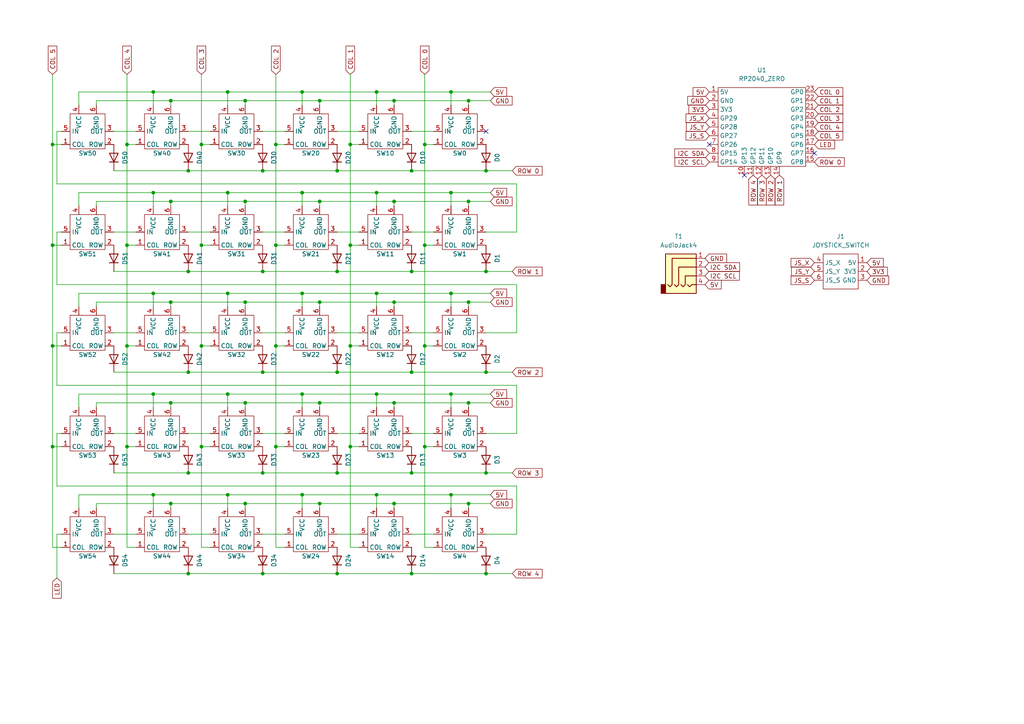
<source format=kicad_sch>
(kicad_sch (version 20211123) (generator eeschema)

  (uuid 32198aee-b3a1-43b6-86b6-d59a912d0744)

  (paper "A4")

  (lib_symbols
    (symbol "Diode:1N4148" (pin_numbers hide) (pin_names (offset 1.016) hide) (in_bom yes) (on_board yes)
      (property "Reference" "D" (id 0) (at 0 2.54 0)
        (effects (font (size 1.27 1.27)))
      )
      (property "Value" "1N4148" (id 1) (at 0 -2.54 0)
        (effects (font (size 1.27 1.27)))
      )
      (property "Footprint" "Diode_THT:D_DO-35_SOD27_P7.62mm_Horizontal" (id 2) (at 0 -4.445 0)
        (effects (font (size 1.27 1.27)) hide)
      )
      (property "Datasheet" "https://assets.nexperia.com/documents/data-sheet/1N4148_1N4448.pdf" (id 3) (at 0 0 0)
        (effects (font (size 1.27 1.27)) hide)
      )
      (property "ki_keywords" "diode" (id 4) (at 0 0 0)
        (effects (font (size 1.27 1.27)) hide)
      )
      (property "ki_description" "100V 0.15A standard switching diode, DO-35" (id 5) (at 0 0 0)
        (effects (font (size 1.27 1.27)) hide)
      )
      (property "ki_fp_filters" "D*DO?35*" (id 6) (at 0 0 0)
        (effects (font (size 1.27 1.27)) hide)
      )
      (symbol "1N4148_0_1"
        (polyline
          (pts
            (xy -1.27 1.27)
            (xy -1.27 -1.27)
          )
          (stroke (width 0.254) (type default) (color 0 0 0 0))
          (fill (type none))
        )
        (polyline
          (pts
            (xy 1.27 0)
            (xy -1.27 0)
          )
          (stroke (width 0) (type default) (color 0 0 0 0))
          (fill (type none))
        )
        (polyline
          (pts
            (xy 1.27 1.27)
            (xy 1.27 -1.27)
            (xy -1.27 0)
            (xy 1.27 1.27)
          )
          (stroke (width 0.254) (type default) (color 0 0 0 0))
          (fill (type none))
        )
      )
      (symbol "1N4148_1_1"
        (pin passive line (at -3.81 0 0) (length 2.54)
          (name "K" (effects (font (size 1.27 1.27))))
          (number "1" (effects (font (size 1.27 1.27))))
        )
        (pin passive line (at 3.81 0 180) (length 2.54)
          (name "A" (effects (font (size 1.27 1.27))))
          (number "2" (effects (font (size 1.27 1.27))))
        )
      )
    )
    (symbol "RP2040:RP2040_ZERO" (in_bom yes) (on_board yes)
      (property "Reference" "U" (id 0) (at 0 12.7 0)
        (effects (font (size 1.27 1.27)))
      )
      (property "Value" "RP2040_ZERO" (id 1) (at 0 10.16 0)
        (effects (font (size 1.27 1.27)))
      )
      (property "Footprint" "RP2040:RP2040_ZERO" (id 2) (at -30.48 16.51 0)
        (effects (font (size 1.27 1.27)) hide)
      )
      (property "Datasheet" "" (id 3) (at -30.48 16.51 0)
        (effects (font (size 1.27 1.27)) hide)
      )
      (symbol "RP2040_ZERO_0_1"
        (rectangle (start -12.7 -11.43) (end 12.7 11.43)
          (stroke (width 0) (type default) (color 0 0 0 0))
          (fill (type none))
        )
      )
      (symbol "RP2040_ZERO_1_1"
        (pin bidirectional line (at -15.24 10.16 0) (length 2.54)
          (name "5V" (effects (font (size 1.27 1.27))))
          (number "1" (effects (font (size 1.27 1.27))))
        )
        (pin bidirectional line (at -5.08 -13.97 90) (length 2.54)
          (name "GP13" (effects (font (size 1.27 1.27))))
          (number "10" (effects (font (size 1.27 1.27))))
        )
        (pin bidirectional line (at -2.54 -13.97 90) (length 2.54)
          (name "GP12" (effects (font (size 1.27 1.27))))
          (number "11" (effects (font (size 1.27 1.27))))
        )
        (pin bidirectional line (at 0 -13.97 90) (length 2.54)
          (name "GP11" (effects (font (size 1.27 1.27))))
          (number "12" (effects (font (size 1.27 1.27))))
        )
        (pin bidirectional line (at 2.54 -13.97 90) (length 2.54)
          (name "GP10" (effects (font (size 1.27 1.27))))
          (number "13" (effects (font (size 1.27 1.27))))
        )
        (pin bidirectional line (at 5.08 -13.97 90) (length 2.54)
          (name "GP9" (effects (font (size 1.27 1.27))))
          (number "14" (effects (font (size 1.27 1.27))))
        )
        (pin bidirectional line (at 15.24 -10.16 180) (length 2.54)
          (name "GP8" (effects (font (size 1.27 1.27))))
          (number "15" (effects (font (size 1.27 1.27))))
        )
        (pin bidirectional line (at 15.24 -7.62 180) (length 2.54)
          (name "GP7" (effects (font (size 1.27 1.27))))
          (number "16" (effects (font (size 1.27 1.27))))
        )
        (pin bidirectional line (at 15.24 -5.08 180) (length 2.54)
          (name "GP6" (effects (font (size 1.27 1.27))))
          (number "17" (effects (font (size 1.27 1.27))))
        )
        (pin bidirectional line (at 15.24 -2.54 180) (length 2.54)
          (name "GP5" (effects (font (size 1.27 1.27))))
          (number "18" (effects (font (size 1.27 1.27))))
        )
        (pin bidirectional line (at 15.24 0 180) (length 2.54)
          (name "GP4" (effects (font (size 1.27 1.27))))
          (number "19" (effects (font (size 1.27 1.27))))
        )
        (pin bidirectional line (at -15.24 7.62 0) (length 2.54)
          (name "GND" (effects (font (size 1.27 1.27))))
          (number "2" (effects (font (size 1.27 1.27))))
        )
        (pin bidirectional line (at 15.24 2.54 180) (length 2.54)
          (name "GP3" (effects (font (size 1.27 1.27))))
          (number "20" (effects (font (size 1.27 1.27))))
        )
        (pin bidirectional line (at 15.24 5.08 180) (length 2.54)
          (name "GP2" (effects (font (size 1.27 1.27))))
          (number "21" (effects (font (size 1.27 1.27))))
        )
        (pin bidirectional line (at 15.24 7.62 180) (length 2.54)
          (name "GP1" (effects (font (size 1.27 1.27))))
          (number "22" (effects (font (size 1.27 1.27))))
        )
        (pin bidirectional line (at 15.24 10.16 180) (length 2.54)
          (name "GP0" (effects (font (size 1.27 1.27))))
          (number "23" (effects (font (size 1.27 1.27))))
        )
        (pin bidirectional line (at -15.24 5.08 0) (length 2.54)
          (name "3V3" (effects (font (size 1.27 1.27))))
          (number "3" (effects (font (size 1.27 1.27))))
        )
        (pin bidirectional line (at -15.24 2.54 0) (length 2.54)
          (name "GP29" (effects (font (size 1.27 1.27))))
          (number "4" (effects (font (size 1.27 1.27))))
        )
        (pin bidirectional line (at -15.24 0 0) (length 2.54)
          (name "GP28" (effects (font (size 1.27 1.27))))
          (number "5" (effects (font (size 1.27 1.27))))
        )
        (pin bidirectional line (at -15.24 -2.54 0) (length 2.54)
          (name "GP27" (effects (font (size 1.27 1.27))))
          (number "6" (effects (font (size 1.27 1.27))))
        )
        (pin bidirectional line (at -15.24 -5.08 0) (length 2.54)
          (name "GP26" (effects (font (size 1.27 1.27))))
          (number "7" (effects (font (size 1.27 1.27))))
        )
        (pin bidirectional line (at -15.24 -7.62 0) (length 2.54)
          (name "GP15" (effects (font (size 1.27 1.27))))
          (number "8" (effects (font (size 1.27 1.27))))
        )
        (pin bidirectional line (at -15.24 -10.16 0) (length 2.54)
          (name "GP14" (effects (font (size 1.27 1.27))))
          (number "9" (effects (font (size 1.27 1.27))))
        )
      )
    )
    (symbol "SPKB:AudioJack4" (in_bom yes) (on_board yes)
      (property "Reference" "T1" (id 0) (at -2.54 8.89 0)
        (effects (font (size 1.27 1.27)))
      )
      (property "Value" "AudioJack4" (id 1) (at -2.54 6.35 0)
        (effects (font (size 1.27 1.27)))
      )
      (property "Footprint" "Keebio:TRRS-PJ-320D" (id 2) (at 0 0 0)
        (effects (font (size 1.27 1.27)) hide)
      )
      (property "Datasheet" "~" (id 3) (at 0 0 0)
        (effects (font (size 1.27 1.27)) hide)
      )
      (property "ki_keywords" "audio jack receptacle stereo headphones TRRS connector" (id 4) (at 0 0 0)
        (effects (font (size 1.27 1.27)) hide)
      )
      (property "ki_description" "Audio Jack, 4 Poles (TRRS)" (id 5) (at 0 0 0)
        (effects (font (size 1.27 1.27)) hide)
      )
      (property "ki_fp_filters" "Jack*" (id 6) (at 0 0 0)
        (effects (font (size 1.27 1.27)) hide)
      )
      (symbol "AudioJack4_0_1"
        (rectangle (start -6.35 -5.08) (end -7.62 -7.62)
          (stroke (width 0.254) (type default) (color 0 0 0 0))
          (fill (type outline))
        )
        (polyline
          (pts
            (xy 0 -5.08)
            (xy 0.635 -5.715)
            (xy 1.27 -5.08)
            (xy 2.54 -5.08)
          )
          (stroke (width 0.254) (type default) (color 0 0 0 0))
          (fill (type none))
        )
        (polyline
          (pts
            (xy -5.715 -5.08)
            (xy -5.08 -5.715)
            (xy -4.445 -5.08)
            (xy -4.445 2.54)
            (xy 2.54 2.54)
          )
          (stroke (width 0.254) (type default) (color 0 0 0 0))
          (fill (type none))
        )
        (polyline
          (pts
            (xy -1.905 -5.08)
            (xy -1.27 -5.715)
            (xy -0.635 -5.08)
            (xy -0.635 -2.54)
            (xy 2.54 -2.54)
          )
          (stroke (width 0.254) (type default) (color 0 0 0 0))
          (fill (type none))
        )
        (polyline
          (pts
            (xy 2.54 0)
            (xy -2.54 0)
            (xy -2.54 -5.08)
            (xy -3.175 -5.715)
            (xy -3.81 -5.08)
          )
          (stroke (width 0.254) (type default) (color 0 0 0 0))
          (fill (type none))
        )
        (rectangle (start 2.54 3.81) (end -6.35 -7.62)
          (stroke (width 0.254) (type default) (color 0 0 0 0))
          (fill (type background))
        )
      )
      (symbol "AudioJack4_1_1"
        (pin passive line (at 5.08 2.54 180) (length 2.54)
          (name "~" (effects (font (size 1.27 1.27))))
          (number "1" (effects (font (size 1.27 1.27))))
        )
        (pin passive line (at 5.08 0 180) (length 2.54)
          (name "~" (effects (font (size 1.27 1.27))))
          (number "2" (effects (font (size 1.27 1.27))))
        )
        (pin passive line (at 5.08 -2.54 180) (length 2.54)
          (name "~" (effects (font (size 1.27 1.27))))
          (number "3" (effects (font (size 1.27 1.27))))
        )
        (pin passive line (at 5.08 -5.08 180) (length 2.54)
          (name "~" (effects (font (size 1.27 1.27))))
          (number "4" (effects (font (size 1.27 1.27))))
        )
      )
    )
    (symbol "SPKB:JOYSTICK_SWITCH" (in_bom yes) (on_board yes)
      (property "Reference" "U" (id 0) (at 0 6.35 0)
        (effects (font (size 1.27 1.27)))
      )
      (property "Value" "JOYSTICK_SWITCH" (id 1) (at 0 -6.35 0)
        (effects (font (size 1.27 1.27)))
      )
      (property "Footprint" "" (id 2) (at 5.08 6.35 0)
        (effects (font (size 1.27 1.27)) hide)
      )
      (property "Datasheet" "" (id 3) (at 5.08 6.35 0)
        (effects (font (size 1.27 1.27)) hide)
      )
      (symbol "JOYSTICK_SWITCH_0_1"
        (rectangle (start -5.08 5.08) (end 5.08 -5.08)
          (stroke (width 0) (type default) (color 0 0 0 0))
          (fill (type none))
        )
      )
      (symbol "JOYSTICK_SWITCH_1_1"
        (pin bidirectional line (at 7.62 2.54 180) (length 2.54)
          (name "5V" (effects (font (size 1.27 1.27))))
          (number "1" (effects (font (size 1.27 1.27))))
        )
        (pin bidirectional line (at 7.62 0 180) (length 2.54)
          (name "3V3" (effects (font (size 1.27 1.27))))
          (number "2" (effects (font (size 1.27 1.27))))
        )
        (pin bidirectional line (at 7.62 -2.54 180) (length 2.54)
          (name "GND" (effects (font (size 1.27 1.27))))
          (number "3" (effects (font (size 1.27 1.27))))
        )
        (pin bidirectional line (at -7.62 2.54 0) (length 2.54)
          (name "JS_X" (effects (font (size 1.27 1.27))))
          (number "4" (effects (font (size 1.27 1.27))))
        )
        (pin bidirectional line (at -7.62 0 0) (length 2.54)
          (name "JS_Y" (effects (font (size 1.27 1.27))))
          (number "5" (effects (font (size 1.27 1.27))))
        )
        (pin bidirectional line (at -7.62 -2.54 0) (length 2.54)
          (name "JS_S" (effects (font (size 1.27 1.27))))
          (number "6" (effects (font (size 1.27 1.27))))
        )
      )
    )
    (symbol "SPKB:SWITCH_LED" (in_bom yes) (on_board yes)
      (property "Reference" "U" (id 0) (at 6.35 3.81 0)
        (effects (font (size 1.27 1.27)))
      )
      (property "Value" "SWITCH_LED" (id 1) (at 0 -6.35 0)
        (effects (font (size 1.27 1.27)))
      )
      (property "Footprint" "" (id 2) (at -24.13 6.35 0)
        (effects (font (size 1.27 1.27)) hide)
      )
      (property "Datasheet" "" (id 3) (at -24.13 6.35 0)
        (effects (font (size 1.27 1.27)) hide)
      )
      (symbol "SWITCH_LED_0_1"
        (rectangle (start -5.08 5.08) (end 5.08 -5.08)
          (stroke (width 0) (type default) (color 0 0 0 0))
          (fill (type none))
        )
      )
      (symbol "SWITCH_LED_1_1"
        (pin bidirectional line (at -7.62 -3.81 0) (length 2.54)
          (name "COL" (effects (font (size 1.27 1.27))))
          (number "1" (effects (font (size 1.27 1.27))))
        )
        (pin bidirectional line (at 7.62 -3.81 180) (length 2.54)
          (name "ROW" (effects (font (size 1.27 1.27))))
          (number "2" (effects (font (size 1.27 1.27))))
        )
        (pin output line (at 7.62 0 180) (length 2.54)
          (name "OUT" (effects (font (size 1.27 1.27))))
          (number "3" (effects (font (size 1.27 1.27))))
        )
        (pin bidirectional line (at -2.54 7.62 270) (length 2.54)
          (name "VCC" (effects (font (size 1.27 1.27))))
          (number "4" (effects (font (size 1.27 1.27))))
        )
        (pin input line (at -7.62 0 0) (length 2.54)
          (name "IN" (effects (font (size 1.27 1.27))))
          (number "5" (effects (font (size 1.27 1.27))))
        )
        (pin bidirectional line (at 2.54 7.62 270) (length 2.54)
          (name "GND" (effects (font (size 1.27 1.27))))
          (number "6" (effects (font (size 1.27 1.27))))
        )
      )
    )
  )

  (junction (at 76.2 78.74) (diameter 0) (color 0 0 0 0)
    (uuid 02bb029f-0b14-41d5-8b45-1f91ec7a0e93)
  )
  (junction (at 119.38 166.37) (diameter 0) (color 0 0 0 0)
    (uuid 03a820fe-7d3f-4dd5-9fe6-cd9518a286ec)
  )
  (junction (at 140.97 137.16) (diameter 0) (color 0 0 0 0)
    (uuid 0574ee9f-650b-44a6-a791-ce40f3f6b528)
  )
  (junction (at 123.19 129.54) (diameter 0) (color 0 0 0 0)
    (uuid 09b52123-8262-4b75-8bc2-d38b952a6b8f)
  )
  (junction (at 44.45 26.67) (diameter 0) (color 0 0 0 0)
    (uuid 0c9c9e62-b503-4725-b353-93df3340df37)
  )
  (junction (at 135.89 146.05) (diameter 0) (color 0 0 0 0)
    (uuid 0e358828-9c7d-4a57-b6dd-89a99978fd35)
  )
  (junction (at 130.81 114.3) (diameter 0) (color 0 0 0 0)
    (uuid 0fc6c631-6517-43d1-8a7e-98a92e14025b)
  )
  (junction (at 76.2 166.37) (diameter 0) (color 0 0 0 0)
    (uuid 1024fccf-ee5f-4958-8ec9-8713fdf41f62)
  )
  (junction (at 15.24 100.33) (diameter 0) (color 0 0 0 0)
    (uuid 14f12356-c599-4343-8f7c-b00fb0dcd70a)
  )
  (junction (at 140.97 49.53) (diameter 0) (color 0 0 0 0)
    (uuid 1acd4637-aa93-4c1b-81a4-ccf52ed8faf1)
  )
  (junction (at 87.63 114.3) (diameter 0) (color 0 0 0 0)
    (uuid 1df0e331-a2a8-4f7d-8114-a7d17d0cf65c)
  )
  (junction (at 101.6 71.12) (diameter 0) (color 0 0 0 0)
    (uuid 223ce9a7-0aa6-4def-9339-ba6b5b6ef4ea)
  )
  (junction (at 87.63 85.09) (diameter 0) (color 0 0 0 0)
    (uuid 2354be05-8cec-4467-b000-dddbbe87dcb1)
  )
  (junction (at 49.53 87.63) (diameter 0) (color 0 0 0 0)
    (uuid 297f3f88-7283-459f-88c1-59f5db3babdc)
  )
  (junction (at 114.3 29.21) (diameter 0) (color 0 0 0 0)
    (uuid 2ad987bb-95d8-4850-821d-21a036aa0142)
  )
  (junction (at 71.12 29.21) (diameter 0) (color 0 0 0 0)
    (uuid 2c1e15d1-62b2-4d3e-b35b-880aff8e1d73)
  )
  (junction (at 109.22 26.67) (diameter 0) (color 0 0 0 0)
    (uuid 32f63981-aa5e-4e35-8a68-4722d91b5056)
  )
  (junction (at 140.97 107.95) (diameter 0) (color 0 0 0 0)
    (uuid 333e00b7-453c-4528-a935-0590c76784c0)
  )
  (junction (at 109.22 114.3) (diameter 0) (color 0 0 0 0)
    (uuid 3404890b-d9a7-4be2-80a5-cbc821501b2d)
  )
  (junction (at 140.97 78.74) (diameter 0) (color 0 0 0 0)
    (uuid 38b1a04f-18cb-43a0-8d92-88e423515b01)
  )
  (junction (at 119.38 49.53) (diameter 0) (color 0 0 0 0)
    (uuid 3d265e70-5fcc-4f83-846c-a23a2f6fcac3)
  )
  (junction (at 49.53 29.21) (diameter 0) (color 0 0 0 0)
    (uuid 429b44f8-8322-4860-bf71-1dc004b9cead)
  )
  (junction (at 97.79 137.16) (diameter 0) (color 0 0 0 0)
    (uuid 4d3cc186-8e14-40e6-9ce9-c0c34464e19e)
  )
  (junction (at 76.2 49.53) (diameter 0) (color 0 0 0 0)
    (uuid 4e98856b-e1f6-4f48-87fa-190dc244eb40)
  )
  (junction (at 92.71 58.42) (diameter 0) (color 0 0 0 0)
    (uuid 4ed444c2-5dc8-4ed1-acbf-7f0ccb668939)
  )
  (junction (at 36.83 71.12) (diameter 0) (color 0 0 0 0)
    (uuid 4f5c9a17-c3e2-42fe-9adc-dde958c01b9f)
  )
  (junction (at 135.89 58.42) (diameter 0) (color 0 0 0 0)
    (uuid 4fb4621f-6858-4ec0-b004-d8b5b5336da6)
  )
  (junction (at 49.53 58.42) (diameter 0) (color 0 0 0 0)
    (uuid 5dee98d7-b64b-43f8-85cd-96290a4d2e22)
  )
  (junction (at 58.42 71.12) (diameter 0) (color 0 0 0 0)
    (uuid 63bb4e9b-3353-4636-8a3d-2424ace63ead)
  )
  (junction (at 49.53 116.84) (diameter 0) (color 0 0 0 0)
    (uuid 65844855-637e-4d2e-b97f-13baf55e6c13)
  )
  (junction (at 123.19 41.91) (diameter 0) (color 0 0 0 0)
    (uuid 691491fb-2ed8-4e6a-a5fe-573d00c09562)
  )
  (junction (at 140.97 166.37) (diameter 0) (color 0 0 0 0)
    (uuid 6b1a3bd6-8e01-4b55-a1c1-24e421559ff4)
  )
  (junction (at 36.83 100.33) (diameter 0) (color 0 0 0 0)
    (uuid 6c22b6ec-1833-433d-986a-0065ffe970b6)
  )
  (junction (at 114.3 116.84) (diameter 0) (color 0 0 0 0)
    (uuid 6c865072-1f64-4d97-bebd-4889ba947086)
  )
  (junction (at 92.71 146.05) (diameter 0) (color 0 0 0 0)
    (uuid 6c8dbcc3-9d41-41c1-9904-38ef42befc83)
  )
  (junction (at 101.6 129.54) (diameter 0) (color 0 0 0 0)
    (uuid 6e26275a-c2d4-4f9e-a754-be0bc60e392c)
  )
  (junction (at 54.61 166.37) (diameter 0) (color 0 0 0 0)
    (uuid 7355ad5a-824e-4117-b269-6914dcb5e045)
  )
  (junction (at 114.3 146.05) (diameter 0) (color 0 0 0 0)
    (uuid 75bb504e-2076-488d-ac66-af75d246983a)
  )
  (junction (at 97.79 78.74) (diameter 0) (color 0 0 0 0)
    (uuid 7a793510-a68c-40c8-828a-eb0044f71148)
  )
  (junction (at 76.2 107.95) (diameter 0) (color 0 0 0 0)
    (uuid 7af8bc1c-c0d2-4b68-b8ff-a2905ba40833)
  )
  (junction (at 101.6 100.33) (diameter 0) (color 0 0 0 0)
    (uuid 7b2473d2-2979-4b81-b4f7-b7a01d014a29)
  )
  (junction (at 54.61 49.53) (diameter 0) (color 0 0 0 0)
    (uuid 7c1ecf6a-acb5-49be-afd2-fb7872191db4)
  )
  (junction (at 80.01 41.91) (diameter 0) (color 0 0 0 0)
    (uuid 7f29a86d-aa0b-42a1-ac0b-ba7f52628f3f)
  )
  (junction (at 44.45 114.3) (diameter 0) (color 0 0 0 0)
    (uuid 80b95e51-2a46-49dd-b4c6-383fcc32fc4a)
  )
  (junction (at 119.38 107.95) (diameter 0) (color 0 0 0 0)
    (uuid 80ba458b-449a-4cc7-b300-5cb11a5901eb)
  )
  (junction (at 36.83 129.54) (diameter 0) (color 0 0 0 0)
    (uuid 81965c16-270b-460f-93e4-cb11da4fba6d)
  )
  (junction (at 58.42 129.54) (diameter 0) (color 0 0 0 0)
    (uuid 843b1272-90c5-4b3a-b174-9690aaada511)
  )
  (junction (at 119.38 78.74) (diameter 0) (color 0 0 0 0)
    (uuid 85583245-574e-4d8a-932b-37fc028140a0)
  )
  (junction (at 130.81 143.51) (diameter 0) (color 0 0 0 0)
    (uuid 87a775ab-923d-405c-945d-ce2ed211b541)
  )
  (junction (at 109.22 55.88) (diameter 0) (color 0 0 0 0)
    (uuid 8b2e5d86-6939-45d6-8bce-1b3237cd3139)
  )
  (junction (at 92.71 116.84) (diameter 0) (color 0 0 0 0)
    (uuid 8ce8ed4b-725b-4ae2-a636-9da1a40a7009)
  )
  (junction (at 135.89 116.84) (diameter 0) (color 0 0 0 0)
    (uuid 9014d785-b20c-406b-b4c0-72c8fbdabb62)
  )
  (junction (at 15.24 41.91) (diameter 0) (color 0 0 0 0)
    (uuid 90e65f3e-29e4-4f38-aac1-e7a0bf17a60f)
  )
  (junction (at 109.22 143.51) (diameter 0) (color 0 0 0 0)
    (uuid 917978b6-8ac5-4b32-8c2e-878cf60a2a23)
  )
  (junction (at 71.12 146.05) (diameter 0) (color 0 0 0 0)
    (uuid 91f8864d-1537-4b35-b013-e74f4152972c)
  )
  (junction (at 71.12 87.63) (diameter 0) (color 0 0 0 0)
    (uuid 92aaa848-e8ce-47d4-8f68-80760088b960)
  )
  (junction (at 15.24 129.54) (diameter 0) (color 0 0 0 0)
    (uuid 98723a92-ab1d-4976-91ab-e4dabe66e81b)
  )
  (junction (at 130.81 55.88) (diameter 0) (color 0 0 0 0)
    (uuid 9aaf68b3-f9df-4013-94d3-a4b7c17cc674)
  )
  (junction (at 87.63 26.67) (diameter 0) (color 0 0 0 0)
    (uuid 9c7f8bdd-1c4c-4e12-8c19-3bc7e8c61ea1)
  )
  (junction (at 66.04 114.3) (diameter 0) (color 0 0 0 0)
    (uuid 9da82e79-e71a-4398-82c2-9ea21be6f914)
  )
  (junction (at 130.81 26.67) (diameter 0) (color 0 0 0 0)
    (uuid a25faf04-9ce3-4aaf-b921-3a20d465e7b3)
  )
  (junction (at 44.45 143.51) (diameter 0) (color 0 0 0 0)
    (uuid ab80ea40-440b-49ea-b428-f728e099ead8)
  )
  (junction (at 123.19 71.12) (diameter 0) (color 0 0 0 0)
    (uuid ac4b28f5-2734-40c5-a33d-d2cb83c011d0)
  )
  (junction (at 71.12 116.84) (diameter 0) (color 0 0 0 0)
    (uuid ad2e8734-faec-49b3-9e1b-68ef382318be)
  )
  (junction (at 135.89 87.63) (diameter 0) (color 0 0 0 0)
    (uuid adfaef24-3ef9-4513-b48f-64ae8ad69754)
  )
  (junction (at 66.04 85.09) (diameter 0) (color 0 0 0 0)
    (uuid ae1d1105-73d1-44f7-97c6-2cf579ccc6d7)
  )
  (junction (at 54.61 78.74) (diameter 0) (color 0 0 0 0)
    (uuid b7323cec-bda1-4bf7-bbce-cf4217ca3c62)
  )
  (junction (at 114.3 87.63) (diameter 0) (color 0 0 0 0)
    (uuid b7de7827-a0c6-4c15-9031-592d94c0da14)
  )
  (junction (at 135.89 29.21) (diameter 0) (color 0 0 0 0)
    (uuid b8267bcb-bb63-424f-8352-a3af0ee36453)
  )
  (junction (at 123.19 100.33) (diameter 0) (color 0 0 0 0)
    (uuid b8270904-e1e3-41d6-acbe-0dc32813c683)
  )
  (junction (at 44.45 85.09) (diameter 0) (color 0 0 0 0)
    (uuid b830cac3-11df-4b4f-a284-affa2cc16587)
  )
  (junction (at 66.04 26.67) (diameter 0) (color 0 0 0 0)
    (uuid bca51b66-93e4-4ffa-9e76-6e46df9fcd87)
  )
  (junction (at 76.2 137.16) (diameter 0) (color 0 0 0 0)
    (uuid bf05e445-12cb-42da-bf5f-3d4b3884180f)
  )
  (junction (at 97.79 49.53) (diameter 0) (color 0 0 0 0)
    (uuid c65aa330-abe2-4173-a014-07c8b2b37101)
  )
  (junction (at 109.22 85.09) (diameter 0) (color 0 0 0 0)
    (uuid c6e6cb32-75a3-4dac-95b3-bf9b4c09bff4)
  )
  (junction (at 130.81 85.09) (diameter 0) (color 0 0 0 0)
    (uuid ce34976c-d725-469e-baec-11225d9eef01)
  )
  (junction (at 58.42 41.91) (diameter 0) (color 0 0 0 0)
    (uuid d20de9cf-de0a-42a3-97cb-5f27e8140ec8)
  )
  (junction (at 92.71 29.21) (diameter 0) (color 0 0 0 0)
    (uuid d2f28b73-08c9-47cb-ab19-54b9b0b2ae66)
  )
  (junction (at 87.63 143.51) (diameter 0) (color 0 0 0 0)
    (uuid d41afbf1-2c6b-40ee-8db4-f6db57624028)
  )
  (junction (at 114.3 58.42) (diameter 0) (color 0 0 0 0)
    (uuid da38e8ab-90b4-4168-a97d-4b1d3a455439)
  )
  (junction (at 80.01 100.33) (diameter 0) (color 0 0 0 0)
    (uuid dd51f4b6-fb67-4059-8f3a-89c449aed749)
  )
  (junction (at 71.12 58.42) (diameter 0) (color 0 0 0 0)
    (uuid ddb73794-2922-419c-9549-c47f44ac3083)
  )
  (junction (at 119.38 137.16) (diameter 0) (color 0 0 0 0)
    (uuid de9fad7d-9e4d-4750-b076-5e784de64f0e)
  )
  (junction (at 87.63 55.88) (diameter 0) (color 0 0 0 0)
    (uuid e03a5e45-59ee-4589-a971-aa26b9f6f764)
  )
  (junction (at 36.83 41.91) (diameter 0) (color 0 0 0 0)
    (uuid e06a2748-f481-40c5-954e-c34f12eceae6)
  )
  (junction (at 101.6 41.91) (diameter 0) (color 0 0 0 0)
    (uuid e10d1f47-318e-4b6f-881f-5a81d1f14021)
  )
  (junction (at 15.24 71.12) (diameter 0) (color 0 0 0 0)
    (uuid e168a8bc-089f-4986-be57-6467ba46add5)
  )
  (junction (at 97.79 107.95) (diameter 0) (color 0 0 0 0)
    (uuid e1c9b89a-a474-4bcf-b10b-ff9f56e5da23)
  )
  (junction (at 54.61 107.95) (diameter 0) (color 0 0 0 0)
    (uuid e26ac2e8-7459-4cc5-a503-76fc259dcf28)
  )
  (junction (at 49.53 146.05) (diameter 0) (color 0 0 0 0)
    (uuid e4a71b86-f29f-464f-b443-7312a78c9f03)
  )
  (junction (at 97.79 166.37) (diameter 0) (color 0 0 0 0)
    (uuid eafff87f-8789-489f-bd57-ba0e29eae0c5)
  )
  (junction (at 58.42 100.33) (diameter 0) (color 0 0 0 0)
    (uuid eb7862f0-7e2d-4d0c-881d-5c43da8f4143)
  )
  (junction (at 92.71 87.63) (diameter 0) (color 0 0 0 0)
    (uuid eb965cbc-39ba-4975-af0c-59d83baf2c7c)
  )
  (junction (at 66.04 143.51) (diameter 0) (color 0 0 0 0)
    (uuid ee52a9a4-040b-4c2f-bd9e-a15997719cef)
  )
  (junction (at 66.04 55.88) (diameter 0) (color 0 0 0 0)
    (uuid f47af8ee-e9ca-4da7-9ab7-764b59fbaeb5)
  )
  (junction (at 54.61 137.16) (diameter 0) (color 0 0 0 0)
    (uuid fab30433-0b02-402b-9891-1ca460829ed0)
  )
  (junction (at 44.45 55.88) (diameter 0) (color 0 0 0 0)
    (uuid fc0294b4-20e8-4fb8-9ed0-ee822ded5ecf)
  )
  (junction (at 80.01 129.54) (diameter 0) (color 0 0 0 0)
    (uuid ff4685fb-c0df-45ae-9a91-ea7cb624ae93)
  )
  (junction (at 80.01 71.12) (diameter 0) (color 0 0 0 0)
    (uuid ffe15601-1b60-4edc-bcbc-6ff0a48f2946)
  )

  (no_connect (at 205.74 41.91) (uuid 05656c49-1534-4db2-b7d3-fdd0459de366))
  (no_connect (at 140.97 38.1) (uuid 639e978c-a235-494a-a8c2-b03b21616742))
  (no_connect (at 215.9 50.8) (uuid e2aade8a-e5b9-43fc-ad9e-6961948544a9))
  (no_connect (at 236.22 44.45) (uuid e2aade8a-e5b9-43fc-ad9e-6961948544aa))

  (wire (pts (xy 135.89 58.42) (xy 135.89 59.69))
    (stroke (width 0) (type default) (color 0 0 0 0))
    (uuid 017d7afb-1cb0-4127-a8ca-580658606d0c)
  )
  (wire (pts (xy 80.01 21.59) (xy 80.01 41.91))
    (stroke (width 0) (type default) (color 0 0 0 0))
    (uuid 018d3d44-4ea5-424a-8211-60ada8107338)
  )
  (wire (pts (xy 66.04 26.67) (xy 66.04 30.48))
    (stroke (width 0) (type default) (color 0 0 0 0))
    (uuid 023b747d-a235-4048-86d5-607576de73c4)
  )
  (wire (pts (xy 119.38 49.53) (xy 140.97 49.53))
    (stroke (width 0) (type default) (color 0 0 0 0))
    (uuid 023fde6d-22b7-4681-be2e-6139a53670d2)
  )
  (wire (pts (xy 135.89 29.21) (xy 135.89 30.48))
    (stroke (width 0) (type default) (color 0 0 0 0))
    (uuid 02ae53b9-7f4a-4b6a-bd3f-1d2bd11458f5)
  )
  (wire (pts (xy 27.94 58.42) (xy 49.53 58.42))
    (stroke (width 0) (type default) (color 0 0 0 0))
    (uuid 04c68ff8-fd23-49a6-9dab-7c0f660a6982)
  )
  (wire (pts (xy 49.53 29.21) (xy 49.53 30.48))
    (stroke (width 0) (type default) (color 0 0 0 0))
    (uuid 055163a4-eb62-4e11-8530-9029f3ae776b)
  )
  (wire (pts (xy 16.51 96.52) (xy 17.78 96.52))
    (stroke (width 0) (type default) (color 0 0 0 0))
    (uuid 0585a978-6452-415c-9d62-5ebf6d3c2fc2)
  )
  (wire (pts (xy 44.45 85.09) (xy 22.86 85.09))
    (stroke (width 0) (type default) (color 0 0 0 0))
    (uuid 066c8bc2-0230-4006-acdf-79a1f9978549)
  )
  (wire (pts (xy 58.42 129.54) (xy 58.42 158.75))
    (stroke (width 0) (type default) (color 0 0 0 0))
    (uuid 0691a3d3-7e02-4f03-91b9-402607db077b)
  )
  (wire (pts (xy 15.24 100.33) (xy 17.78 100.33))
    (stroke (width 0) (type default) (color 0 0 0 0))
    (uuid 070c3168-7877-4018-92c2-776814accd0d)
  )
  (wire (pts (xy 142.24 114.3) (xy 130.81 114.3))
    (stroke (width 0) (type default) (color 0 0 0 0))
    (uuid 08e51269-8a7f-4d27-b8d1-2e839e39b70e)
  )
  (wire (pts (xy 142.24 85.09) (xy 130.81 85.09))
    (stroke (width 0) (type default) (color 0 0 0 0))
    (uuid 0a84484e-623a-478a-9861-542983c1ea2c)
  )
  (wire (pts (xy 71.12 58.42) (xy 71.12 59.69))
    (stroke (width 0) (type default) (color 0 0 0 0))
    (uuid 0ccd691d-1263-4787-a6cf-bd04d9c95594)
  )
  (wire (pts (xy 101.6 100.33) (xy 101.6 129.54))
    (stroke (width 0) (type default) (color 0 0 0 0))
    (uuid 0d138cd6-9782-4257-a906-589eb22e646d)
  )
  (wire (pts (xy 114.3 58.42) (xy 135.89 58.42))
    (stroke (width 0) (type default) (color 0 0 0 0))
    (uuid 0d811460-2e95-47c6-a78f-597e9ae14b0d)
  )
  (wire (pts (xy 80.01 71.12) (xy 80.01 100.33))
    (stroke (width 0) (type default) (color 0 0 0 0))
    (uuid 0dd6cafd-adb4-4e71-ad56-b62e805367a9)
  )
  (wire (pts (xy 49.53 146.05) (xy 49.53 147.32))
    (stroke (width 0) (type default) (color 0 0 0 0))
    (uuid 11add494-3445-4e9d-ba13-b76b51a6f5f0)
  )
  (wire (pts (xy 33.02 67.31) (xy 39.37 67.31))
    (stroke (width 0) (type default) (color 0 0 0 0))
    (uuid 13131951-dbbd-4377-b60b-ae147fd8b8da)
  )
  (wire (pts (xy 97.79 96.52) (xy 104.14 96.52))
    (stroke (width 0) (type default) (color 0 0 0 0))
    (uuid 131f3950-d3d6-40ff-b772-99b05cf1ff07)
  )
  (wire (pts (xy 92.71 87.63) (xy 114.3 87.63))
    (stroke (width 0) (type default) (color 0 0 0 0))
    (uuid 16f12c2c-feda-4917-83e2-499ed0a76b26)
  )
  (wire (pts (xy 66.04 114.3) (xy 66.04 118.11))
    (stroke (width 0) (type default) (color 0 0 0 0))
    (uuid 17ed5f4b-2c5b-4569-a5ce-27336b84bebd)
  )
  (wire (pts (xy 101.6 71.12) (xy 101.6 100.33))
    (stroke (width 0) (type default) (color 0 0 0 0))
    (uuid 18e75a46-a474-44bc-87cd-ec6e5fa9cb3b)
  )
  (wire (pts (xy 71.12 146.05) (xy 92.71 146.05))
    (stroke (width 0) (type default) (color 0 0 0 0))
    (uuid 1aa4b48f-7be9-4117-99c7-216f5506d1d4)
  )
  (wire (pts (xy 33.02 49.53) (xy 54.61 49.53))
    (stroke (width 0) (type default) (color 0 0 0 0))
    (uuid 1ae81736-ba9e-43b5-8cbe-9d85030a1676)
  )
  (wire (pts (xy 101.6 41.91) (xy 104.14 41.91))
    (stroke (width 0) (type default) (color 0 0 0 0))
    (uuid 1b9ef2ca-6b9b-4593-bd61-8fa5d6b29d83)
  )
  (wire (pts (xy 87.63 85.09) (xy 66.04 85.09))
    (stroke (width 0) (type default) (color 0 0 0 0))
    (uuid 1c3e15d5-c40b-49fb-ad9a-f15b700dbb1c)
  )
  (wire (pts (xy 76.2 107.95) (xy 97.79 107.95))
    (stroke (width 0) (type default) (color 0 0 0 0))
    (uuid 1d2c0b5d-9c6a-4eac-b21f-81bab6f57101)
  )
  (wire (pts (xy 135.89 87.63) (xy 135.89 88.9))
    (stroke (width 0) (type default) (color 0 0 0 0))
    (uuid 1f255eed-fca3-44d5-b8db-486662a8c3d9)
  )
  (wire (pts (xy 92.71 116.84) (xy 114.3 116.84))
    (stroke (width 0) (type default) (color 0 0 0 0))
    (uuid 1f92a935-452e-4d20-9c29-3a93c5184c3c)
  )
  (wire (pts (xy 130.81 85.09) (xy 130.81 88.9))
    (stroke (width 0) (type default) (color 0 0 0 0))
    (uuid 22654939-121f-41c3-ae2e-6d670dab516c)
  )
  (wire (pts (xy 130.81 55.88) (xy 109.22 55.88))
    (stroke (width 0) (type default) (color 0 0 0 0))
    (uuid 232adfae-ab88-421a-8620-e1ba652d686e)
  )
  (wire (pts (xy 135.89 29.21) (xy 142.24 29.21))
    (stroke (width 0) (type default) (color 0 0 0 0))
    (uuid 251bdd12-1707-4444-9409-ebfab67ee73d)
  )
  (wire (pts (xy 66.04 85.09) (xy 44.45 85.09))
    (stroke (width 0) (type default) (color 0 0 0 0))
    (uuid 27f274c9-c394-42ba-8821-bc91cfc9e394)
  )
  (wire (pts (xy 119.38 96.52) (xy 125.73 96.52))
    (stroke (width 0) (type default) (color 0 0 0 0))
    (uuid 289dcdd8-a6e1-4852-b35c-e87320106cef)
  )
  (wire (pts (xy 33.02 137.16) (xy 54.61 137.16))
    (stroke (width 0) (type default) (color 0 0 0 0))
    (uuid 29455ab3-adc1-438e-abbf-72d04a59eba7)
  )
  (wire (pts (xy 140.97 137.16) (xy 148.59 137.16))
    (stroke (width 0) (type default) (color 0 0 0 0))
    (uuid 2988d99e-b2e6-4db2-ab79-6709d40d558f)
  )
  (wire (pts (xy 149.86 111.76) (xy 149.86 125.73))
    (stroke (width 0) (type default) (color 0 0 0 0))
    (uuid 2cb085cb-fae4-4bf4-9b08-dc4d310d1d92)
  )
  (wire (pts (xy 49.53 116.84) (xy 71.12 116.84))
    (stroke (width 0) (type default) (color 0 0 0 0))
    (uuid 2cd60858-0e16-4519-aa99-285142889b32)
  )
  (wire (pts (xy 101.6 71.12) (xy 104.14 71.12))
    (stroke (width 0) (type default) (color 0 0 0 0))
    (uuid 2d0623db-23d6-4c0d-a210-969d35c602d7)
  )
  (wire (pts (xy 119.38 67.31) (xy 125.73 67.31))
    (stroke (width 0) (type default) (color 0 0 0 0))
    (uuid 2d9b65a6-23a9-447c-a8a4-bceb3191760f)
  )
  (wire (pts (xy 92.71 58.42) (xy 92.71 59.69))
    (stroke (width 0) (type default) (color 0 0 0 0))
    (uuid 2daf4e67-9dae-4e54-95c4-553185491fb9)
  )
  (wire (pts (xy 16.51 38.1) (xy 16.51 53.34))
    (stroke (width 0) (type default) (color 0 0 0 0))
    (uuid 2e3b134e-beb5-44ee-a598-07780d1e2ba2)
  )
  (wire (pts (xy 60.96 71.12) (xy 58.42 71.12))
    (stroke (width 0) (type default) (color 0 0 0 0))
    (uuid 2ffd82ae-3cb5-4556-9c96-783cae8675c4)
  )
  (wire (pts (xy 58.42 41.91) (xy 58.42 21.59))
    (stroke (width 0) (type default) (color 0 0 0 0))
    (uuid 32ac3528-50c7-4385-bf15-4cb8f0a9a0c7)
  )
  (wire (pts (xy 97.79 38.1) (xy 104.14 38.1))
    (stroke (width 0) (type default) (color 0 0 0 0))
    (uuid 332eddc7-ae94-47e0-824f-51753548d09f)
  )
  (wire (pts (xy 66.04 26.67) (xy 44.45 26.67))
    (stroke (width 0) (type default) (color 0 0 0 0))
    (uuid 33a63da8-b4e0-4676-a9cb-7d769c2c1bdb)
  )
  (wire (pts (xy 66.04 55.88) (xy 44.45 55.88))
    (stroke (width 0) (type default) (color 0 0 0 0))
    (uuid 363cc9b1-02b0-4b1a-aa07-f84438143a6f)
  )
  (wire (pts (xy 125.73 158.75) (xy 123.19 158.75))
    (stroke (width 0) (type default) (color 0 0 0 0))
    (uuid 3721a91b-dc88-421f-8343-be1bd4cd3768)
  )
  (wire (pts (xy 135.89 146.05) (xy 142.24 146.05))
    (stroke (width 0) (type default) (color 0 0 0 0))
    (uuid 37bc0fd8-f0f4-40b9-9580-38306e97adcb)
  )
  (wire (pts (xy 101.6 21.59) (xy 101.6 41.91))
    (stroke (width 0) (type default) (color 0 0 0 0))
    (uuid 39bcb4d6-08e5-48b7-a147-12ac566e8743)
  )
  (wire (pts (xy 16.51 67.31) (xy 16.51 82.55))
    (stroke (width 0) (type default) (color 0 0 0 0))
    (uuid 3a7f15b1-68cd-4bf1-a5d9-f83f110cf3e1)
  )
  (wire (pts (xy 54.61 137.16) (xy 76.2 137.16))
    (stroke (width 0) (type default) (color 0 0 0 0))
    (uuid 3af3595d-dc13-433b-b677-9279adcbbabf)
  )
  (wire (pts (xy 76.2 137.16) (xy 97.79 137.16))
    (stroke (width 0) (type default) (color 0 0 0 0))
    (uuid 3d09ae46-5199-4791-8729-58e9774364a1)
  )
  (wire (pts (xy 80.01 71.12) (xy 82.55 71.12))
    (stroke (width 0) (type default) (color 0 0 0 0))
    (uuid 3d261d06-1c63-4dad-b5b6-1ccccae35ef2)
  )
  (wire (pts (xy 125.73 100.33) (xy 123.19 100.33))
    (stroke (width 0) (type default) (color 0 0 0 0))
    (uuid 3d6f793a-9bd8-4a2d-a94c-b9b0197fb455)
  )
  (wire (pts (xy 87.63 85.09) (xy 87.63 88.9))
    (stroke (width 0) (type default) (color 0 0 0 0))
    (uuid 3e5db42b-79dc-4cb8-a3c7-e07b94a0c57a)
  )
  (wire (pts (xy 71.12 116.84) (xy 92.71 116.84))
    (stroke (width 0) (type default) (color 0 0 0 0))
    (uuid 3e770d86-69c2-4d88-bea5-7c7b9b98cdc4)
  )
  (wire (pts (xy 76.2 49.53) (xy 97.79 49.53))
    (stroke (width 0) (type default) (color 0 0 0 0))
    (uuid 3e9fb6af-0fb8-423e-bbac-f28662c63c97)
  )
  (wire (pts (xy 15.24 129.54) (xy 15.24 158.75))
    (stroke (width 0) (type default) (color 0 0 0 0))
    (uuid 410e93b0-00f2-4f83-934d-d73a06c8bb5f)
  )
  (wire (pts (xy 101.6 100.33) (xy 104.14 100.33))
    (stroke (width 0) (type default) (color 0 0 0 0))
    (uuid 4298d9d2-9c74-420e-a367-3f5cb7dacac0)
  )
  (wire (pts (xy 92.71 29.21) (xy 114.3 29.21))
    (stroke (width 0) (type default) (color 0 0 0 0))
    (uuid 42d1e010-a665-4dd8-8f4c-c966405ff0e9)
  )
  (wire (pts (xy 71.12 29.21) (xy 92.71 29.21))
    (stroke (width 0) (type default) (color 0 0 0 0))
    (uuid 439ec01b-ae84-4cf2-b117-8f141ae9dbc3)
  )
  (wire (pts (xy 114.3 146.05) (xy 135.89 146.05))
    (stroke (width 0) (type default) (color 0 0 0 0))
    (uuid 45472d78-f906-4995-a98b-d155156e2fd0)
  )
  (wire (pts (xy 16.51 167.64) (xy 16.51 154.94))
    (stroke (width 0) (type default) (color 0 0 0 0))
    (uuid 456f9ce7-4610-4acd-afce-4d1536dfe6c6)
  )
  (wire (pts (xy 130.81 26.67) (xy 130.81 30.48))
    (stroke (width 0) (type default) (color 0 0 0 0))
    (uuid 4634ca10-a3d9-4b59-b721-5d7c39f62230)
  )
  (wire (pts (xy 123.19 41.91) (xy 123.19 71.12))
    (stroke (width 0) (type default) (color 0 0 0 0))
    (uuid 4b291d0a-9c2b-48bb-bf51-448ca491e7ac)
  )
  (wire (pts (xy 16.51 67.31) (xy 17.78 67.31))
    (stroke (width 0) (type default) (color 0 0 0 0))
    (uuid 4c65c450-6f00-412e-8d3e-86e2e132d781)
  )
  (wire (pts (xy 44.45 26.67) (xy 44.45 30.48))
    (stroke (width 0) (type default) (color 0 0 0 0))
    (uuid 4c9d98b2-fbae-41b7-b568-f99017857cea)
  )
  (wire (pts (xy 71.12 29.21) (xy 71.12 30.48))
    (stroke (width 0) (type default) (color 0 0 0 0))
    (uuid 4d4804db-bc39-4ad4-bdc3-df6c684459a9)
  )
  (wire (pts (xy 27.94 59.69) (xy 27.94 58.42))
    (stroke (width 0) (type default) (color 0 0 0 0))
    (uuid 4eea43c6-a16d-48c6-ad22-9331ce32ffc8)
  )
  (wire (pts (xy 109.22 55.88) (xy 87.63 55.88))
    (stroke (width 0) (type default) (color 0 0 0 0))
    (uuid 4f2b7bc7-4d3d-44ec-ab5f-271bff2eace2)
  )
  (wire (pts (xy 109.22 85.09) (xy 87.63 85.09))
    (stroke (width 0) (type default) (color 0 0 0 0))
    (uuid 509219f2-7101-40e1-bacf-ced7fb5b3af7)
  )
  (wire (pts (xy 22.86 26.67) (xy 22.86 30.48))
    (stroke (width 0) (type default) (color 0 0 0 0))
    (uuid 519fc73e-cd11-4015-8c74-01f1f4b07cce)
  )
  (wire (pts (xy 36.83 129.54) (xy 36.83 158.75))
    (stroke (width 0) (type default) (color 0 0 0 0))
    (uuid 525bf409-5f6c-4520-be5e-3c3fc4526159)
  )
  (wire (pts (xy 15.24 100.33) (xy 15.24 129.54))
    (stroke (width 0) (type default) (color 0 0 0 0))
    (uuid 534299fc-81df-4f03-a63b-bffde758eda9)
  )
  (wire (pts (xy 33.02 78.74) (xy 54.61 78.74))
    (stroke (width 0) (type default) (color 0 0 0 0))
    (uuid 5343b739-70a7-4295-9e86-47d92b77a4fc)
  )
  (wire (pts (xy 71.12 87.63) (xy 92.71 87.63))
    (stroke (width 0) (type default) (color 0 0 0 0))
    (uuid 55f91c80-c381-42f8-a972-3d8394606435)
  )
  (wire (pts (xy 39.37 129.54) (xy 36.83 129.54))
    (stroke (width 0) (type default) (color 0 0 0 0))
    (uuid 56375f2c-b5be-427d-845e-5b6dc792df20)
  )
  (wire (pts (xy 44.45 143.51) (xy 22.86 143.51))
    (stroke (width 0) (type default) (color 0 0 0 0))
    (uuid 5760d5ea-5d25-491b-bcc1-f177308dcc76)
  )
  (wire (pts (xy 66.04 114.3) (xy 44.45 114.3))
    (stroke (width 0) (type default) (color 0 0 0 0))
    (uuid 577050cc-9b47-4a09-b990-da0d34a43d69)
  )
  (wire (pts (xy 54.61 38.1) (xy 60.96 38.1))
    (stroke (width 0) (type default) (color 0 0 0 0))
    (uuid 57dfc82a-1aef-4284-990c-8c8bbecdeca6)
  )
  (wire (pts (xy 101.6 129.54) (xy 104.14 129.54))
    (stroke (width 0) (type default) (color 0 0 0 0))
    (uuid 5802dfdc-606a-4b8d-9482-80b217645256)
  )
  (wire (pts (xy 16.51 96.52) (xy 16.51 111.76))
    (stroke (width 0) (type default) (color 0 0 0 0))
    (uuid 580dea4a-f985-4465-9382-307877da4937)
  )
  (wire (pts (xy 123.19 41.91) (xy 123.19 21.59))
    (stroke (width 0) (type default) (color 0 0 0 0))
    (uuid 5a208eec-70f0-4748-81fd-be2c92faaeb9)
  )
  (wire (pts (xy 114.3 116.84) (xy 135.89 116.84))
    (stroke (width 0) (type default) (color 0 0 0 0))
    (uuid 5a939030-24d6-4af6-a69f-97d14891e723)
  )
  (wire (pts (xy 58.42 100.33) (xy 58.42 129.54))
    (stroke (width 0) (type default) (color 0 0 0 0))
    (uuid 5b960252-9d39-4473-8a88-c705efdb7fc9)
  )
  (wire (pts (xy 135.89 87.63) (xy 142.24 87.63))
    (stroke (width 0) (type default) (color 0 0 0 0))
    (uuid 5bb3e756-d069-4e51-89ed-d697085de0bd)
  )
  (wire (pts (xy 66.04 143.51) (xy 44.45 143.51))
    (stroke (width 0) (type default) (color 0 0 0 0))
    (uuid 5df6db97-e25d-428f-b55c-846ca91b43bc)
  )
  (wire (pts (xy 71.12 146.05) (xy 71.12 147.32))
    (stroke (width 0) (type default) (color 0 0 0 0))
    (uuid 5f501539-24c3-41ae-9497-2af0c494983f)
  )
  (wire (pts (xy 97.79 154.94) (xy 104.14 154.94))
    (stroke (width 0) (type default) (color 0 0 0 0))
    (uuid 5fb44e92-1716-4463-b2f4-c49024d06aa5)
  )
  (wire (pts (xy 109.22 143.51) (xy 109.22 147.32))
    (stroke (width 0) (type default) (color 0 0 0 0))
    (uuid 626d19b6-e3e9-4cbb-a5b1-55a35dea10e3)
  )
  (wire (pts (xy 130.81 85.09) (xy 109.22 85.09))
    (stroke (width 0) (type default) (color 0 0 0 0))
    (uuid 637914a0-2360-47ea-b515-3e7cb6310ae5)
  )
  (wire (pts (xy 33.02 125.73) (xy 39.37 125.73))
    (stroke (width 0) (type default) (color 0 0 0 0))
    (uuid 646a6e80-3b84-45b4-9e08-1d4e5be5de2f)
  )
  (wire (pts (xy 58.42 41.91) (xy 58.42 71.12))
    (stroke (width 0) (type default) (color 0 0 0 0))
    (uuid 65a1c789-4f3c-4eba-8953-f17beba884de)
  )
  (wire (pts (xy 15.24 129.54) (xy 17.78 129.54))
    (stroke (width 0) (type default) (color 0 0 0 0))
    (uuid 667bf105-d0e5-4722-a2a0-3f118bc9bdfc)
  )
  (wire (pts (xy 36.83 41.91) (xy 36.83 21.59))
    (stroke (width 0) (type default) (color 0 0 0 0))
    (uuid 673a6e4b-7ac9-4a05-ba62-4bc2092820a3)
  )
  (wire (pts (xy 130.81 114.3) (xy 109.22 114.3))
    (stroke (width 0) (type default) (color 0 0 0 0))
    (uuid 6789089a-f620-498b-a667-0fea0ed8320a)
  )
  (wire (pts (xy 36.83 100.33) (xy 36.83 129.54))
    (stroke (width 0) (type default) (color 0 0 0 0))
    (uuid 67d86660-4e0d-450d-86b6-911e7eb9046c)
  )
  (wire (pts (xy 60.96 41.91) (xy 58.42 41.91))
    (stroke (width 0) (type default) (color 0 0 0 0))
    (uuid 69ec9af5-c9a1-4ed7-9b08-87137e7eb73a)
  )
  (wire (pts (xy 101.6 158.75) (xy 104.14 158.75))
    (stroke (width 0) (type default) (color 0 0 0 0))
    (uuid 6ca6e587-f8dd-4cba-bedf-7b61cde170a3)
  )
  (wire (pts (xy 97.79 67.31) (xy 104.14 67.31))
    (stroke (width 0) (type default) (color 0 0 0 0))
    (uuid 6e1f13b0-cc84-4038-b98e-9725b1cb518a)
  )
  (wire (pts (xy 92.71 87.63) (xy 92.71 88.9))
    (stroke (width 0) (type default) (color 0 0 0 0))
    (uuid 6edbec5f-5d5b-4cd4-a349-301d75b4f0f7)
  )
  (wire (pts (xy 130.81 143.51) (xy 130.81 147.32))
    (stroke (width 0) (type default) (color 0 0 0 0))
    (uuid 705c5689-60f5-441d-90e8-c0e2fb844d05)
  )
  (wire (pts (xy 54.61 107.95) (xy 76.2 107.95))
    (stroke (width 0) (type default) (color 0 0 0 0))
    (uuid 70d4b732-cb57-4dfb-8490-fa4ad9a9f3a0)
  )
  (wire (pts (xy 119.38 38.1) (xy 125.73 38.1))
    (stroke (width 0) (type default) (color 0 0 0 0))
    (uuid 72012b45-4631-496f-b155-a5adfbb6d064)
  )
  (wire (pts (xy 149.86 154.94) (xy 140.97 154.94))
    (stroke (width 0) (type default) (color 0 0 0 0))
    (uuid 7589be66-2b7c-411c-b911-4edfd0a5997d)
  )
  (wire (pts (xy 54.61 125.73) (xy 60.96 125.73))
    (stroke (width 0) (type default) (color 0 0 0 0))
    (uuid 7646eae9-b437-451a-87db-f2096a0b90ee)
  )
  (wire (pts (xy 27.94 146.05) (xy 49.53 146.05))
    (stroke (width 0) (type default) (color 0 0 0 0))
    (uuid 7743033d-2ae6-434c-bc6d-f5f94b3b57d0)
  )
  (wire (pts (xy 114.3 146.05) (xy 114.3 147.32))
    (stroke (width 0) (type default) (color 0 0 0 0))
    (uuid 785bacf6-e712-4f89-98fe-b9b5e64dcaa6)
  )
  (wire (pts (xy 149.86 125.73) (xy 140.97 125.73))
    (stroke (width 0) (type default) (color 0 0 0 0))
    (uuid 78e6f19e-73d1-40b0-8121-63dac90069ab)
  )
  (wire (pts (xy 27.94 116.84) (xy 49.53 116.84))
    (stroke (width 0) (type default) (color 0 0 0 0))
    (uuid 79822468-068e-48bd-8011-79e186f85e6f)
  )
  (wire (pts (xy 114.3 116.84) (xy 114.3 118.11))
    (stroke (width 0) (type default) (color 0 0 0 0))
    (uuid 7a381ee0-22f7-40e2-b4ee-72c58acc6d5c)
  )
  (wire (pts (xy 142.24 26.67) (xy 130.81 26.67))
    (stroke (width 0) (type default) (color 0 0 0 0))
    (uuid 7b6847eb-3afa-4ee4-86f3-97eec9acd483)
  )
  (wire (pts (xy 22.86 55.88) (xy 22.86 59.69))
    (stroke (width 0) (type default) (color 0 0 0 0))
    (uuid 7c83c642-fc0c-413a-b402-4f14f2380b38)
  )
  (wire (pts (xy 66.04 143.51) (xy 66.04 147.32))
    (stroke (width 0) (type default) (color 0 0 0 0))
    (uuid 7d7e3bc8-6265-4ed7-89a6-d44fbd49d1b2)
  )
  (wire (pts (xy 109.22 26.67) (xy 87.63 26.67))
    (stroke (width 0) (type default) (color 0 0 0 0))
    (uuid 7dec55b9-3f48-4376-8834-31d79bbf41f0)
  )
  (wire (pts (xy 22.86 143.51) (xy 22.86 147.32))
    (stroke (width 0) (type default) (color 0 0 0 0))
    (uuid 7f385c5c-a648-4a4f-998b-d4b36f88bbb3)
  )
  (wire (pts (xy 114.3 87.63) (xy 135.89 87.63))
    (stroke (width 0) (type default) (color 0 0 0 0))
    (uuid 7fbb43a8-a910-4b90-9291-454fa0e31570)
  )
  (wire (pts (xy 114.3 29.21) (xy 135.89 29.21))
    (stroke (width 0) (type default) (color 0 0 0 0))
    (uuid 804f9cab-81bc-4c6d-b78c-ca7991c73211)
  )
  (wire (pts (xy 109.22 114.3) (xy 87.63 114.3))
    (stroke (width 0) (type default) (color 0 0 0 0))
    (uuid 80bacddd-1d6c-4335-9961-e676dcf6e309)
  )
  (wire (pts (xy 36.83 41.91) (xy 36.83 71.12))
    (stroke (width 0) (type default) (color 0 0 0 0))
    (uuid 80c0b7b9-5613-473e-b613-14ba2300865f)
  )
  (wire (pts (xy 54.61 154.94) (xy 60.96 154.94))
    (stroke (width 0) (type default) (color 0 0 0 0))
    (uuid 827d0176-ed8c-46bb-babf-af685a4b0821)
  )
  (wire (pts (xy 15.24 71.12) (xy 17.78 71.12))
    (stroke (width 0) (type default) (color 0 0 0 0))
    (uuid 82832ad9-decf-4f22-893e-d813c30077ef)
  )
  (wire (pts (xy 33.02 107.95) (xy 54.61 107.95))
    (stroke (width 0) (type default) (color 0 0 0 0))
    (uuid 83c82359-3325-4155-b70a-0e5737d2e58d)
  )
  (wire (pts (xy 54.61 166.37) (xy 76.2 166.37))
    (stroke (width 0) (type default) (color 0 0 0 0))
    (uuid 846ccc24-70fc-441a-8aba-ef5a2d84dd36)
  )
  (wire (pts (xy 97.79 107.95) (xy 119.38 107.95))
    (stroke (width 0) (type default) (color 0 0 0 0))
    (uuid 85d14e01-ab96-4f82-a715-775a1978d4f1)
  )
  (wire (pts (xy 16.51 111.76) (xy 149.86 111.76))
    (stroke (width 0) (type default) (color 0 0 0 0))
    (uuid 884a7a8f-9f2c-4817-be85-61dfb1002ffb)
  )
  (wire (pts (xy 87.63 26.67) (xy 87.63 30.48))
    (stroke (width 0) (type default) (color 0 0 0 0))
    (uuid 887299b8-210c-4043-846f-f230d8502bcd)
  )
  (wire (pts (xy 87.63 55.88) (xy 66.04 55.88))
    (stroke (width 0) (type default) (color 0 0 0 0))
    (uuid 89202b72-dabf-48dc-819d-193dce4b6ac0)
  )
  (wire (pts (xy 22.86 85.09) (xy 22.86 88.9))
    (stroke (width 0) (type default) (color 0 0 0 0))
    (uuid 895d4884-8fa9-48c9-bdf7-8ab94f88ce61)
  )
  (wire (pts (xy 97.79 137.16) (xy 119.38 137.16))
    (stroke (width 0) (type default) (color 0 0 0 0))
    (uuid 8ac5d5cb-b843-431e-9ac2-fa1c135ed2fb)
  )
  (wire (pts (xy 119.38 125.73) (xy 125.73 125.73))
    (stroke (width 0) (type default) (color 0 0 0 0))
    (uuid 8c0822fc-a31a-4d76-bdf3-298e76f640a7)
  )
  (wire (pts (xy 97.79 78.74) (xy 119.38 78.74))
    (stroke (width 0) (type default) (color 0 0 0 0))
    (uuid 8cd11a4c-0b02-40e8-9ea2-10b087991ce3)
  )
  (wire (pts (xy 114.3 58.42) (xy 114.3 59.69))
    (stroke (width 0) (type default) (color 0 0 0 0))
    (uuid 8f55e734-d88b-49b1-a638-1477c1f6608b)
  )
  (wire (pts (xy 16.51 53.34) (xy 149.86 53.34))
    (stroke (width 0) (type default) (color 0 0 0 0))
    (uuid 9205516b-be64-4da0-8a48-ac541f3ee880)
  )
  (wire (pts (xy 39.37 71.12) (xy 36.83 71.12))
    (stroke (width 0) (type default) (color 0 0 0 0))
    (uuid 9276fb3b-f13e-4d26-b56f-3b1d7e73210a)
  )
  (wire (pts (xy 80.01 41.91) (xy 82.55 41.91))
    (stroke (width 0) (type default) (color 0 0 0 0))
    (uuid 929dff2a-3d49-4599-884a-878ffd57848e)
  )
  (wire (pts (xy 80.01 158.75) (xy 82.55 158.75))
    (stroke (width 0) (type default) (color 0 0 0 0))
    (uuid 9418acdb-452a-4c97-b8ef-2a6f26094d71)
  )
  (wire (pts (xy 130.81 55.88) (xy 130.81 59.69))
    (stroke (width 0) (type default) (color 0 0 0 0))
    (uuid 94d4624b-772d-4c43-af29-06a20d3c48da)
  )
  (wire (pts (xy 119.38 166.37) (xy 140.97 166.37))
    (stroke (width 0) (type default) (color 0 0 0 0))
    (uuid 96f986c9-de34-47c6-9b0f-312883974a60)
  )
  (wire (pts (xy 97.79 49.53) (xy 119.38 49.53))
    (stroke (width 0) (type default) (color 0 0 0 0))
    (uuid 97c303ba-4b4f-4735-ae8f-7fe420807ced)
  )
  (wire (pts (xy 60.96 158.75) (xy 58.42 158.75))
    (stroke (width 0) (type default) (color 0 0 0 0))
    (uuid 986a89c9-bf9a-4b18-9425-39ddfdd30e57)
  )
  (wire (pts (xy 58.42 71.12) (xy 58.42 100.33))
    (stroke (width 0) (type default) (color 0 0 0 0))
    (uuid 99629a9b-86ef-4ed4-851b-31f9ff3423ba)
  )
  (wire (pts (xy 140.97 166.37) (xy 148.59 166.37))
    (stroke (width 0) (type default) (color 0 0 0 0))
    (uuid 996e6b0c-90ec-438e-9e57-31c9a339be8d)
  )
  (wire (pts (xy 27.94 147.32) (xy 27.94 146.05))
    (stroke (width 0) (type default) (color 0 0 0 0))
    (uuid 99c9f28b-00cc-4c6e-99e1-dc1fd4ffc155)
  )
  (wire (pts (xy 27.94 118.11) (xy 27.94 116.84))
    (stroke (width 0) (type default) (color 0 0 0 0))
    (uuid 9d64eaf7-a88d-415b-82bd-833ffda10f3b)
  )
  (wire (pts (xy 49.53 87.63) (xy 71.12 87.63))
    (stroke (width 0) (type default) (color 0 0 0 0))
    (uuid 9d797fbc-9fd8-4a87-89e3-1cef36664d0a)
  )
  (wire (pts (xy 39.37 158.75) (xy 36.83 158.75))
    (stroke (width 0) (type default) (color 0 0 0 0))
    (uuid 9f2acc48-68d4-4bb4-acc2-960ef6b3e77a)
  )
  (wire (pts (xy 149.86 96.52) (xy 140.97 96.52))
    (stroke (width 0) (type default) (color 0 0 0 0))
    (uuid a00b71e4-12c4-4d84-b147-46aba3478221)
  )
  (wire (pts (xy 15.24 41.91) (xy 15.24 71.12))
    (stroke (width 0) (type default) (color 0 0 0 0))
    (uuid a0dc7a22-d87d-4337-875d-38ce84bf42fa)
  )
  (wire (pts (xy 140.97 78.74) (xy 148.59 78.74))
    (stroke (width 0) (type default) (color 0 0 0 0))
    (uuid a105fdf7-93b1-47b0-b94b-28115092cc78)
  )
  (wire (pts (xy 142.24 55.88) (xy 130.81 55.88))
    (stroke (width 0) (type default) (color 0 0 0 0))
    (uuid a30c1b3d-ecc2-4282-977c-6f7a6abed7a1)
  )
  (wire (pts (xy 142.24 143.51) (xy 130.81 143.51))
    (stroke (width 0) (type default) (color 0 0 0 0))
    (uuid a35fde4e-1b16-42d1-a082-e0074fe04701)
  )
  (wire (pts (xy 16.51 82.55) (xy 149.86 82.55))
    (stroke (width 0) (type default) (color 0 0 0 0))
    (uuid a3aa782a-f42c-4b93-a372-e7609628c4b7)
  )
  (wire (pts (xy 130.81 26.67) (xy 109.22 26.67))
    (stroke (width 0) (type default) (color 0 0 0 0))
    (uuid a3fbcafb-f4e9-4dad-906d-b1a16890b1a8)
  )
  (wire (pts (xy 71.12 116.84) (xy 71.12 118.11))
    (stroke (width 0) (type default) (color 0 0 0 0))
    (uuid a411480e-7a06-4450-b356-0ddcba43b5e7)
  )
  (wire (pts (xy 33.02 166.37) (xy 54.61 166.37))
    (stroke (width 0) (type default) (color 0 0 0 0))
    (uuid a57878bb-0a4e-439b-8314-9ca7ddd5a6f8)
  )
  (wire (pts (xy 49.53 146.05) (xy 71.12 146.05))
    (stroke (width 0) (type default) (color 0 0 0 0))
    (uuid a59271b7-f90f-4a6a-985a-f95ac7fbf35a)
  )
  (wire (pts (xy 92.71 29.21) (xy 92.71 30.48))
    (stroke (width 0) (type default) (color 0 0 0 0))
    (uuid a6e33c22-82c0-4efb-8340-1bace571860e)
  )
  (wire (pts (xy 16.51 140.97) (xy 149.86 140.97))
    (stroke (width 0) (type default) (color 0 0 0 0))
    (uuid a7593a06-48f5-4349-99da-607639bf72a6)
  )
  (wire (pts (xy 33.02 96.52) (xy 39.37 96.52))
    (stroke (width 0) (type default) (color 0 0 0 0))
    (uuid a8678734-b768-47c0-aa41-c025fae71e19)
  )
  (wire (pts (xy 16.51 125.73) (xy 16.51 140.97))
    (stroke (width 0) (type default) (color 0 0 0 0))
    (uuid a9e7d7ad-b0de-400c-b700-447d23080850)
  )
  (wire (pts (xy 76.2 166.37) (xy 97.79 166.37))
    (stroke (width 0) (type default) (color 0 0 0 0))
    (uuid aa1c3f17-a182-4fcb-8824-7608273cc45e)
  )
  (wire (pts (xy 49.53 116.84) (xy 49.53 118.11))
    (stroke (width 0) (type default) (color 0 0 0 0))
    (uuid aae1d91e-8b2f-49fc-b74d-dbb9efd1d21d)
  )
  (wire (pts (xy 54.61 67.31) (xy 60.96 67.31))
    (stroke (width 0) (type default) (color 0 0 0 0))
    (uuid ae078b7a-405d-4cc1-914e-f422f243e735)
  )
  (wire (pts (xy 80.01 129.54) (xy 80.01 158.75))
    (stroke (width 0) (type default) (color 0 0 0 0))
    (uuid aebf3d22-a810-4538-9eed-4b0facf3323b)
  )
  (wire (pts (xy 149.86 82.55) (xy 149.86 96.52))
    (stroke (width 0) (type default) (color 0 0 0 0))
    (uuid b0fdcd7f-6f40-480b-9ed2-bc29c6a00af3)
  )
  (wire (pts (xy 87.63 55.88) (xy 87.63 59.69))
    (stroke (width 0) (type default) (color 0 0 0 0))
    (uuid b1cf0950-324c-4615-9a43-8cb300187850)
  )
  (wire (pts (xy 87.63 143.51) (xy 87.63 147.32))
    (stroke (width 0) (type default) (color 0 0 0 0))
    (uuid b5c63ae7-17b4-4ad7-a3b5-071482662022)
  )
  (wire (pts (xy 80.01 41.91) (xy 80.01 71.12))
    (stroke (width 0) (type default) (color 0 0 0 0))
    (uuid b6444d85-965d-4bf1-9141-ab8dc2e74d03)
  )
  (wire (pts (xy 76.2 38.1) (xy 82.55 38.1))
    (stroke (width 0) (type default) (color 0 0 0 0))
    (uuid b6f95ab2-56b9-4704-9a62-135ae9b38beb)
  )
  (wire (pts (xy 109.22 55.88) (xy 109.22 59.69))
    (stroke (width 0) (type default) (color 0 0 0 0))
    (uuid b8eceb32-cf4d-4b15-8089-6ed7f240a902)
  )
  (wire (pts (xy 123.19 129.54) (xy 123.19 158.75))
    (stroke (width 0) (type default) (color 0 0 0 0))
    (uuid bae07ad8-63ce-4b01-951c-0264e0ddeba4)
  )
  (wire (pts (xy 39.37 41.91) (xy 36.83 41.91))
    (stroke (width 0) (type default) (color 0 0 0 0))
    (uuid bc557f99-bf12-4b32-bf06-2873400a27a3)
  )
  (wire (pts (xy 71.12 87.63) (xy 71.12 88.9))
    (stroke (width 0) (type default) (color 0 0 0 0))
    (uuid bcedee40-cae4-4c1a-ae20-fd4ab9a3944d)
  )
  (wire (pts (xy 135.89 116.84) (xy 135.89 118.11))
    (stroke (width 0) (type default) (color 0 0 0 0))
    (uuid bcf50c90-3939-4f75-9a7a-2330fe2e278e)
  )
  (wire (pts (xy 123.19 100.33) (xy 123.19 129.54))
    (stroke (width 0) (type default) (color 0 0 0 0))
    (uuid be7bff76-c960-408c-b887-69a71ac363d3)
  )
  (wire (pts (xy 33.02 154.94) (xy 39.37 154.94))
    (stroke (width 0) (type default) (color 0 0 0 0))
    (uuid be9dfaf9-79d3-42af-b198-1abcadd4e1c6)
  )
  (wire (pts (xy 16.51 154.94) (xy 17.78 154.94))
    (stroke (width 0) (type default) (color 0 0 0 0))
    (uuid bef2f632-a1e1-4cda-b9a3-60c321197911)
  )
  (wire (pts (xy 140.97 49.53) (xy 148.59 49.53))
    (stroke (width 0) (type default) (color 0 0 0 0))
    (uuid c0248aa1-81ca-464c-a79a-8b1ad104710d)
  )
  (wire (pts (xy 76.2 96.52) (xy 82.55 96.52))
    (stroke (width 0) (type default) (color 0 0 0 0))
    (uuid c02c5178-bfc2-4eef-8afc-d4308001fe14)
  )
  (wire (pts (xy 119.38 154.94) (xy 125.73 154.94))
    (stroke (width 0) (type default) (color 0 0 0 0))
    (uuid c0c0611b-af68-4734-b9a3-d9e578297698)
  )
  (wire (pts (xy 92.71 146.05) (xy 92.71 147.32))
    (stroke (width 0) (type default) (color 0 0 0 0))
    (uuid c4385d45-a106-4778-a092-42aeade5df62)
  )
  (wire (pts (xy 92.71 146.05) (xy 114.3 146.05))
    (stroke (width 0) (type default) (color 0 0 0 0))
    (uuid c4d22771-06b0-4f9d-80ac-180468cdd0c4)
  )
  (wire (pts (xy 54.61 96.52) (xy 60.96 96.52))
    (stroke (width 0) (type default) (color 0 0 0 0))
    (uuid c4fd6504-7619-4c4b-aef0-9ac9cd2e32a5)
  )
  (wire (pts (xy 44.45 85.09) (xy 44.45 88.9))
    (stroke (width 0) (type default) (color 0 0 0 0))
    (uuid c594a113-8140-4650-b34d-e279cb80c0ff)
  )
  (wire (pts (xy 76.2 78.74) (xy 97.79 78.74))
    (stroke (width 0) (type default) (color 0 0 0 0))
    (uuid c5f69908-e0c7-43e0-bc68-15919435d31a)
  )
  (wire (pts (xy 27.94 87.63) (xy 49.53 87.63))
    (stroke (width 0) (type default) (color 0 0 0 0))
    (uuid c6fb5936-41dc-46e6-9537-cfe4058da6cb)
  )
  (wire (pts (xy 109.22 143.51) (xy 87.63 143.51))
    (stroke (width 0) (type default) (color 0 0 0 0))
    (uuid c7db3c44-4772-4c8a-a737-590043a3e6e4)
  )
  (wire (pts (xy 39.37 100.33) (xy 36.83 100.33))
    (stroke (width 0) (type default) (color 0 0 0 0))
    (uuid c828454a-45d8-4bcd-90a7-738ceb47d51e)
  )
  (wire (pts (xy 60.96 100.33) (xy 58.42 100.33))
    (stroke (width 0) (type default) (color 0 0 0 0))
    (uuid c908781f-685f-4354-ad88-eab378d0878e)
  )
  (wire (pts (xy 80.01 100.33) (xy 80.01 129.54))
    (stroke (width 0) (type default) (color 0 0 0 0))
    (uuid c9437b50-4d3b-495d-9d2f-a5546675c689)
  )
  (wire (pts (xy 149.86 53.34) (xy 149.86 67.31))
    (stroke (width 0) (type default) (color 0 0 0 0))
    (uuid c983e8e1-8843-4c17-9d55-0a5418327dc4)
  )
  (wire (pts (xy 109.22 26.67) (xy 109.22 30.48))
    (stroke (width 0) (type default) (color 0 0 0 0))
    (uuid ca155fc1-0827-4971-a5f1-02a6543c0818)
  )
  (wire (pts (xy 97.79 166.37) (xy 119.38 166.37))
    (stroke (width 0) (type default) (color 0 0 0 0))
    (uuid cabda04e-4b79-4483-9c90-84a15edbe9e5)
  )
  (wire (pts (xy 49.53 58.42) (xy 49.53 59.69))
    (stroke (width 0) (type default) (color 0 0 0 0))
    (uuid cb09c31e-b84f-4320-8aee-72d0f1fe25cf)
  )
  (wire (pts (xy 44.45 114.3) (xy 22.86 114.3))
    (stroke (width 0) (type default) (color 0 0 0 0))
    (uuid cb259ae3-5561-469e-8d87-755968f79b7f)
  )
  (wire (pts (xy 27.94 88.9) (xy 27.94 87.63))
    (stroke (width 0) (type default) (color 0 0 0 0))
    (uuid cb6986c6-98e7-4120-8996-118111fda0bc)
  )
  (wire (pts (xy 97.79 125.73) (xy 104.14 125.73))
    (stroke (width 0) (type default) (color 0 0 0 0))
    (uuid cccc37c8-f0d9-49b5-86ff-7e1d16f8fa47)
  )
  (wire (pts (xy 130.81 143.51) (xy 109.22 143.51))
    (stroke (width 0) (type default) (color 0 0 0 0))
    (uuid cd087ef6-a023-424c-8fa6-dd2d8da8ec5e)
  )
  (wire (pts (xy 27.94 29.21) (xy 49.53 29.21))
    (stroke (width 0) (type default) (color 0 0 0 0))
    (uuid cfb63e1c-2ce3-4585-8464-a9adf15f91f9)
  )
  (wire (pts (xy 87.63 26.67) (xy 66.04 26.67))
    (stroke (width 0) (type default) (color 0 0 0 0))
    (uuid cfe535b9-6d15-4e7c-9568-58ffbebd7aab)
  )
  (wire (pts (xy 71.12 58.42) (xy 92.71 58.42))
    (stroke (width 0) (type default) (color 0 0 0 0))
    (uuid d06f63f3-31c1-4406-809b-49dfdb2734c2)
  )
  (wire (pts (xy 76.2 125.73) (xy 82.55 125.73))
    (stroke (width 0) (type default) (color 0 0 0 0))
    (uuid d10c40a8-7fae-46a9-bbe4-a632860c37bf)
  )
  (wire (pts (xy 15.24 41.91) (xy 17.78 41.91))
    (stroke (width 0) (type default) (color 0 0 0 0))
    (uuid d3a16509-a1da-460d-9600-ecf140058ce9)
  )
  (wire (pts (xy 149.86 140.97) (xy 149.86 154.94))
    (stroke (width 0) (type default) (color 0 0 0 0))
    (uuid d413ec9f-1334-4cdd-9277-b52d11f51981)
  )
  (wire (pts (xy 66.04 85.09) (xy 66.04 88.9))
    (stroke (width 0) (type default) (color 0 0 0 0))
    (uuid d4bc7204-e743-45b7-b51e-ba9e7c84b811)
  )
  (wire (pts (xy 44.45 143.51) (xy 44.45 147.32))
    (stroke (width 0) (type default) (color 0 0 0 0))
    (uuid d5869899-1f0a-4cc1-92a8-f7fee9810fc8)
  )
  (wire (pts (xy 109.22 85.09) (xy 109.22 88.9))
    (stroke (width 0) (type default) (color 0 0 0 0))
    (uuid d677dcb7-3cce-45f3-aacb-e61476bb618f)
  )
  (wire (pts (xy 49.53 29.21) (xy 71.12 29.21))
    (stroke (width 0) (type default) (color 0 0 0 0))
    (uuid d6eac82b-ad6c-4f2e-b283-04acab391f75)
  )
  (wire (pts (xy 44.45 55.88) (xy 22.86 55.88))
    (stroke (width 0) (type default) (color 0 0 0 0))
    (uuid d7879123-ac7a-4b72-8425-af0a8b15d755)
  )
  (wire (pts (xy 76.2 67.31) (xy 82.55 67.31))
    (stroke (width 0) (type default) (color 0 0 0 0))
    (uuid d869ba80-ae9a-4877-a5f9-9dc5d1f61c17)
  )
  (wire (pts (xy 36.83 71.12) (xy 36.83 100.33))
    (stroke (width 0) (type default) (color 0 0 0 0))
    (uuid db10ca14-d830-4417-993d-ee6ee3d9e05a)
  )
  (wire (pts (xy 16.51 125.73) (xy 17.78 125.73))
    (stroke (width 0) (type default) (color 0 0 0 0))
    (uuid db45efa2-0bf0-43b2-9e8f-cb19c609310f)
  )
  (wire (pts (xy 80.01 100.33) (xy 82.55 100.33))
    (stroke (width 0) (type default) (color 0 0 0 0))
    (uuid dc4549a4-e3a0-490d-b39b-3f53fae820b6)
  )
  (wire (pts (xy 15.24 71.12) (xy 15.24 100.33))
    (stroke (width 0) (type default) (color 0 0 0 0))
    (uuid de330825-6514-48eb-9922-5eecc405eafc)
  )
  (wire (pts (xy 54.61 78.74) (xy 76.2 78.74))
    (stroke (width 0) (type default) (color 0 0 0 0))
    (uuid de5e4309-4aaa-4d56-92ff-5d17799d561d)
  )
  (wire (pts (xy 101.6 129.54) (xy 101.6 158.75))
    (stroke (width 0) (type default) (color 0 0 0 0))
    (uuid def472aa-95ea-4b8b-8d25-33ab47d9ab6e)
  )
  (wire (pts (xy 135.89 58.42) (xy 142.24 58.42))
    (stroke (width 0) (type default) (color 0 0 0 0))
    (uuid df1eeb19-585f-4965-91bb-b5360c1b58cd)
  )
  (wire (pts (xy 140.97 107.95) (xy 148.59 107.95))
    (stroke (width 0) (type default) (color 0 0 0 0))
    (uuid df6e62b5-1fea-4259-a57f-9a870fab2d23)
  )
  (wire (pts (xy 109.22 114.3) (xy 109.22 118.11))
    (stroke (width 0) (type default) (color 0 0 0 0))
    (uuid e1eafa2c-c8cc-4cd7-9d69-bf7841c016cc)
  )
  (wire (pts (xy 114.3 29.21) (xy 114.3 30.48))
    (stroke (width 0) (type default) (color 0 0 0 0))
    (uuid e2177ec1-d60b-4c94-9c2d-d13a22d1ce0b)
  )
  (wire (pts (xy 54.61 49.53) (xy 76.2 49.53))
    (stroke (width 0) (type default) (color 0 0 0 0))
    (uuid e4306b5a-e287-4c9a-9fb4-d06b19811c36)
  )
  (wire (pts (xy 92.71 58.42) (xy 114.3 58.42))
    (stroke (width 0) (type default) (color 0 0 0 0))
    (uuid e5953fd2-ea90-4b56-886f-83cc07ec786f)
  )
  (wire (pts (xy 87.63 114.3) (xy 87.63 118.11))
    (stroke (width 0) (type default) (color 0 0 0 0))
    (uuid e5e958d3-b86a-41dd-aa93-75ba0234804f)
  )
  (wire (pts (xy 119.38 78.74) (xy 140.97 78.74))
    (stroke (width 0) (type default) (color 0 0 0 0))
    (uuid e767b291-0596-4152-a5c5-e6e8c03cf94a)
  )
  (wire (pts (xy 125.73 41.91) (xy 123.19 41.91))
    (stroke (width 0) (type default) (color 0 0 0 0))
    (uuid e92dfd82-d3ce-4549-9b9d-187adabbe3be)
  )
  (wire (pts (xy 101.6 41.91) (xy 101.6 71.12))
    (stroke (width 0) (type default) (color 0 0 0 0))
    (uuid e9383666-ee95-4079-9e88-fac3fc4f6b68)
  )
  (wire (pts (xy 119.38 107.95) (xy 140.97 107.95))
    (stroke (width 0) (type default) (color 0 0 0 0))
    (uuid e944b85b-99c9-4645-bb61-b62c85411e65)
  )
  (wire (pts (xy 80.01 129.54) (xy 82.55 129.54))
    (stroke (width 0) (type default) (color 0 0 0 0))
    (uuid e993cc12-85a6-4525-a216-9515348b175e)
  )
  (wire (pts (xy 135.89 116.84) (xy 142.24 116.84))
    (stroke (width 0) (type default) (color 0 0 0 0))
    (uuid e9e00366-1fdb-4479-8318-51f1dc839ef2)
  )
  (wire (pts (xy 15.24 158.75) (xy 17.78 158.75))
    (stroke (width 0) (type default) (color 0 0 0 0))
    (uuid eb3ab777-cb73-4a4f-8dcf-938fa1a58fe4)
  )
  (wire (pts (xy 44.45 55.88) (xy 44.45 59.69))
    (stroke (width 0) (type default) (color 0 0 0 0))
    (uuid ec707a78-67ee-43bf-9376-55df8a37135b)
  )
  (wire (pts (xy 49.53 87.63) (xy 49.53 88.9))
    (stroke (width 0) (type default) (color 0 0 0 0))
    (uuid ee089f17-d07a-4fba-8a34-0ccc60857a8c)
  )
  (wire (pts (xy 60.96 129.54) (xy 58.42 129.54))
    (stroke (width 0) (type default) (color 0 0 0 0))
    (uuid ee9aa9c4-5f66-4f6f-b95c-0f11d561e7c4)
  )
  (wire (pts (xy 92.71 116.84) (xy 92.71 118.11))
    (stroke (width 0) (type default) (color 0 0 0 0))
    (uuid eee5fac4-78a8-41ef-b5ff-715f416d030c)
  )
  (wire (pts (xy 135.89 146.05) (xy 135.89 147.32))
    (stroke (width 0) (type default) (color 0 0 0 0))
    (uuid ef73ad5f-7263-47cc-b02c-5666fd3d69ac)
  )
  (wire (pts (xy 149.86 67.31) (xy 140.97 67.31))
    (stroke (width 0) (type default) (color 0 0 0 0))
    (uuid ef8fc4fd-9244-476b-a235-2d6609ce26c3)
  )
  (wire (pts (xy 22.86 114.3) (xy 22.86 118.11))
    (stroke (width 0) (type default) (color 0 0 0 0))
    (uuid f1bde442-691c-4ccf-8e9d-80909ff09106)
  )
  (wire (pts (xy 130.81 114.3) (xy 130.81 118.11))
    (stroke (width 0) (type default) (color 0 0 0 0))
    (uuid f2ea8754-7439-4955-b287-e01a282e5f63)
  )
  (wire (pts (xy 123.19 71.12) (xy 123.19 100.33))
    (stroke (width 0) (type default) (color 0 0 0 0))
    (uuid f3a94636-932a-49aa-8bb1-ca1aaf899144)
  )
  (wire (pts (xy 87.63 114.3) (xy 66.04 114.3))
    (stroke (width 0) (type default) (color 0 0 0 0))
    (uuid f5b09288-f815-47d1-9e5c-3755be748019)
  )
  (wire (pts (xy 49.53 58.42) (xy 71.12 58.42))
    (stroke (width 0) (type default) (color 0 0 0 0))
    (uuid f624840f-2bb7-4a4a-a8b4-864a6bdf6bcc)
  )
  (wire (pts (xy 125.73 71.12) (xy 123.19 71.12))
    (stroke (width 0) (type default) (color 0 0 0 0))
    (uuid f751bb88-24ed-4ce2-9d6d-3a0d482c0a55)
  )
  (wire (pts (xy 44.45 26.67) (xy 22.86 26.67))
    (stroke (width 0) (type default) (color 0 0 0 0))
    (uuid f81ef440-950e-4d05-b370-6421f2c33ca7)
  )
  (wire (pts (xy 15.24 21.59) (xy 15.24 41.91))
    (stroke (width 0) (type default) (color 0 0 0 0))
    (uuid f9a6a6f2-d8b6-4555-ba36-93b567c4d5cc)
  )
  (wire (pts (xy 27.94 30.48) (xy 27.94 29.21))
    (stroke (width 0) (type default) (color 0 0 0 0))
    (uuid fa0a77c2-1e2b-4eaf-9eec-ce7ee7d87ad5)
  )
  (wire (pts (xy 125.73 129.54) (xy 123.19 129.54))
    (stroke (width 0) (type default) (color 0 0 0 0))
    (uuid fabe1d69-3cf6-435c-9dd4-b93c809f93b3)
  )
  (wire (pts (xy 66.04 55.88) (xy 66.04 59.69))
    (stroke (width 0) (type default) (color 0 0 0 0))
    (uuid fadd8fcd-c274-4e8d-9370-71c3cc50ae45)
  )
  (wire (pts (xy 33.02 38.1) (xy 39.37 38.1))
    (stroke (width 0) (type default) (color 0 0 0 0))
    (uuid fb09f062-fd62-47a8-acd1-9045a8a2531c)
  )
  (wire (pts (xy 76.2 154.94) (xy 82.55 154.94))
    (stroke (width 0) (type default) (color 0 0 0 0))
    (uuid fe501617-6162-4a56-ae22-c5e30b07b474)
  )
  (wire (pts (xy 119.38 137.16) (xy 140.97 137.16))
    (stroke (width 0) (type default) (color 0 0 0 0))
    (uuid feae2b8d-29bb-4251-bd77-e0866ac23e6d)
  )
  (wire (pts (xy 17.78 38.1) (xy 16.51 38.1))
    (stroke (width 0) (type default) (color 0 0 0 0))
    (uuid fece37f3-ff87-44a6-8fa6-035aa51ceec1)
  )
  (wire (pts (xy 44.45 114.3) (xy 44.45 118.11))
    (stroke (width 0) (type default) (color 0 0 0 0))
    (uuid ff12e761-da39-4fb3-aba0-56c5567c3de3)
  )
  (wire (pts (xy 87.63 143.51) (xy 66.04 143.51))
    (stroke (width 0) (type default) (color 0 0 0 0))
    (uuid ff64493f-c7e8-402a-ac4d-23a66583f1a4)
  )
  (wire (pts (xy 114.3 87.63) (xy 114.3 88.9))
    (stroke (width 0) (type default) (color 0 0 0 0))
    (uuid ffbc1dba-7191-411c-bf09-711d89015e6c)
  )

  (global_label "5V" (shape input) (at 142.24 143.51 0) (fields_autoplaced)
    (effects (font (size 1.27 1.27)) (justify left))
    (uuid 008fd93c-d84c-44a4-9d9e-54de58e1561c)
    (property "Intersheet References" "${INTERSHEET_REFS}" (id 0) (at 146.9512 143.5894 0)
      (effects (font (size 1.27 1.27)) (justify left) hide)
    )
  )
  (global_label "JS_S" (shape input) (at 205.74 39.37 180) (fields_autoplaced)
    (effects (font (size 1.27 1.27)) (justify right))
    (uuid 01721564-c5eb-4cb0-90e0-4d81ea9e06c9)
    (property "Intersheet References" "${INTERSHEET_REFS}" (id 0) (at 198.9726 39.2906 0)
      (effects (font (size 1.27 1.27)) (justify right) hide)
    )
  )
  (global_label "COL 0" (shape input) (at 236.22 26.67 0) (fields_autoplaced)
    (effects (font (size 1.27 1.27)) (justify left))
    (uuid 031869cc-efee-4a39-91e2-236a801b1016)
    (property "Intersheet References" "${INTERSHEET_REFS}" (id 0) (at 244.4388 26.5906 0)
      (effects (font (size 1.27 1.27)) (justify left) hide)
    )
  )
  (global_label "ROW 1" (shape input) (at 148.59 78.74 0) (fields_autoplaced)
    (effects (font (size 1.27 1.27)) (justify left))
    (uuid 11f8c982-8c8f-43e5-8735-1cd6b94b8053)
    (property "Intersheet References" "${INTERSHEET_REFS}" (id 0) (at 157.2321 78.6606 0)
      (effects (font (size 1.27 1.27)) (justify left) hide)
    )
  )
  (global_label "GND" (shape input) (at 251.46 81.28 0) (fields_autoplaced)
    (effects (font (size 1.27 1.27)) (justify left))
    (uuid 12217d7d-dfc2-45e6-a4a9-a7b5643ac8fe)
    (property "Intersheet References" "${INTERSHEET_REFS}" (id 0) (at 257.7436 81.3594 0)
      (effects (font (size 1.27 1.27)) (justify left) hide)
    )
  )
  (global_label "5V" (shape input) (at 204.47 82.55 0) (fields_autoplaced)
    (effects (font (size 1.27 1.27)) (justify left))
    (uuid 1abd6f1b-9311-425a-878a-c32a08e33bf3)
    (property "Intersheet References" "${INTERSHEET_REFS}" (id 0) (at 209.1812 82.6294 0)
      (effects (font (size 1.27 1.27)) (justify left) hide)
    )
  )
  (global_label "3V3" (shape input) (at 205.74 31.75 180) (fields_autoplaced)
    (effects (font (size 1.27 1.27)) (justify right))
    (uuid 22eeb268-d226-43bb-9626-b6abf87d2f57)
    (property "Intersheet References" "${INTERSHEET_REFS}" (id 0) (at 199.8193 31.6706 0)
      (effects (font (size 1.27 1.27)) (justify right) hide)
    )
  )
  (global_label "COL 1" (shape input) (at 101.6 21.59 90) (fields_autoplaced)
    (effects (font (size 1.27 1.27)) (justify left))
    (uuid 2d8ad0d4-510c-4c22-aa91-1c9ced15370b)
    (property "Intersheet References" "${INTERSHEET_REFS}" (id 0) (at 101.5206 13.3712 90)
      (effects (font (size 1.27 1.27)) (justify left) hide)
    )
  )
  (global_label "I2C SCL" (shape input) (at 204.47 80.01 0) (fields_autoplaced)
    (effects (font (size 1.27 1.27)) (justify left))
    (uuid 2fc59ac7-6c1c-483d-8857-2a87559fdaeb)
    (property "Intersheet References" "${INTERSHEET_REFS}" (id 0) (at 214.4426 80.0894 0)
      (effects (font (size 1.27 1.27)) (justify left) hide)
    )
  )
  (global_label "5V" (shape input) (at 142.24 26.67 0) (fields_autoplaced)
    (effects (font (size 1.27 1.27)) (justify left))
    (uuid 33a53ce4-65ef-4abb-ba38-88e122a5d678)
    (property "Intersheet References" "${INTERSHEET_REFS}" (id 0) (at 146.9512 26.7494 0)
      (effects (font (size 1.27 1.27)) (justify left) hide)
    )
  )
  (global_label "COL 5" (shape input) (at 15.24 21.59 90) (fields_autoplaced)
    (effects (font (size 1.27 1.27)) (justify left))
    (uuid 33b5ab36-8a5f-4ace-9489-bc251a111ddb)
    (property "Intersheet References" "${INTERSHEET_REFS}" (id 0) (at 15.1606 13.3712 90)
      (effects (font (size 1.27 1.27)) (justify left) hide)
    )
  )
  (global_label "ROW 1" (shape input) (at 226.06 50.8 270) (fields_autoplaced)
    (effects (font (size 1.27 1.27)) (justify right))
    (uuid 38bd8e94-3ec1-42fa-9be6-d20a91e9133e)
    (property "Intersheet References" "${INTERSHEET_REFS}" (id 0) (at 226.1394 59.4421 90)
      (effects (font (size 1.27 1.27)) (justify right) hide)
    )
  )
  (global_label "JS_S" (shape input) (at 236.22 81.28 180) (fields_autoplaced)
    (effects (font (size 1.27 1.27)) (justify right))
    (uuid 3af4e109-8655-4853-9185-9c83cee312b1)
    (property "Intersheet References" "${INTERSHEET_REFS}" (id 0) (at 229.4526 81.2006 0)
      (effects (font (size 1.27 1.27)) (justify right) hide)
    )
  )
  (global_label "COL 3" (shape input) (at 236.22 34.29 0) (fields_autoplaced)
    (effects (font (size 1.27 1.27)) (justify left))
    (uuid 3f13d5be-e788-4d5c-8177-2ecb9322ceb3)
    (property "Intersheet References" "${INTERSHEET_REFS}" (id 0) (at 244.4388 34.2106 0)
      (effects (font (size 1.27 1.27)) (justify left) hide)
    )
  )
  (global_label "ROW 4" (shape input) (at 148.59 166.37 0) (fields_autoplaced)
    (effects (font (size 1.27 1.27)) (justify left))
    (uuid 45788e4c-f771-4428-9023-714577f21ee2)
    (property "Intersheet References" "${INTERSHEET_REFS}" (id 0) (at 157.2321 166.2906 0)
      (effects (font (size 1.27 1.27)) (justify left) hide)
    )
  )
  (global_label "ROW 4" (shape input) (at 218.44 50.8 270) (fields_autoplaced)
    (effects (font (size 1.27 1.27)) (justify right))
    (uuid 4adf2615-5afa-4fc3-9b19-c36194611bde)
    (property "Intersheet References" "${INTERSHEET_REFS}" (id 0) (at 218.5194 59.4421 90)
      (effects (font (size 1.27 1.27)) (justify right) hide)
    )
  )
  (global_label "GND" (shape input) (at 205.74 29.21 180) (fields_autoplaced)
    (effects (font (size 1.27 1.27)) (justify right))
    (uuid 4cab8464-12eb-4876-b1f0-6301817d3b5e)
    (property "Intersheet References" "${INTERSHEET_REFS}" (id 0) (at 199.4564 29.1306 0)
      (effects (font (size 1.27 1.27)) (justify right) hide)
    )
  )
  (global_label "COL 4" (shape input) (at 236.22 36.83 0) (fields_autoplaced)
    (effects (font (size 1.27 1.27)) (justify left))
    (uuid 4cd0564d-7219-4cb5-be45-e06113c6a1a5)
    (property "Intersheet References" "${INTERSHEET_REFS}" (id 0) (at 244.4388 36.7506 0)
      (effects (font (size 1.27 1.27)) (justify left) hide)
    )
  )
  (global_label "LED" (shape input) (at 16.51 167.64 270) (fields_autoplaced)
    (effects (font (size 1.27 1.27)) (justify right))
    (uuid 4d0a862c-ad3f-47ca-a5f1-9c1420e01734)
    (property "Intersheet References" "${INTERSHEET_REFS}" (id 0) (at 16.5894 173.5002 90)
      (effects (font (size 1.27 1.27)) (justify right) hide)
    )
  )
  (global_label "ROW 3" (shape input) (at 220.98 50.8 270) (fields_autoplaced)
    (effects (font (size 1.27 1.27)) (justify right))
    (uuid 53f19bfe-d740-4b84-8397-e2c2292e8d35)
    (property "Intersheet References" "${INTERSHEET_REFS}" (id 0) (at 221.0594 59.4421 90)
      (effects (font (size 1.27 1.27)) (justify right) hide)
    )
  )
  (global_label "3V3" (shape input) (at 251.46 78.74 0) (fields_autoplaced)
    (effects (font (size 1.27 1.27)) (justify left))
    (uuid 5d4bd9cc-8576-4a36-82bf-f894726dcca7)
    (property "Intersheet References" "${INTERSHEET_REFS}" (id 0) (at 257.3807 78.8194 0)
      (effects (font (size 1.27 1.27)) (justify left) hide)
    )
  )
  (global_label "GND" (shape input) (at 142.24 116.84 0) (fields_autoplaced)
    (effects (font (size 1.27 1.27)) (justify left))
    (uuid 5d737e0e-732b-4861-9604-967622d6b938)
    (property "Intersheet References" "${INTERSHEET_REFS}" (id 0) (at 148.5236 116.9194 0)
      (effects (font (size 1.27 1.27)) (justify left) hide)
    )
  )
  (global_label "COL 5" (shape input) (at 236.22 39.37 0) (fields_autoplaced)
    (effects (font (size 1.27 1.27)) (justify left))
    (uuid 6187a3cd-924a-4cb4-91c7-2f5ceed90e05)
    (property "Intersheet References" "${INTERSHEET_REFS}" (id 0) (at 244.4388 39.2906 0)
      (effects (font (size 1.27 1.27)) (justify left) hide)
    )
  )
  (global_label "5V" (shape input) (at 205.74 26.67 180) (fields_autoplaced)
    (effects (font (size 1.27 1.27)) (justify right))
    (uuid 6dc45cdb-a36b-4076-978d-bba561ee4d3d)
    (property "Intersheet References" "${INTERSHEET_REFS}" (id 0) (at 201.0288 26.5906 0)
      (effects (font (size 1.27 1.27)) (justify right) hide)
    )
  )
  (global_label "GND" (shape input) (at 142.24 58.42 0) (fields_autoplaced)
    (effects (font (size 1.27 1.27)) (justify left))
    (uuid 7ff341be-e1b2-4761-a406-d038da9aa0b7)
    (property "Intersheet References" "${INTERSHEET_REFS}" (id 0) (at 148.5236 58.4994 0)
      (effects (font (size 1.27 1.27)) (justify left) hide)
    )
  )
  (global_label "ROW 2" (shape input) (at 223.52 50.8 270) (fields_autoplaced)
    (effects (font (size 1.27 1.27)) (justify right))
    (uuid 811af15e-67f9-4f9e-a533-883c4dabb9d4)
    (property "Intersheet References" "${INTERSHEET_REFS}" (id 0) (at 223.5994 59.4421 90)
      (effects (font (size 1.27 1.27)) (justify right) hide)
    )
  )
  (global_label "5V" (shape input) (at 142.24 55.88 0) (fields_autoplaced)
    (effects (font (size 1.27 1.27)) (justify left))
    (uuid 88078fd5-24ad-4783-aa2f-93c1b3eb55e1)
    (property "Intersheet References" "${INTERSHEET_REFS}" (id 0) (at 146.9512 55.9594 0)
      (effects (font (size 1.27 1.27)) (justify left) hide)
    )
  )
  (global_label "COL 2" (shape input) (at 80.01 21.59 90) (fields_autoplaced)
    (effects (font (size 1.27 1.27)) (justify left))
    (uuid 96b044c5-4e73-44ca-9c2c-5d3d74268ef9)
    (property "Intersheet References" "${INTERSHEET_REFS}" (id 0) (at 79.9306 13.3712 90)
      (effects (font (size 1.27 1.27)) (justify left) hide)
    )
  )
  (global_label "ROW 2" (shape input) (at 148.59 107.95 0) (fields_autoplaced)
    (effects (font (size 1.27 1.27)) (justify left))
    (uuid 983f983d-64a8-4f73-8269-32d6f489eee8)
    (property "Intersheet References" "${INTERSHEET_REFS}" (id 0) (at 157.2321 107.8706 0)
      (effects (font (size 1.27 1.27)) (justify left) hide)
    )
  )
  (global_label "ROW 3" (shape input) (at 148.59 137.16 0) (fields_autoplaced)
    (effects (font (size 1.27 1.27)) (justify left))
    (uuid 9ed539ea-617d-402a-aa85-9c5ab2cda216)
    (property "Intersheet References" "${INTERSHEET_REFS}" (id 0) (at 157.2321 137.0806 0)
      (effects (font (size 1.27 1.27)) (justify left) hide)
    )
  )
  (global_label "JS_X" (shape input) (at 205.74 34.29 180) (fields_autoplaced)
    (effects (font (size 1.27 1.27)) (justify right))
    (uuid a16f1b81-b484-4dc4-9111-e336a7d9e26c)
    (property "Intersheet References" "${INTERSHEET_REFS}" (id 0) (at 198.9726 34.2106 0)
      (effects (font (size 1.27 1.27)) (justify right) hide)
    )
  )
  (global_label "I2C SCL" (shape input) (at 205.74 46.99 180) (fields_autoplaced)
    (effects (font (size 1.27 1.27)) (justify right))
    (uuid a58de89b-ccb9-42e0-810b-a1aba4385d31)
    (property "Intersheet References" "${INTERSHEET_REFS}" (id 0) (at 195.7674 46.9106 0)
      (effects (font (size 1.27 1.27)) (justify right) hide)
    )
  )
  (global_label "ROW 0" (shape input) (at 148.59 49.53 0) (fields_autoplaced)
    (effects (font (size 1.27 1.27)) (justify left))
    (uuid adef3452-bedd-42f6-a626-1bfe2964775d)
    (property "Intersheet References" "${INTERSHEET_REFS}" (id 0) (at 157.2321 49.4506 0)
      (effects (font (size 1.27 1.27)) (justify left) hide)
    )
  )
  (global_label "COL 3" (shape input) (at 58.42 21.59 90) (fields_autoplaced)
    (effects (font (size 1.27 1.27)) (justify left))
    (uuid ae589839-85e0-42ae-a900-a782810801bf)
    (property "Intersheet References" "${INTERSHEET_REFS}" (id 0) (at 58.3406 13.3712 90)
      (effects (font (size 1.27 1.27)) (justify left) hide)
    )
  )
  (global_label "GND" (shape input) (at 204.47 74.93 0) (fields_autoplaced)
    (effects (font (size 1.27 1.27)) (justify left))
    (uuid be09c135-8ff0-4def-8358-addc616baded)
    (property "Intersheet References" "${INTERSHEET_REFS}" (id 0) (at 210.7536 75.0094 0)
      (effects (font (size 1.27 1.27)) (justify left) hide)
    )
  )
  (global_label "I2C SDA" (shape input) (at 204.47 77.47 0) (fields_autoplaced)
    (effects (font (size 1.27 1.27)) (justify left))
    (uuid cc4649aa-3710-45e0-8434-4aca2f68e780)
    (property "Intersheet References" "${INTERSHEET_REFS}" (id 0) (at 214.5031 77.5494 0)
      (effects (font (size 1.27 1.27)) (justify left) hide)
    )
  )
  (global_label "5V" (shape input) (at 251.46 76.2 0) (fields_autoplaced)
    (effects (font (size 1.27 1.27)) (justify left))
    (uuid d41d9b71-2679-4802-a2da-0f80ec08c78b)
    (property "Intersheet References" "${INTERSHEET_REFS}" (id 0) (at 256.1712 76.2794 0)
      (effects (font (size 1.27 1.27)) (justify left) hide)
    )
  )
  (global_label "JS_Y" (shape input) (at 205.74 36.83 180) (fields_autoplaced)
    (effects (font (size 1.27 1.27)) (justify right))
    (uuid d85b06d2-2676-4d4a-a8fc-e887c101f655)
    (property "Intersheet References" "${INTERSHEET_REFS}" (id 0) (at 199.0936 36.7506 0)
      (effects (font (size 1.27 1.27)) (justify right) hide)
    )
  )
  (global_label "ROW 0" (shape input) (at 236.22 46.99 0) (fields_autoplaced)
    (effects (font (size 1.27 1.27)) (justify left))
    (uuid de49f551-2be3-4a0b-b0a3-d45b6815c0f7)
    (property "Intersheet References" "${INTERSHEET_REFS}" (id 0) (at 244.8621 46.9106 0)
      (effects (font (size 1.27 1.27)) (justify left) hide)
    )
  )
  (global_label "COL 2" (shape input) (at 236.22 31.75 0) (fields_autoplaced)
    (effects (font (size 1.27 1.27)) (justify left))
    (uuid e2d7d958-136d-4747-adf4-d60b45fa4570)
    (property "Intersheet References" "${INTERSHEET_REFS}" (id 0) (at 244.4388 31.6706 0)
      (effects (font (size 1.27 1.27)) (justify left) hide)
    )
  )
  (global_label "COL 4" (shape input) (at 36.83 21.59 90) (fields_autoplaced)
    (effects (font (size 1.27 1.27)) (justify left))
    (uuid e3584e13-93cf-4ccd-b0d3-a20a85fa7b44)
    (property "Intersheet References" "${INTERSHEET_REFS}" (id 0) (at 36.7506 13.3712 90)
      (effects (font (size 1.27 1.27)) (justify left) hide)
    )
  )
  (global_label "GND" (shape input) (at 142.24 87.63 0) (fields_autoplaced)
    (effects (font (size 1.27 1.27)) (justify left))
    (uuid e697bb54-e7f3-4695-80ab-6551a3a886f2)
    (property "Intersheet References" "${INTERSHEET_REFS}" (id 0) (at 148.5236 87.7094 0)
      (effects (font (size 1.27 1.27)) (justify left) hide)
    )
  )
  (global_label "GND" (shape input) (at 142.24 29.21 0) (fields_autoplaced)
    (effects (font (size 1.27 1.27)) (justify left))
    (uuid e87fa103-3dc1-44d7-8620-a2cd3842fd7c)
    (property "Intersheet References" "${INTERSHEET_REFS}" (id 0) (at 148.5236 29.2894 0)
      (effects (font (size 1.27 1.27)) (justify left) hide)
    )
  )
  (global_label "LED" (shape input) (at 236.22 41.91 0) (fields_autoplaced)
    (effects (font (size 1.27 1.27)) (justify left))
    (uuid e8ebb03f-2160-4019-8531-d472a7d46d1d)
    (property "Intersheet References" "${INTERSHEET_REFS}" (id 0) (at 242.0802 41.8306 0)
      (effects (font (size 1.27 1.27)) (justify left) hide)
    )
  )
  (global_label "5V" (shape input) (at 142.24 85.09 0) (fields_autoplaced)
    (effects (font (size 1.27 1.27)) (justify left))
    (uuid e938ee0f-1032-4a20-82c4-024c9b8b153b)
    (property "Intersheet References" "${INTERSHEET_REFS}" (id 0) (at 146.9512 85.1694 0)
      (effects (font (size 1.27 1.27)) (justify left) hide)
    )
  )
  (global_label "COL 1" (shape input) (at 236.22 29.21 0) (fields_autoplaced)
    (effects (font (size 1.27 1.27)) (justify left))
    (uuid ecd7c50a-9b09-4d6e-b107-396aeeda9a33)
    (property "Intersheet References" "${INTERSHEET_REFS}" (id 0) (at 244.4388 29.1306 0)
      (effects (font (size 1.27 1.27)) (justify left) hide)
    )
  )
  (global_label "JS_Y" (shape input) (at 236.22 78.74 180) (fields_autoplaced)
    (effects (font (size 1.27 1.27)) (justify right))
    (uuid f0aa5d28-bdfe-47ba-9201-641e44fa359f)
    (property "Intersheet References" "${INTERSHEET_REFS}" (id 0) (at 229.5736 78.6606 0)
      (effects (font (size 1.27 1.27)) (justify right) hide)
    )
  )
  (global_label "JS_X" (shape input) (at 236.22 76.2 180) (fields_autoplaced)
    (effects (font (size 1.27 1.27)) (justify right))
    (uuid f5292e57-e119-4fc4-a105-28e37cd7f78c)
    (property "Intersheet References" "${INTERSHEET_REFS}" (id 0) (at 229.4526 76.1206 0)
      (effects (font (size 1.27 1.27)) (justify right) hide)
    )
  )
  (global_label "5V" (shape input) (at 142.24 114.3 0) (fields_autoplaced)
    (effects (font (size 1.27 1.27)) (justify left))
    (uuid f76d12e5-c106-448f-90c0-be2275f37f33)
    (property "Intersheet References" "${INTERSHEET_REFS}" (id 0) (at 146.9512 114.3794 0)
      (effects (font (size 1.27 1.27)) (justify left) hide)
    )
  )
  (global_label "COL 0" (shape input) (at 123.19 21.59 90) (fields_autoplaced)
    (effects (font (size 1.27 1.27)) (justify left))
    (uuid f8d06a67-06d9-42dd-a26e-4d47854584fd)
    (property "Intersheet References" "${INTERSHEET_REFS}" (id 0) (at 123.1106 13.3712 90)
      (effects (font (size 1.27 1.27)) (justify left) hide)
    )
  )
  (global_label "I2C SDA" (shape input) (at 205.74 44.45 180) (fields_autoplaced)
    (effects (font (size 1.27 1.27)) (justify right))
    (uuid fa0ea472-2e48-4271-a330-9bb21f6b3a19)
    (property "Intersheet References" "${INTERSHEET_REFS}" (id 0) (at 195.7069 44.3706 0)
      (effects (font (size 1.27 1.27)) (justify right) hide)
    )
  )
  (global_label "GND" (shape input) (at 142.24 146.05 0) (fields_autoplaced)
    (effects (font (size 1.27 1.27)) (justify left))
    (uuid ff211d01-101b-4789-a990-0d9415569479)
    (property "Intersheet References" "${INTERSHEET_REFS}" (id 0) (at 148.5236 146.1294 0)
      (effects (font (size 1.27 1.27)) (justify left) hide)
    )
  )

  (symbol (lib_id "Diode:1N4148") (at 119.38 162.56 90) (unit 1)
    (in_bom yes) (on_board yes)
    (uuid 08d8e33b-1c9c-49d1-ab11-48490a403d80)
    (property "Reference" "D14" (id 0) (at 123.36 162.56 0)
      (effects (font (size 1.27 1.27)) (justify bottom))
    )
    (property "Value" "1N4148" (id 1) (at 123.36 162.56 0)
      (effects (font (size 1.27 1.27)) hide)
    )
    (property "Footprint" "Diode_THT:D_DO-35_SOD27_P7.62mm_Horizontal" (id 2) (at 123.825 162.56 0)
      (effects (font (size 1.27 1.27)) hide)
    )
    (property "Datasheet" "https://assets.nexperia.com/documents/data-sheet/1N4148_1N4448.pdf" (id 3) (at 119.38 162.56 0)
      (effects (font (size 1.27 1.27)) hide)
    )
    (pin "1" (uuid 80beaf22-1de3-4aaf-ba77-5ef99de92f57))
    (pin "2" (uuid 0190ce20-d4b6-42f0-9ff4-171d934b3817))
  )

  (symbol (lib_id "SPKB:SWITCH_LED") (at 46.99 154.94 0) (unit 1)
    (in_bom yes) (on_board yes)
    (uuid 0a99f3b6-b90d-4619-a9ce-ee159e11049f)
    (property "Reference" "SW44" (id 0) (at 46.99 161.29 0))
    (property "Value" "SW_Push" (id 1) (at 46.99 149.88 0)
      (effects (font (size 1.27 1.27)) hide)
    )
    (property "Footprint" "KEYSWITCH:Kailh_socket_PG1350_reversible_LED" (id 2) (at 22.86 148.59 0)
      (effects (font (size 1.27 1.27)) hide)
    )
    (property "Datasheet" "~" (id 3) (at 22.86 148.59 0)
      (effects (font (size 1.27 1.27)) hide)
    )
    (pin "1" (uuid ce9c9028-2eef-4971-b12f-4c8c3f4f61f9))
    (pin "2" (uuid 73705f1b-ba36-4b1d-9e9e-bc1bd546bee4))
    (pin "3" (uuid e9972eaa-32df-4a25-8850-a5ba3775d0e0))
    (pin "4" (uuid 3ff38a06-a664-4023-ba55-caf13b12a2b6))
    (pin "5" (uuid 6bd21f61-4b21-4196-8b5e-5d2fc5ef7664))
    (pin "6" (uuid fd862189-a8d3-4c43-ac70-5688d9c2f97e))
  )

  (symbol (lib_id "SPKB:SWITCH_LED") (at 68.58 125.73 0) (unit 1)
    (in_bom yes) (on_board yes)
    (uuid 0c2fcb63-844c-4eb9-9473-4010aafc3d17)
    (property "Reference" "SW33" (id 0) (at 68.58 132.08 0))
    (property "Value" "SW_Push" (id 1) (at 68.58 120.67 0)
      (effects (font (size 1.27 1.27)) hide)
    )
    (property "Footprint" "KEYSWITCH:Kailh_socket_PG1350_reversible_LED" (id 2) (at 44.45 119.38 0)
      (effects (font (size 1.27 1.27)) hide)
    )
    (property "Datasheet" "~" (id 3) (at 44.45 119.38 0)
      (effects (font (size 1.27 1.27)) hide)
    )
    (pin "1" (uuid 010756a5-aae9-46e5-aea4-1338c4342a18))
    (pin "2" (uuid 804aae76-f441-43a2-a90c-21ad1220349b))
    (pin "3" (uuid 1842171b-e801-4876-9255-d1d36e693604))
    (pin "4" (uuid 46c1e49e-438f-47da-80b8-447b280385d5))
    (pin "5" (uuid 29254b15-f2d7-42af-bd2d-7c7e15e284ad))
    (pin "6" (uuid 177928f6-d9e6-42dc-a4ba-f424e645908e))
  )

  (symbol (lib_id "Diode:1N4148") (at 97.79 162.56 90) (unit 1)
    (in_bom yes) (on_board yes)
    (uuid 0da8c1f3-2e0a-455f-bb18-df08fe1bee8e)
    (property "Reference" "D24" (id 0) (at 101.77 162.56 0)
      (effects (font (size 1.27 1.27)) (justify bottom))
    )
    (property "Value" "1N4148" (id 1) (at 101.77 162.56 0)
      (effects (font (size 1.27 1.27)) hide)
    )
    (property "Footprint" "Diode_THT:D_DO-35_SOD27_P7.62mm_Horizontal" (id 2) (at 102.235 162.56 0)
      (effects (font (size 1.27 1.27)) hide)
    )
    (property "Datasheet" "https://assets.nexperia.com/documents/data-sheet/1N4148_1N4448.pdf" (id 3) (at 97.79 162.56 0)
      (effects (font (size 1.27 1.27)) hide)
    )
    (pin "1" (uuid 7899450b-072e-4950-94c1-2722e117214e))
    (pin "2" (uuid 74f33f04-7358-4405-aa4b-5b630ddb68a0))
  )

  (symbol (lib_id "SPKB:AudioJack4") (at 199.39 77.47 0) (unit 1)
    (in_bom yes) (on_board yes) (fields_autoplaced)
    (uuid 1300ed38-d5ff-46a2-a125-fcb805aea7fe)
    (property "Reference" "T1" (id 0) (at 196.85 68.58 0))
    (property "Value" "AudioJack4" (id 1) (at 196.85 71.12 0))
    (property "Footprint" "Keebio:TRRS-PJ-320A-dual" (id 2) (at 199.39 77.47 0)
      (effects (font (size 1.27 1.27)) hide)
    )
    (property "Datasheet" "~" (id 3) (at 199.39 77.47 0)
      (effects (font (size 1.27 1.27)) hide)
    )
    (pin "1" (uuid 7a7a3088-3f69-46e1-be95-1939cece5935))
    (pin "2" (uuid fc278e89-248a-4f6d-8a8e-5d52a16e7959))
    (pin "3" (uuid ab5144d7-32ac-4e17-abf1-a28ad561ed1b))
    (pin "4" (uuid 3dd4a040-f022-4137-bd25-a74a0110accb))
  )

  (symbol (lib_id "Diode:1N4148") (at 140.97 104.14 90) (unit 1)
    (in_bom yes) (on_board yes)
    (uuid 1343e6dd-892e-4e6b-a635-6e34038d499c)
    (property "Reference" "D2" (id 0) (at 144.95 104.14 0)
      (effects (font (size 1.27 1.27)) (justify bottom))
    )
    (property "Value" "1N4148" (id 1) (at 144.95 104.14 0)
      (effects (font (size 1.27 1.27)) hide)
    )
    (property "Footprint" "Diode_THT:D_DO-35_SOD27_P7.62mm_Horizontal" (id 2) (at 145.415 104.14 0)
      (effects (font (size 1.27 1.27)) hide)
    )
    (property "Datasheet" "https://assets.nexperia.com/documents/data-sheet/1N4148_1N4448.pdf" (id 3) (at 140.97 104.14 0)
      (effects (font (size 1.27 1.27)) hide)
    )
    (pin "1" (uuid 7a4bf4a5-c8d9-436c-b028-375b18eeef3e))
    (pin "2" (uuid 72cd4a8d-14a1-44c0-8e1d-54d0594c01b6))
  )

  (symbol (lib_id "SPKB:SWITCH_LED") (at 25.4 38.1 0) (unit 1)
    (in_bom yes) (on_board yes)
    (uuid 17506b99-3804-4cd5-9b6a-a80e8455bf5e)
    (property "Reference" "SW50" (id 0) (at 25.4 44.45 0))
    (property "Value" "SW_Push" (id 1) (at 25.4 33.04 0)
      (effects (font (size 1.27 1.27)) hide)
    )
    (property "Footprint" "KEYSWITCH:Kailh_socket_PG1350_reversible_LED" (id 2) (at 1.27 31.75 0)
      (effects (font (size 1.27 1.27)) hide)
    )
    (property "Datasheet" "~" (id 3) (at 1.27 31.75 0)
      (effects (font (size 1.27 1.27)) hide)
    )
    (pin "1" (uuid 8d1b20a5-0cb2-43f4-9874-b1bf2624b486))
    (pin "2" (uuid a9c8bf19-163e-4632-94f7-04b102b81f7a))
    (pin "3" (uuid 8725be18-6d41-434f-9a85-e3d1a1b1731b))
    (pin "4" (uuid 3315bce2-babf-44c9-8298-e60505a1ea34))
    (pin "5" (uuid dd361f63-b6d5-4dc5-bb2d-8e2cf60a6a4d))
    (pin "6" (uuid 362faee8-ea22-4715-bc4d-62ce4b16b466))
  )

  (symbol (lib_id "Diode:1N4148") (at 54.61 162.56 90) (unit 1)
    (in_bom yes) (on_board yes)
    (uuid 1854d2f8-59a0-41c6-9b25-8bc89b6268a9)
    (property "Reference" "D44" (id 0) (at 58.59 162.56 0)
      (effects (font (size 1.27 1.27)) (justify bottom))
    )
    (property "Value" "1N4148" (id 1) (at 58.59 162.56 0)
      (effects (font (size 1.27 1.27)) hide)
    )
    (property "Footprint" "Diode_THT:D_DO-35_SOD27_P7.62mm_Horizontal" (id 2) (at 59.055 162.56 0)
      (effects (font (size 1.27 1.27)) hide)
    )
    (property "Datasheet" "https://assets.nexperia.com/documents/data-sheet/1N4148_1N4448.pdf" (id 3) (at 54.61 162.56 0)
      (effects (font (size 1.27 1.27)) hide)
    )
    (pin "1" (uuid 6b01a610-c6e5-4554-9084-668b775fe49b))
    (pin "2" (uuid ff3d086d-4728-4356-9910-cc86f72c048a))
  )

  (symbol (lib_id "Diode:1N4148") (at 54.61 45.72 90) (unit 1)
    (in_bom yes) (on_board yes)
    (uuid 1b0ac0aa-f3ef-4b6c-9125-37b35097cd40)
    (property "Reference" "D40" (id 0) (at 58.59 45.72 0)
      (effects (font (size 1.27 1.27)) (justify bottom))
    )
    (property "Value" "1N4148" (id 1) (at 58.59 45.72 0)
      (effects (font (size 1.27 1.27)) hide)
    )
    (property "Footprint" "Diode_THT:D_DO-35_SOD27_P7.62mm_Horizontal" (id 2) (at 59.055 45.72 0)
      (effects (font (size 1.27 1.27)) hide)
    )
    (property "Datasheet" "https://assets.nexperia.com/documents/data-sheet/1N4148_1N4448.pdf" (id 3) (at 54.61 45.72 0)
      (effects (font (size 1.27 1.27)) hide)
    )
    (pin "1" (uuid fcc57751-1206-4e86-bcfa-f2dd81b0b67b))
    (pin "2" (uuid a3915496-43f5-4580-ad24-0d68f0ee8147))
  )

  (symbol (lib_id "SPKB:SWITCH_LED") (at 111.76 125.73 0) (unit 1)
    (in_bom yes) (on_board yes)
    (uuid 1fc0abac-e239-4a39-9d89-3166108cb7a0)
    (property "Reference" "SW13" (id 0) (at 111.76 132.08 0))
    (property "Value" "SW_Push" (id 1) (at 111.76 120.67 0)
      (effects (font (size 1.27 1.27)) hide)
    )
    (property "Footprint" "KEYSWITCH:Kailh_socket_PG1350_reversible_LED" (id 2) (at 87.63 119.38 0)
      (effects (font (size 1.27 1.27)) hide)
    )
    (property "Datasheet" "~" (id 3) (at 87.63 119.38 0)
      (effects (font (size 1.27 1.27)) hide)
    )
    (pin "1" (uuid 32b5d5ca-26d2-4b67-aa30-778bfb94cf0c))
    (pin "2" (uuid dfd86a4f-cea1-40ab-bf93-308ed29c4ab6))
    (pin "3" (uuid de42c7d0-ae12-431d-81de-018adaa58bc6))
    (pin "4" (uuid 739f1f60-3020-4ced-869b-e8ec1bb59c26))
    (pin "5" (uuid 04639016-8c8a-49df-9f5c-605dec54e3bd))
    (pin "6" (uuid 42a4ec0a-38ef-4185-9095-2b591dcab951))
  )

  (symbol (lib_id "SPKB:SWITCH_LED") (at 90.17 125.73 0) (unit 1)
    (in_bom yes) (on_board yes)
    (uuid 25a35b5c-87b8-485a-b45e-c4cc691e2d09)
    (property "Reference" "SW23" (id 0) (at 90.17 132.08 0))
    (property "Value" "SW_Push" (id 1) (at 90.17 120.67 0)
      (effects (font (size 1.27 1.27)) hide)
    )
    (property "Footprint" "KEYSWITCH:Kailh_socket_PG1350_reversible_LED" (id 2) (at 66.04 119.38 0)
      (effects (font (size 1.27 1.27)) hide)
    )
    (property "Datasheet" "~" (id 3) (at 66.04 119.38 0)
      (effects (font (size 1.27 1.27)) hide)
    )
    (pin "1" (uuid 4096e258-73f7-4108-aa3f-c676218c6729))
    (pin "2" (uuid e543ab8d-6ef2-4a94-80a8-50b7da5a0463))
    (pin "3" (uuid c894a79d-f164-47a4-9cf3-0586bda55c5f))
    (pin "4" (uuid 602e0c94-21bc-4558-a0a9-0bbb031b468b))
    (pin "5" (uuid 0fb39e56-2330-4421-a7ff-69e94f641719))
    (pin "6" (uuid bc30527c-d56b-4df8-a370-1ea48618f3b0))
  )

  (symbol (lib_id "Diode:1N4148") (at 76.2 133.35 90) (unit 1)
    (in_bom yes) (on_board yes)
    (uuid 2871e164-9568-456c-9706-b2f6d0753d35)
    (property "Reference" "D33" (id 0) (at 80.18 133.35 0)
      (effects (font (size 1.27 1.27)) (justify bottom))
    )
    (property "Value" "1N4148" (id 1) (at 80.18 133.35 0)
      (effects (font (size 1.27 1.27)) hide)
    )
    (property "Footprint" "Diode_THT:D_DO-35_SOD27_P7.62mm_Horizontal" (id 2) (at 80.645 133.35 0)
      (effects (font (size 1.27 1.27)) hide)
    )
    (property "Datasheet" "https://assets.nexperia.com/documents/data-sheet/1N4148_1N4448.pdf" (id 3) (at 76.2 133.35 0)
      (effects (font (size 1.27 1.27)) hide)
    )
    (pin "1" (uuid 92a02d28-2cdb-437a-af17-6a5654691ab6))
    (pin "2" (uuid c727e7b5-029a-4407-b7a5-10052ced2f33))
  )

  (symbol (lib_id "Diode:1N4148") (at 119.38 133.35 90) (unit 1)
    (in_bom yes) (on_board yes)
    (uuid 2980abd2-7f40-422e-a387-4ec9cbbc7a2e)
    (property "Reference" "D13" (id 0) (at 123.36 133.35 0)
      (effects (font (size 1.27 1.27)) (justify bottom))
    )
    (property "Value" "1N4148" (id 1) (at 123.36 133.35 0)
      (effects (font (size 1.27 1.27)) hide)
    )
    (property "Footprint" "Diode_THT:D_DO-35_SOD27_P7.62mm_Horizontal" (id 2) (at 123.825 133.35 0)
      (effects (font (size 1.27 1.27)) hide)
    )
    (property "Datasheet" "https://assets.nexperia.com/documents/data-sheet/1N4148_1N4448.pdf" (id 3) (at 119.38 133.35 0)
      (effects (font (size 1.27 1.27)) hide)
    )
    (pin "1" (uuid db1baca7-eb6d-4e8f-9455-83031cf75b18))
    (pin "2" (uuid 24ea8ea4-b96d-47df-a7e8-a40969c032bc))
  )

  (symbol (lib_id "Diode:1N4148") (at 54.61 133.35 90) (unit 1)
    (in_bom yes) (on_board yes)
    (uuid 2b9adf8e-29f5-417c-8198-c4b8f2890f23)
    (property "Reference" "D43" (id 0) (at 58.59 133.35 0)
      (effects (font (size 1.27 1.27)) (justify bottom))
    )
    (property "Value" "1N4148" (id 1) (at 58.59 133.35 0)
      (effects (font (size 1.27 1.27)) hide)
    )
    (property "Footprint" "Diode_THT:D_DO-35_SOD27_P7.62mm_Horizontal" (id 2) (at 59.055 133.35 0)
      (effects (font (size 1.27 1.27)) hide)
    )
    (property "Datasheet" "https://assets.nexperia.com/documents/data-sheet/1N4148_1N4448.pdf" (id 3) (at 54.61 133.35 0)
      (effects (font (size 1.27 1.27)) hide)
    )
    (pin "1" (uuid 97e78766-3744-4af6-bbce-499b9427f7e6))
    (pin "2" (uuid 1b37dbde-897f-452c-bb2f-b40aebe7def6))
  )

  (symbol (lib_id "SPKB:SWITCH_LED") (at 90.17 154.94 0) (unit 1)
    (in_bom yes) (on_board yes)
    (uuid 305a50d0-0019-4adf-85f6-8f335542300d)
    (property "Reference" "SW24" (id 0) (at 90.17 161.29 0))
    (property "Value" "SW_Push" (id 1) (at 90.17 149.88 0)
      (effects (font (size 1.27 1.27)) hide)
    )
    (property "Footprint" "KEYSWITCH:Kailh_socket_PG1350_reversible_LED" (id 2) (at 66.04 148.59 0)
      (effects (font (size 1.27 1.27)) hide)
    )
    (property "Datasheet" "~" (id 3) (at 66.04 148.59 0)
      (effects (font (size 1.27 1.27)) hide)
    )
    (pin "1" (uuid 973b9242-f74a-4965-a33a-8dc96e4db33d))
    (pin "2" (uuid fc3d7ed1-0d6b-42e1-9105-34f5add510b5))
    (pin "3" (uuid d0091fbc-ead7-49f1-aef6-5f2feec79e08))
    (pin "4" (uuid 6812fb7b-805c-459f-bf29-a54e1613a462))
    (pin "5" (uuid 523e33d0-b522-4c77-abfe-f502f5e26728))
    (pin "6" (uuid 8f034961-ec30-4475-a89f-c6f1f9973a8c))
  )

  (symbol (lib_id "SPKB:SWITCH_LED") (at 133.35 38.1 0) (unit 1)
    (in_bom yes) (on_board yes)
    (uuid 31519114-faf2-4d52-8229-c2e7de9470e7)
    (property "Reference" "SW0" (id 0) (at 133.35 44.45 0))
    (property "Value" "SW_Push" (id 1) (at 133.35 33.04 0)
      (effects (font (size 1.27 1.27)) hide)
    )
    (property "Footprint" "KEYSWITCH:Kailh_socket_PG1350_reversible_LED" (id 2) (at 109.22 31.75 0)
      (effects (font (size 1.27 1.27)) hide)
    )
    (property "Datasheet" "~" (id 3) (at 109.22 31.75 0)
      (effects (font (size 1.27 1.27)) hide)
    )
    (pin "1" (uuid 7abd98a4-9def-44e1-b6dd-56f50427efc5))
    (pin "2" (uuid 60b01266-daa8-4666-b4a3-42a7abb150d8))
    (pin "3" (uuid f720b2b1-369a-4a70-a604-20b13e25afc2))
    (pin "4" (uuid 7390b03e-8f5c-415f-8369-b8d64e49bddf))
    (pin "5" (uuid f0e0ff25-c09c-4122-a164-d85ae125a05c))
    (pin "6" (uuid 98db93ba-0ad9-4a99-8a8c-b2d4c50b756b))
  )

  (symbol (lib_id "Diode:1N4148") (at 119.38 45.72 90) (unit 1)
    (in_bom yes) (on_board yes)
    (uuid 32c712e9-206a-43b3-9827-e500c5485873)
    (property "Reference" "D10" (id 0) (at 123.36 45.72 0)
      (effects (font (size 1.27 1.27)) (justify bottom))
    )
    (property "Value" "1N4148" (id 1) (at 123.36 45.72 0)
      (effects (font (size 1.27 1.27)) hide)
    )
    (property "Footprint" "Diode_THT:D_DO-35_SOD27_P7.62mm_Horizontal" (id 2) (at 123.825 45.72 0)
      (effects (font (size 1.27 1.27)) hide)
    )
    (property "Datasheet" "https://assets.nexperia.com/documents/data-sheet/1N4148_1N4448.pdf" (id 3) (at 119.38 45.72 0)
      (effects (font (size 1.27 1.27)) hide)
    )
    (pin "1" (uuid 2d820a1c-834a-43dd-86d6-0a64bed55878))
    (pin "2" (uuid 5600b94c-022a-4e13-94f1-a7d950d1aa10))
  )

  (symbol (lib_id "SPKB:SWITCH_LED") (at 133.35 67.31 0) (unit 1)
    (in_bom yes) (on_board yes)
    (uuid 38ffa4a7-488f-4fb7-9cbe-704707152380)
    (property "Reference" "SW1" (id 0) (at 133.35 73.66 0))
    (property "Value" "SW_Push" (id 1) (at 133.35 62.25 0)
      (effects (font (size 1.27 1.27)) hide)
    )
    (property "Footprint" "KEYSWITCH:Kailh_socket_PG1350_reversible_LED" (id 2) (at 109.22 60.96 0)
      (effects (font (size 1.27 1.27)) hide)
    )
    (property "Datasheet" "~" (id 3) (at 109.22 60.96 0)
      (effects (font (size 1.27 1.27)) hide)
    )
    (pin "1" (uuid 9759c8c7-448c-4f24-8b08-6df22a870f4c))
    (pin "2" (uuid 608bc8d4-18f4-4072-ba6a-29ba41eb4a05))
    (pin "3" (uuid 4373feb2-4a33-4686-8491-e931902377c0))
    (pin "4" (uuid 37a35bb2-a5fd-4f58-b421-af19effdffc8))
    (pin "5" (uuid 2d87b5a9-e22c-456a-8c6b-16b051b1f29f))
    (pin "6" (uuid 1f3c95c3-022b-40b7-9156-52e6ff598418))
  )

  (symbol (lib_id "SPKB:SWITCH_LED") (at 133.35 125.73 0) (unit 1)
    (in_bom yes) (on_board yes)
    (uuid 3e7bfb81-ae87-4752-b80e-4c9362e49f8a)
    (property "Reference" "SW3" (id 0) (at 133.35 132.08 0))
    (property "Value" "SW_Push" (id 1) (at 133.35 120.67 0)
      (effects (font (size 1.27 1.27)) hide)
    )
    (property "Footprint" "KEYSWITCH:Kailh_socket_PG1350_reversible_LED" (id 2) (at 109.22 119.38 0)
      (effects (font (size 1.27 1.27)) hide)
    )
    (property "Datasheet" "~" (id 3) (at 109.22 119.38 0)
      (effects (font (size 1.27 1.27)) hide)
    )
    (pin "1" (uuid 375fe880-41b0-4e4a-93ac-3ff253fc751b))
    (pin "2" (uuid f8e72145-9f37-4076-bb41-b07daa85685c))
    (pin "3" (uuid db603032-f52a-43fb-9fd6-515fbf9430ed))
    (pin "4" (uuid 132dbc5c-cb8a-45e5-b9c5-eef888a27880))
    (pin "5" (uuid 6102f856-ae7f-4581-9aa9-571a84f376bd))
    (pin "6" (uuid d505021c-dbdd-4a15-84bb-8d774bfcf776))
  )

  (symbol (lib_id "SPKB:SWITCH_LED") (at 25.4 154.94 0) (unit 1)
    (in_bom yes) (on_board yes)
    (uuid 43b761ad-4712-438e-a3b5-65cc894c3b42)
    (property "Reference" "SW54" (id 0) (at 25.4 161.29 0))
    (property "Value" "SW_Push" (id 1) (at 25.4 149.88 0)
      (effects (font (size 1.27 1.27)) hide)
    )
    (property "Footprint" "KEYSWITCH:Kailh_socket_PG1350_reversible_LED" (id 2) (at 1.27 148.59 0)
      (effects (font (size 1.27 1.27)) hide)
    )
    (property "Datasheet" "~" (id 3) (at 1.27 148.59 0)
      (effects (font (size 1.27 1.27)) hide)
    )
    (pin "1" (uuid 6dc45556-017e-451e-8e0d-cda4e7f53646))
    (pin "2" (uuid 2c0725ce-cc22-4266-831a-91f8c1965ec2))
    (pin "3" (uuid 2476f94d-9d52-4249-8d00-055f9f202403))
    (pin "4" (uuid de48227e-99df-4929-915e-bca8fe43acf8))
    (pin "5" (uuid 09de0075-3b21-4cb3-8b12-3199be586acb))
    (pin "6" (uuid c130c58c-4c69-468f-944f-a483da1c1eea))
  )

  (symbol (lib_id "Diode:1N4148") (at 119.38 104.14 90) (unit 1)
    (in_bom yes) (on_board yes)
    (uuid 45eecd09-a9e1-439c-af50-68deabe3a00d)
    (property "Reference" "D12" (id 0) (at 123.36 104.14 0)
      (effects (font (size 1.27 1.27)) (justify bottom))
    )
    (property "Value" "1N4148" (id 1) (at 123.36 104.14 0)
      (effects (font (size 1.27 1.27)) hide)
    )
    (property "Footprint" "Diode_THT:D_DO-35_SOD27_P7.62mm_Horizontal" (id 2) (at 123.825 104.14 0)
      (effects (font (size 1.27 1.27)) hide)
    )
    (property "Datasheet" "https://assets.nexperia.com/documents/data-sheet/1N4148_1N4448.pdf" (id 3) (at 119.38 104.14 0)
      (effects (font (size 1.27 1.27)) hide)
    )
    (pin "1" (uuid 916b8c4a-ee88-42b9-bc1f-88a75d586c79))
    (pin "2" (uuid 1afbd724-9a41-46a9-8dae-0491df637b36))
  )

  (symbol (lib_id "SPKB:SWITCH_LED") (at 25.4 67.31 0) (unit 1)
    (in_bom yes) (on_board yes)
    (uuid 4f0796a4-7b65-440d-9f42-d9c470d131be)
    (property "Reference" "SW51" (id 0) (at 25.4 73.66 0))
    (property "Value" "SW_Push" (id 1) (at 25.4 62.25 0)
      (effects (font (size 1.27 1.27)) hide)
    )
    (property "Footprint" "KEYSWITCH:Kailh_socket_PG1350_reversible_LED" (id 2) (at 1.27 60.96 0)
      (effects (font (size 1.27 1.27)) hide)
    )
    (property "Datasheet" "~" (id 3) (at 1.27 60.96 0)
      (effects (font (size 1.27 1.27)) hide)
    )
    (pin "1" (uuid 88c24c32-197e-4339-adad-3044d813cf97))
    (pin "2" (uuid 92ac159c-8682-4c7f-93f7-ebbaf6c6381f))
    (pin "3" (uuid 807c5fa5-9c22-49cf-9e76-74bae87e5883))
    (pin "4" (uuid 5b79cb9a-390d-4f79-adad-aca898f00bdc))
    (pin "5" (uuid aa739bef-27cd-4450-a6dc-c617478ef5bb))
    (pin "6" (uuid ca2988af-d6f5-4eb6-8cfe-32f36ab32b1d))
  )

  (symbol (lib_id "SPKB:SWITCH_LED") (at 111.76 38.1 0) (unit 1)
    (in_bom yes) (on_board yes)
    (uuid 5025cc2d-aeee-4fa4-839b-2f817ae13c13)
    (property "Reference" "SW10" (id 0) (at 111.76 44.45 0))
    (property "Value" "SW_Push" (id 1) (at 111.76 33.04 0)
      (effects (font (size 1.27 1.27)) hide)
    )
    (property "Footprint" "KEYSWITCH:Kailh_socket_PG1350_reversible_LED" (id 2) (at 87.63 31.75 0)
      (effects (font (size 1.27 1.27)) hide)
    )
    (property "Datasheet" "~" (id 3) (at 87.63 31.75 0)
      (effects (font (size 1.27 1.27)) hide)
    )
    (pin "1" (uuid cb0aa535-49a6-461c-95a7-4dbec263fedc))
    (pin "2" (uuid 394d524b-6691-460d-9d2e-c73bc8c87c69))
    (pin "3" (uuid 37312958-9251-4267-84a4-85266359aff3))
    (pin "4" (uuid 4c83a4cd-6957-4bb6-ab75-b5aa69af4b86))
    (pin "5" (uuid 071d28e6-76f3-4c21-adcd-5a1b8c540c7f))
    (pin "6" (uuid 6af1cf86-a613-4298-8273-e6cd89d089ff))
  )

  (symbol (lib_id "SPKB:JOYSTICK_SWITCH") (at 243.84 78.74 0) (unit 1)
    (in_bom yes) (on_board yes) (fields_autoplaced)
    (uuid 504d235b-0d9d-4073-b23c-a1eced579297)
    (property "Reference" "J1" (id 0) (at 243.84 68.58 0))
    (property "Value" "JOYSTICK_SWITCH" (id 1) (at 243.84 71.12 0))
    (property "Footprint" "RP2040:JOYSTICK_SWITCH" (id 2) (at 248.92 72.39 0)
      (effects (font (size 1.27 1.27)) hide)
    )
    (property "Datasheet" "" (id 3) (at 248.92 72.39 0)
      (effects (font (size 1.27 1.27)) hide)
    )
    (pin "1" (uuid a327de7e-92cb-4539-9083-7a9ca56f2b1c))
    (pin "2" (uuid 25e394c2-cb4a-433e-aa50-16e74070fe35))
    (pin "3" (uuid 87ddc3bb-fd41-4ef7-b8c2-6285801913e1))
    (pin "4" (uuid f42fe6ae-9f4a-437e-8a48-67941b4c0948))
    (pin "5" (uuid 37198756-81c2-4b6b-9126-a8d3de6a9c7d))
    (pin "6" (uuid 4519f25e-6ccf-4944-a5a3-31958e0aade4))
  )

  (symbol (lib_id "SPKB:SWITCH_LED") (at 46.99 67.31 0) (unit 1)
    (in_bom yes) (on_board yes)
    (uuid 50d1161d-8962-439c-a99f-c89d4b51f2b1)
    (property "Reference" "SW41" (id 0) (at 46.99 73.66 0))
    (property "Value" "SW_Push" (id 1) (at 46.99 62.25 0)
      (effects (font (size 1.27 1.27)) hide)
    )
    (property "Footprint" "KEYSWITCH:Kailh_socket_PG1350_reversible_LED" (id 2) (at 22.86 60.96 0)
      (effects (font (size 1.27 1.27)) hide)
    )
    (property "Datasheet" "~" (id 3) (at 22.86 60.96 0)
      (effects (font (size 1.27 1.27)) hide)
    )
    (pin "1" (uuid 56ceacff-75a2-4d3b-b0d0-ed0f884aa89a))
    (pin "2" (uuid 100c510c-ba83-4123-acdd-ee4304dabf3d))
    (pin "3" (uuid 1667d493-fa20-4358-94cd-ce1225aefc18))
    (pin "4" (uuid e2856e3e-1910-4ffe-a7e2-fa2804dd7646))
    (pin "5" (uuid ce23fdd9-92dc-4896-a20b-d3201c7b85e8))
    (pin "6" (uuid f4c2ad10-33ca-44a3-b108-51321a3b0265))
  )

  (symbol (lib_id "Diode:1N4148") (at 140.97 45.72 90) (unit 1)
    (in_bom yes) (on_board yes)
    (uuid 578f15c7-a2e2-4fc6-9786-1d990b9d8820)
    (property "Reference" "D0" (id 0) (at 144.95 45.72 0)
      (effects (font (size 1.27 1.27)) (justify bottom))
    )
    (property "Value" "1N4148" (id 1) (at 144.95 45.72 0)
      (effects (font (size 1.27 1.27)) hide)
    )
    (property "Footprint" "Diode_THT:D_DO-35_SOD27_P7.62mm_Horizontal" (id 2) (at 145.415 45.72 0)
      (effects (font (size 1.27 1.27)) hide)
    )
    (property "Datasheet" "https://assets.nexperia.com/documents/data-sheet/1N4148_1N4448.pdf" (id 3) (at 140.97 45.72 0)
      (effects (font (size 1.27 1.27)) hide)
    )
    (pin "1" (uuid be30cd7d-9a3c-407b-9f48-bc5f32ddf666))
    (pin "2" (uuid 045b3d59-db07-4001-8ef8-4f6d161c9a5c))
  )

  (symbol (lib_id "Diode:1N4148") (at 33.02 104.14 90) (unit 1)
    (in_bom yes) (on_board yes)
    (uuid 593949d2-2164-45e5-97ea-b9f389484260)
    (property "Reference" "D52" (id 0) (at 37 104.14 0)
      (effects (font (size 1.27 1.27)) (justify bottom))
    )
    (property "Value" "1N4148" (id 1) (at 37 104.14 0)
      (effects (font (size 1.27 1.27)) hide)
    )
    (property "Footprint" "Diode_THT:D_DO-35_SOD27_P7.62mm_Horizontal" (id 2) (at 37.465 104.14 0)
      (effects (font (size 1.27 1.27)) hide)
    )
    (property "Datasheet" "https://assets.nexperia.com/documents/data-sheet/1N4148_1N4448.pdf" (id 3) (at 33.02 104.14 0)
      (effects (font (size 1.27 1.27)) hide)
    )
    (pin "1" (uuid 149bdfc0-3231-4547-8846-868cc242da73))
    (pin "2" (uuid 444c336e-31cf-4958-90e9-78262f905afd))
  )

  (symbol (lib_id "Diode:1N4148") (at 140.97 162.56 90) (unit 1)
    (in_bom yes) (on_board yes)
    (uuid 5c56b873-5267-4fec-9b33-b6879b7a3392)
    (property "Reference" "D4" (id 0) (at 144.95 162.56 0)
      (effects (font (size 1.27 1.27)) (justify bottom))
    )
    (property "Value" "1N4148" (id 1) (at 144.95 162.56 0)
      (effects (font (size 1.27 1.27)) hide)
    )
    (property "Footprint" "Diode_THT:D_DO-35_SOD27_P7.62mm_Horizontal" (id 2) (at 145.415 162.56 0)
      (effects (font (size 1.27 1.27)) hide)
    )
    (property "Datasheet" "https://assets.nexperia.com/documents/data-sheet/1N4148_1N4448.pdf" (id 3) (at 140.97 162.56 0)
      (effects (font (size 1.27 1.27)) hide)
    )
    (pin "1" (uuid 05527403-435d-45d2-be2e-528845c55d6a))
    (pin "2" (uuid 6152e903-bf7f-49d9-9656-fed152a5c37b))
  )

  (symbol (lib_id "Diode:1N4148") (at 76.2 74.93 90) (unit 1)
    (in_bom yes) (on_board yes)
    (uuid 693d0580-0b79-4b70-9325-0a35bc5a8d58)
    (property "Reference" "D31" (id 0) (at 80.18 74.93 0)
      (effects (font (size 1.27 1.27)) (justify bottom))
    )
    (property "Value" "1N4148" (id 1) (at 80.18 74.93 0)
      (effects (font (size 1.27 1.27)) hide)
    )
    (property "Footprint" "Diode_THT:D_DO-35_SOD27_P7.62mm_Horizontal" (id 2) (at 80.645 74.93 0)
      (effects (font (size 1.27 1.27)) hide)
    )
    (property "Datasheet" "https://assets.nexperia.com/documents/data-sheet/1N4148_1N4448.pdf" (id 3) (at 76.2 74.93 0)
      (effects (font (size 1.27 1.27)) hide)
    )
    (pin "1" (uuid 2f5a52e7-e045-40b1-b52c-5e55081a4f3f))
    (pin "2" (uuid f88ee071-98a3-4815-b8f5-1aa954ce6530))
  )

  (symbol (lib_id "SPKB:SWITCH_LED") (at 25.4 96.52 0) (unit 1)
    (in_bom yes) (on_board yes)
    (uuid 6b02a6f8-3ca7-468c-8295-395165f1bb6b)
    (property "Reference" "SW52" (id 0) (at 25.4 102.87 0))
    (property "Value" "SW_Push" (id 1) (at 25.4 91.46 0)
      (effects (font (size 1.27 1.27)) hide)
    )
    (property "Footprint" "KEYSWITCH:Kailh_socket_PG1350_reversible_LED" (id 2) (at 1.27 90.17 0)
      (effects (font (size 1.27 1.27)) hide)
    )
    (property "Datasheet" "~" (id 3) (at 1.27 90.17 0)
      (effects (font (size 1.27 1.27)) hide)
    )
    (pin "1" (uuid f33d497f-0e94-430f-a502-07c493865c96))
    (pin "2" (uuid cb900d9d-2e19-4bac-bd3b-19b09dab5275))
    (pin "3" (uuid 755ede11-ab53-47b8-a75e-bec7f564836f))
    (pin "4" (uuid 7ba9ee26-92b5-4aba-8ec8-f859baa49e25))
    (pin "5" (uuid 305e6c5a-9a76-49a1-879d-e18a8453d865))
    (pin "6" (uuid 40310d6c-7e2e-412c-8abb-cf236234d559))
  )

  (symbol (lib_id "SPKB:SWITCH_LED") (at 90.17 67.31 0) (unit 1)
    (in_bom yes) (on_board yes)
    (uuid 70a35c66-61c5-45f7-9e77-e444c36c6633)
    (property "Reference" "SW21" (id 0) (at 90.17 73.66 0))
    (property "Value" "SW_Push" (id 1) (at 90.17 62.25 0)
      (effects (font (size 1.27 1.27)) hide)
    )
    (property "Footprint" "KEYSWITCH:Kailh_socket_PG1350_reversible_LED" (id 2) (at 66.04 60.96 0)
      (effects (font (size 1.27 1.27)) hide)
    )
    (property "Datasheet" "~" (id 3) (at 66.04 60.96 0)
      (effects (font (size 1.27 1.27)) hide)
    )
    (pin "1" (uuid 2d6cf92a-8562-49f4-be5e-53d53371a070))
    (pin "2" (uuid c608b1d0-8026-41e5-9ad6-2634dc69908d))
    (pin "3" (uuid ff7bee06-76ab-43e7-8100-ae8ff950786f))
    (pin "4" (uuid 42dd395b-c978-4954-97f0-fe7e1b861edb))
    (pin "5" (uuid 7f701b62-39d1-4b11-b7c6-002e3b6293fa))
    (pin "6" (uuid 9bda1103-015b-4c6d-84e6-e58b39296ef8))
  )

  (symbol (lib_id "SPKB:SWITCH_LED") (at 111.76 154.94 0) (unit 1)
    (in_bom yes) (on_board yes)
    (uuid 73ae2bad-208a-484b-8480-128aaf57df00)
    (property "Reference" "SW14" (id 0) (at 111.76 161.29 0))
    (property "Value" "SW_Push" (id 1) (at 111.76 149.88 0)
      (effects (font (size 1.27 1.27)) hide)
    )
    (property "Footprint" "KEYSWITCH:Kailh_socket_PG1350_reversible_LED" (id 2) (at 87.63 148.59 0)
      (effects (font (size 1.27 1.27)) hide)
    )
    (property "Datasheet" "~" (id 3) (at 87.63 148.59 0)
      (effects (font (size 1.27 1.27)) hide)
    )
    (pin "1" (uuid d40bdc6f-64cf-4a4c-9f51-5e3fcc2e096d))
    (pin "2" (uuid 0554f393-6ccc-4d25-afcf-213f10b45bff))
    (pin "3" (uuid dd60f618-2c9f-461e-8944-4464249bd4d2))
    (pin "4" (uuid 47536af4-e4d7-41f8-b950-f26165a5974a))
    (pin "5" (uuid 3afc05a0-d0a9-492b-92ba-0bcb0e446feb))
    (pin "6" (uuid 04440764-8f86-4970-a872-8fcd2f8f51de))
  )

  (symbol (lib_id "Diode:1N4148") (at 33.02 133.35 90) (unit 1)
    (in_bom yes) (on_board yes)
    (uuid 75c2fb54-a983-4941-ba36-96238d1dabba)
    (property "Reference" "D53" (id 0) (at 37 133.35 0)
      (effects (font (size 1.27 1.27)) (justify bottom))
    )
    (property "Value" "1N4148" (id 1) (at 37 133.35 0)
      (effects (font (size 1.27 1.27)) hide)
    )
    (property "Footprint" "Diode_THT:D_DO-35_SOD27_P7.62mm_Horizontal" (id 2) (at 37.465 133.35 0)
      (effects (font (size 1.27 1.27)) hide)
    )
    (property "Datasheet" "https://assets.nexperia.com/documents/data-sheet/1N4148_1N4448.pdf" (id 3) (at 33.02 133.35 0)
      (effects (font (size 1.27 1.27)) hide)
    )
    (pin "1" (uuid 58a7f24c-07e2-4966-a431-f96fde9787c5))
    (pin "2" (uuid 0d004ba3-c7d7-456f-b460-098fb52b5254))
  )

  (symbol (lib_id "SPKB:SWITCH_LED") (at 68.58 38.1 0) (unit 1)
    (in_bom yes) (on_board yes)
    (uuid 7b98f941-26bc-49c4-bb09-9754aadecf0a)
    (property "Reference" "SW30" (id 0) (at 68.58 44.45 0))
    (property "Value" "SW_Push" (id 1) (at 68.58 33.04 0)
      (effects (font (size 1.27 1.27)) hide)
    )
    (property "Footprint" "KEYSWITCH:Kailh_socket_PG1350_reversible_LED" (id 2) (at 44.45 31.75 0)
      (effects (font (size 1.27 1.27)) hide)
    )
    (property "Datasheet" "~" (id 3) (at 44.45 31.75 0)
      (effects (font (size 1.27 1.27)) hide)
    )
    (pin "1" (uuid a3990975-efd2-43ad-a653-9a576cc3f0bb))
    (pin "2" (uuid d535ab2e-fe0d-4f92-b687-8a0873d15c5b))
    (pin "3" (uuid 7f52a5d6-4a71-4e40-8a04-b9416537cc7e))
    (pin "4" (uuid ea5b807b-55de-49af-bf3d-df35c44710ad))
    (pin "5" (uuid f745fde3-9097-476a-8fe8-59040f3b7b2a))
    (pin "6" (uuid 29ba6d7f-4657-4f42-9b06-0a7bfb8dfe0f))
  )

  (symbol (lib_id "SPKB:SWITCH_LED") (at 111.76 67.31 0) (unit 1)
    (in_bom yes) (on_board yes)
    (uuid 7c420d69-ea78-4ff2-b1fb-16750ba23de4)
    (property "Reference" "SW11" (id 0) (at 111.76 73.66 0))
    (property "Value" "SW_Push" (id 1) (at 111.76 62.25 0)
      (effects (font (size 1.27 1.27)) hide)
    )
    (property "Footprint" "KEYSWITCH:Kailh_socket_PG1350_reversible_LED" (id 2) (at 87.63 60.96 0)
      (effects (font (size 1.27 1.27)) hide)
    )
    (property "Datasheet" "~" (id 3) (at 87.63 60.96 0)
      (effects (font (size 1.27 1.27)) hide)
    )
    (pin "1" (uuid 4a1e5f1e-2040-4770-8f26-9838833ef6ad))
    (pin "2" (uuid 993015cd-ed97-4953-848d-61a263d1ab26))
    (pin "3" (uuid 23b5e8fe-4c85-423e-b003-af235df67684))
    (pin "4" (uuid 854b20bc-f204-4c85-b4e8-e48aa64dd08c))
    (pin "5" (uuid 89d5b363-4f56-4478-b7dd-7ac1b7b460cc))
    (pin "6" (uuid 569ff841-3318-4625-9977-c5d3f134ee05))
  )

  (symbol (lib_id "Diode:1N4148") (at 119.38 74.93 90) (unit 1)
    (in_bom yes) (on_board yes)
    (uuid 7dd76ff0-b236-459a-ba3a-0433b682a7f7)
    (property "Reference" "D11" (id 0) (at 123.36 74.93 0)
      (effects (font (size 1.27 1.27)) (justify bottom))
    )
    (property "Value" "1N4148" (id 1) (at 123.36 74.93 0)
      (effects (font (size 1.27 1.27)) hide)
    )
    (property "Footprint" "Diode_THT:D_DO-35_SOD27_P7.62mm_Horizontal" (id 2) (at 123.825 74.93 0)
      (effects (font (size 1.27 1.27)) hide)
    )
    (property "Datasheet" "https://assets.nexperia.com/documents/data-sheet/1N4148_1N4448.pdf" (id 3) (at 119.38 74.93 0)
      (effects (font (size 1.27 1.27)) hide)
    )
    (pin "1" (uuid 0dc238e2-a6c1-4e07-9276-8463067bb5e9))
    (pin "2" (uuid f03da637-0560-4e2b-8f9e-0d14e1b455d7))
  )

  (symbol (lib_id "Diode:1N4148") (at 97.79 104.14 90) (unit 1)
    (in_bom yes) (on_board yes)
    (uuid 80e96746-0feb-4e97-8536-e0223375e3ff)
    (property "Reference" "D22" (id 0) (at 101.77 104.14 0)
      (effects (font (size 1.27 1.27)) (justify bottom))
    )
    (property "Value" "1N4148" (id 1) (at 101.77 104.14 0)
      (effects (font (size 1.27 1.27)) hide)
    )
    (property "Footprint" "Diode_THT:D_DO-35_SOD27_P7.62mm_Horizontal" (id 2) (at 102.235 104.14 0)
      (effects (font (size 1.27 1.27)) hide)
    )
    (property "Datasheet" "https://assets.nexperia.com/documents/data-sheet/1N4148_1N4448.pdf" (id 3) (at 97.79 104.14 0)
      (effects (font (size 1.27 1.27)) hide)
    )
    (pin "1" (uuid d67bbd27-a7ba-4b9b-a1a4-3b22e6cef943))
    (pin "2" (uuid 0c5764ae-9b1a-4748-84f4-cdf6a88defcc))
  )

  (symbol (lib_id "Diode:1N4148") (at 76.2 104.14 90) (unit 1)
    (in_bom yes) (on_board yes)
    (uuid 82fe45fb-cff3-45af-b3bc-32508e237dfd)
    (property "Reference" "D32" (id 0) (at 80.18 104.14 0)
      (effects (font (size 1.27 1.27)) (justify bottom))
    )
    (property "Value" "1N4148" (id 1) (at 80.18 104.14 0)
      (effects (font (size 1.27 1.27)) hide)
    )
    (property "Footprint" "Diode_THT:D_DO-35_SOD27_P7.62mm_Horizontal" (id 2) (at 80.645 104.14 0)
      (effects (font (size 1.27 1.27)) hide)
    )
    (property "Datasheet" "https://assets.nexperia.com/documents/data-sheet/1N4148_1N4448.pdf" (id 3) (at 76.2 104.14 0)
      (effects (font (size 1.27 1.27)) hide)
    )
    (pin "1" (uuid c28daf51-b137-48e2-9e93-be720b7c3d11))
    (pin "2" (uuid 8982aac6-1859-45b3-860d-6be2e4634e70))
  )

  (symbol (lib_id "Diode:1N4148") (at 76.2 162.56 90) (unit 1)
    (in_bom yes) (on_board yes)
    (uuid 87951303-c43c-4986-a200-3cf548b6e7d5)
    (property "Reference" "D34" (id 0) (at 80.18 162.56 0)
      (effects (font (size 1.27 1.27)) (justify bottom))
    )
    (property "Value" "1N4148" (id 1) (at 80.18 162.56 0)
      (effects (font (size 1.27 1.27)) hide)
    )
    (property "Footprint" "Diode_THT:D_DO-35_SOD27_P7.62mm_Horizontal" (id 2) (at 80.645 162.56 0)
      (effects (font (size 1.27 1.27)) hide)
    )
    (property "Datasheet" "https://assets.nexperia.com/documents/data-sheet/1N4148_1N4448.pdf" (id 3) (at 76.2 162.56 0)
      (effects (font (size 1.27 1.27)) hide)
    )
    (pin "1" (uuid 8e7466e0-e6c1-4751-b99f-54e79ab49640))
    (pin "2" (uuid 860a95eb-6656-42cb-bcad-1138ceae1294))
  )

  (symbol (lib_id "SPKB:SWITCH_LED") (at 68.58 96.52 0) (unit 1)
    (in_bom yes) (on_board yes)
    (uuid 89f6fbeb-9938-41c0-b01c-75f15133dc03)
    (property "Reference" "SW32" (id 0) (at 68.58 102.87 0))
    (property "Value" "SW_Push" (id 1) (at 68.58 91.46 0)
      (effects (font (size 1.27 1.27)) hide)
    )
    (property "Footprint" "KEYSWITCH:Kailh_socket_PG1350_reversible_LED" (id 2) (at 44.45 90.17 0)
      (effects (font (size 1.27 1.27)) hide)
    )
    (property "Datasheet" "~" (id 3) (at 44.45 90.17 0)
      (effects (font (size 1.27 1.27)) hide)
    )
    (pin "1" (uuid 0bde8ff8-011d-4219-9818-01ab4363a9db))
    (pin "2" (uuid 2b6e1ec2-8e8f-4245-8dfa-b80efeed88d6))
    (pin "3" (uuid 8a94b32e-461d-43b8-93b1-ba520a140006))
    (pin "4" (uuid 60b0a2b0-f1da-4180-b143-27a3e1c07ccb))
    (pin "5" (uuid 8844bc57-350c-42f4-aac8-30d22cff1a4e))
    (pin "6" (uuid 4dd7950b-18dc-441c-8079-977908149349))
  )

  (symbol (lib_id "Diode:1N4148") (at 97.79 45.72 90) (unit 1)
    (in_bom yes) (on_board yes)
    (uuid 8a244b62-a51d-49a3-a08d-fb5f4f22371b)
    (property "Reference" "D20" (id 0) (at 101.77 45.72 0)
      (effects (font (size 1.27 1.27)) (justify bottom))
    )
    (property "Value" "1N4148" (id 1) (at 101.77 45.72 0)
      (effects (font (size 1.27 1.27)) hide)
    )
    (property "Footprint" "Diode_THT:D_DO-35_SOD27_P7.62mm_Horizontal" (id 2) (at 102.235 45.72 0)
      (effects (font (size 1.27 1.27)) hide)
    )
    (property "Datasheet" "https://assets.nexperia.com/documents/data-sheet/1N4148_1N4448.pdf" (id 3) (at 97.79 45.72 0)
      (effects (font (size 1.27 1.27)) hide)
    )
    (pin "1" (uuid aa863195-5845-478b-b92b-e2fa366ad9ae))
    (pin "2" (uuid 77816852-9be8-487d-84c1-a8993b5a8a2e))
  )

  (symbol (lib_id "SPKB:SWITCH_LED") (at 90.17 96.52 0) (unit 1)
    (in_bom yes) (on_board yes)
    (uuid 9299f1d2-4b2d-4944-99a4-3ce5dffc4ba1)
    (property "Reference" "SW22" (id 0) (at 90.17 102.87 0))
    (property "Value" "SW_Push" (id 1) (at 90.17 91.46 0)
      (effects (font (size 1.27 1.27)) hide)
    )
    (property "Footprint" "KEYSWITCH:Kailh_socket_PG1350_reversible_LED" (id 2) (at 66.04 90.17 0)
      (effects (font (size 1.27 1.27)) hide)
    )
    (property "Datasheet" "~" (id 3) (at 66.04 90.17 0)
      (effects (font (size 1.27 1.27)) hide)
    )
    (pin "1" (uuid 80fc6216-03f7-4b52-ba97-47f99479c072))
    (pin "2" (uuid 9e2eb6f7-46bc-479f-9fa9-01056fec19bb))
    (pin "3" (uuid 69888e81-a494-4c75-9643-65e81f937843))
    (pin "4" (uuid aec4ee57-217f-4708-beb3-2b6825f8c2e0))
    (pin "5" (uuid 8a263eb9-030b-4de4-b7b5-c62579b63a4b))
    (pin "6" (uuid 941d8075-e0c0-4e43-ab21-28e648ffacb1))
  )

  (symbol (lib_id "Diode:1N4148") (at 76.2 45.72 90) (unit 1)
    (in_bom yes) (on_board yes)
    (uuid 9c313615-1d97-45a8-b252-70d827d8e9e2)
    (property "Reference" "D30" (id 0) (at 80.18 45.72 0)
      (effects (font (size 1.27 1.27)) (justify bottom))
    )
    (property "Value" "1N4148" (id 1) (at 80.18 45.72 0)
      (effects (font (size 1.27 1.27)) hide)
    )
    (property "Footprint" "Diode_THT:D_DO-35_SOD27_P7.62mm_Horizontal" (id 2) (at 80.645 45.72 0)
      (effects (font (size 1.27 1.27)) hide)
    )
    (property "Datasheet" "https://assets.nexperia.com/documents/data-sheet/1N4148_1N4448.pdf" (id 3) (at 76.2 45.72 0)
      (effects (font (size 1.27 1.27)) hide)
    )
    (pin "1" (uuid e8837e36-2069-49ea-a2e6-0ee226deb364))
    (pin "2" (uuid 57987994-92d0-47cd-be12-4ad546f8f519))
  )

  (symbol (lib_id "Diode:1N4148") (at 33.02 45.72 90) (unit 1)
    (in_bom yes) (on_board yes)
    (uuid ac5fe975-34df-4684-8593-b4bd34fb6c3b)
    (property "Reference" "D50" (id 0) (at 37 45.72 0)
      (effects (font (size 1.27 1.27)) (justify bottom))
    )
    (property "Value" "1N4148" (id 1) (at 37 45.72 0)
      (effects (font (size 1.27 1.27)) hide)
    )
    (property "Footprint" "Diode_THT:D_DO-35_SOD27_P7.62mm_Horizontal" (id 2) (at 37.465 45.72 0)
      (effects (font (size 1.27 1.27)) hide)
    )
    (property "Datasheet" "https://assets.nexperia.com/documents/data-sheet/1N4148_1N4448.pdf" (id 3) (at 33.02 45.72 0)
      (effects (font (size 1.27 1.27)) hide)
    )
    (pin "1" (uuid 92b87628-bf0e-4439-8430-4f6828bd4c74))
    (pin "2" (uuid 8bbb541e-5f4e-47f5-999d-7019bb353378))
  )

  (symbol (lib_id "Diode:1N4148") (at 140.97 133.35 90) (unit 1)
    (in_bom yes) (on_board yes)
    (uuid b3546f16-d232-4e86-ae62-212f111bad68)
    (property "Reference" "D3" (id 0) (at 144.95 133.35 0)
      (effects (font (size 1.27 1.27)) (justify bottom))
    )
    (property "Value" "1N4148" (id 1) (at 144.95 133.35 0)
      (effects (font (size 1.27 1.27)) hide)
    )
    (property "Footprint" "Diode_THT:D_DO-35_SOD27_P7.62mm_Horizontal" (id 2) (at 145.415 133.35 0)
      (effects (font (size 1.27 1.27)) hide)
    )
    (property "Datasheet" "https://assets.nexperia.com/documents/data-sheet/1N4148_1N4448.pdf" (id 3) (at 140.97 133.35 0)
      (effects (font (size 1.27 1.27)) hide)
    )
    (pin "1" (uuid 234385f7-dcab-4e31-8042-135fe72b0283))
    (pin "2" (uuid 373164a7-6822-4e26-99e7-4f96f94bbbae))
  )

  (symbol (lib_id "SPKB:SWITCH_LED") (at 68.58 67.31 0) (unit 1)
    (in_bom yes) (on_board yes)
    (uuid b63af868-0910-4247-b88e-254c61f7d686)
    (property "Reference" "SW31" (id 0) (at 68.58 73.66 0))
    (property "Value" "SW_Push" (id 1) (at 68.58 62.25 0)
      (effects (font (size 1.27 1.27)) hide)
    )
    (property "Footprint" "KEYSWITCH:Kailh_socket_PG1350_reversible_LED" (id 2) (at 44.45 60.96 0)
      (effects (font (size 1.27 1.27)) hide)
    )
    (property "Datasheet" "~" (id 3) (at 44.45 60.96 0)
      (effects (font (size 1.27 1.27)) hide)
    )
    (pin "1" (uuid 1ba0c1a8-273c-48b7-a4a9-085ead381bbf))
    (pin "2" (uuid ad381d51-4488-4070-9796-62d93e9bcbcb))
    (pin "3" (uuid 0d320177-ca1c-4218-941e-51b8162a9c4f))
    (pin "4" (uuid 05a2f657-65f9-44b2-aece-6f113899e48a))
    (pin "5" (uuid eb08ad19-1944-4a8d-a437-1deaf6dd260d))
    (pin "6" (uuid f5b797e4-d83d-4f93-8745-984364691bdd))
  )

  (symbol (lib_id "SPKB:SWITCH_LED") (at 111.76 96.52 0) (unit 1)
    (in_bom yes) (on_board yes)
    (uuid c1c06193-326b-4050-bd31-77e4dc5aa2de)
    (property "Reference" "SW12" (id 0) (at 111.76 102.87 0))
    (property "Value" "SW_Push" (id 1) (at 111.76 91.46 0)
      (effects (font (size 1.27 1.27)) hide)
    )
    (property "Footprint" "KEYSWITCH:Kailh_socket_PG1350_reversible_LED" (id 2) (at 87.63 90.17 0)
      (effects (font (size 1.27 1.27)) hide)
    )
    (property "Datasheet" "~" (id 3) (at 87.63 90.17 0)
      (effects (font (size 1.27 1.27)) hide)
    )
    (pin "1" (uuid 035e7cb1-7503-4b0b-b607-b7a99e2c08f5))
    (pin "2" (uuid 8dced588-2af9-4572-a33a-8120b3f577ee))
    (pin "3" (uuid e8f9cdcb-a2b3-4c96-bcda-03df7a472ed6))
    (pin "4" (uuid 3b31a39e-b387-4688-aba1-b597a0fe7bc4))
    (pin "5" (uuid 37e8a18b-2320-445d-8a41-2a7fc7a43bdd))
    (pin "6" (uuid e1f4dc7a-e672-4b51-ae5d-efa659e6cc30))
  )

  (symbol (lib_id "Diode:1N4148") (at 33.02 74.93 90) (unit 1)
    (in_bom yes) (on_board yes)
    (uuid c8340a51-fbaf-453f-be46-22fe56b26014)
    (property "Reference" "D51" (id 0) (at 37 74.93 0)
      (effects (font (size 1.27 1.27)) (justify bottom))
    )
    (property "Value" "1N4148" (id 1) (at 37 74.93 0)
      (effects (font (size 1.27 1.27)) hide)
    )
    (property "Footprint" "Diode_THT:D_DO-35_SOD27_P7.62mm_Horizontal" (id 2) (at 37.465 74.93 0)
      (effects (font (size 1.27 1.27)) hide)
    )
    (property "Datasheet" "https://assets.nexperia.com/documents/data-sheet/1N4148_1N4448.pdf" (id 3) (at 33.02 74.93 0)
      (effects (font (size 1.27 1.27)) hide)
    )
    (pin "1" (uuid 488a39a8-4867-407c-a434-734957c2779c))
    (pin "2" (uuid bab40566-9084-451f-9fe0-03ea181d2470))
  )

  (symbol (lib_id "SPKB:SWITCH_LED") (at 68.58 154.94 0) (unit 1)
    (in_bom yes) (on_board yes)
    (uuid c8e22ea5-faec-4772-abed-4f1e6535b430)
    (property "Reference" "SW34" (id 0) (at 68.58 161.29 0))
    (property "Value" "SW_Push" (id 1) (at 68.58 149.88 0)
      (effects (font (size 1.27 1.27)) hide)
    )
    (property "Footprint" "KEYSWITCH:Kailh_socket_PG1350_reversible_LED" (id 2) (at 44.45 148.59 0)
      (effects (font (size 1.27 1.27)) hide)
    )
    (property "Datasheet" "~" (id 3) (at 44.45 148.59 0)
      (effects (font (size 1.27 1.27)) hide)
    )
    (pin "1" (uuid af4a8f18-f300-466e-b285-64e526480943))
    (pin "2" (uuid 145306b0-3565-4223-93d2-05a782a5e9e3))
    (pin "3" (uuid b3aa9eed-3687-41bd-ad02-a8fd2f71f1b5))
    (pin "4" (uuid df343c98-ce19-470f-8a8c-1c3d4a00c047))
    (pin "5" (uuid 8f684e05-cb19-4b95-b731-0ecc1f1fb437))
    (pin "6" (uuid 21287982-97aa-474f-936e-772033780168))
  )

  (symbol (lib_id "SPKB:SWITCH_LED") (at 46.99 125.73 0) (unit 1)
    (in_bom yes) (on_board yes)
    (uuid caee86e0-5b9c-47b0-b0d6-3f1bc9164265)
    (property "Reference" "SW43" (id 0) (at 46.99 132.08 0))
    (property "Value" "SW_Push" (id 1) (at 46.99 120.67 0)
      (effects (font (size 1.27 1.27)) hide)
    )
    (property "Footprint" "KEYSWITCH:Kailh_socket_PG1350_reversible_LED" (id 2) (at 22.86 119.38 0)
      (effects (font (size 1.27 1.27)) hide)
    )
    (property "Datasheet" "~" (id 3) (at 22.86 119.38 0)
      (effects (font (size 1.27 1.27)) hide)
    )
    (pin "1" (uuid 6ec9aba8-4e0d-49c5-a4c8-3d8b4e8bfd2d))
    (pin "2" (uuid 23a72be5-1c6d-47e6-b904-035aa5e2efe7))
    (pin "3" (uuid c92f7d1c-5f93-48e4-997e-e936826bce25))
    (pin "4" (uuid 8d2a24ac-8303-4681-ae23-1131bd7bbc53))
    (pin "5" (uuid 1bfe0019-c55b-43e5-91a6-e0d3aa5c3acd))
    (pin "6" (uuid c7bf8ac5-a740-42a3-a96c-34c38ef55249))
  )

  (symbol (lib_id "SPKB:SWITCH_LED") (at 25.4 125.73 0) (unit 1)
    (in_bom yes) (on_board yes)
    (uuid cb723261-26cb-428e-8095-5437d01fdd44)
    (property "Reference" "SW53" (id 0) (at 25.4 132.08 0))
    (property "Value" "SW_Push" (id 1) (at 25.4 120.67 0)
      (effects (font (size 1.27 1.27)) hide)
    )
    (property "Footprint" "KEYSWITCH:Kailh_socket_PG1350_reversible_LED" (id 2) (at 1.27 119.38 0)
      (effects (font (size 1.27 1.27)) hide)
    )
    (property "Datasheet" "~" (id 3) (at 1.27 119.38 0)
      (effects (font (size 1.27 1.27)) hide)
    )
    (pin "1" (uuid 2c78b5f8-6d6d-49e5-8458-125325ebead4))
    (pin "2" (uuid 60b50ec1-ec56-4778-83f8-585c4ae1c3ca))
    (pin "3" (uuid 8905bd18-7a5d-4c01-ab6c-0c3152ab08bb))
    (pin "4" (uuid 861118d3-4c25-4c67-9005-308ec4ab7f4b))
    (pin "5" (uuid f0a6a6cb-6b64-4db9-83a7-d473a0c53071))
    (pin "6" (uuid 28005017-ad45-41fc-8309-59c6c000b5fc))
  )

  (symbol (lib_id "SPKB:SWITCH_LED") (at 133.35 154.94 0) (unit 1)
    (in_bom yes) (on_board yes)
    (uuid d010b04b-eb1d-4a4b-8110-05d51e054986)
    (property "Reference" "SW4" (id 0) (at 133.35 161.29 0))
    (property "Value" "SW_Push" (id 1) (at 133.35 149.88 0)
      (effects (font (size 1.27 1.27)) hide)
    )
    (property "Footprint" "KEYSWITCH:Kailh_socket_PG1350_reversible_LED" (id 2) (at 109.22 148.59 0)
      (effects (font (size 1.27 1.27)) hide)
    )
    (property "Datasheet" "~" (id 3) (at 109.22 148.59 0)
      (effects (font (size 1.27 1.27)) hide)
    )
    (pin "1" (uuid 1d072fdf-ad56-4fda-94fd-6a66fb7eb915))
    (pin "2" (uuid d5b0fdcd-1dc3-4509-9f21-d70c57445809))
    (pin "3" (uuid bcb671b7-9b06-4da6-b27e-491ea6ade196))
    (pin "4" (uuid b61b095a-5616-4540-9dc7-1452ba9d86f0))
    (pin "5" (uuid 4286a826-6d21-4e37-8deb-0561ee799839))
    (pin "6" (uuid 54612442-8d60-4a10-876c-39bfd8f7b685))
  )

  (symbol (lib_id "SPKB:SWITCH_LED") (at 90.17 38.1 0) (unit 1)
    (in_bom yes) (on_board yes)
    (uuid d5fdfb82-dc0d-46db-96a9-f9d3ca817890)
    (property "Reference" "SW20" (id 0) (at 90.17 44.45 0))
    (property "Value" "SW_Push" (id 1) (at 90.17 33.04 0)
      (effects (font (size 1.27 1.27)) hide)
    )
    (property "Footprint" "KEYSWITCH:Kailh_socket_PG1350_reversible_LED" (id 2) (at 66.04 31.75 0)
      (effects (font (size 1.27 1.27)) hide)
    )
    (property "Datasheet" "~" (id 3) (at 66.04 31.75 0)
      (effects (font (size 1.27 1.27)) hide)
    )
    (pin "1" (uuid a52b6b4c-cfcb-4e38-9ed4-03c70008d793))
    (pin "2" (uuid 7c26cdd8-c09a-4534-bbc7-f2ce2a096125))
    (pin "3" (uuid 8a13456a-f4dd-4cd5-8be9-b7408f1bd9d5))
    (pin "4" (uuid 34ae32dd-94c7-4bba-a6e0-143452aed31f))
    (pin "5" (uuid 45a35799-0b98-4810-af0b-e72e79d58d6a))
    (pin "6" (uuid 9da014ee-61f0-4262-9344-87440c8436b4))
  )

  (symbol (lib_id "Diode:1N4148") (at 97.79 133.35 90) (unit 1)
    (in_bom yes) (on_board yes)
    (uuid da404f4a-b92b-4800-a47e-e4f8fb8ccaf4)
    (property "Reference" "D23" (id 0) (at 101.77 133.35 0)
      (effects (font (size 1.27 1.27)) (justify bottom))
    )
    (property "Value" "1N4148" (id 1) (at 101.77 133.35 0)
      (effects (font (size 1.27 1.27)) hide)
    )
    (property "Footprint" "Diode_THT:D_DO-35_SOD27_P7.62mm_Horizontal" (id 2) (at 102.235 133.35 0)
      (effects (font (size 1.27 1.27)) hide)
    )
    (property "Datasheet" "https://assets.nexperia.com/documents/data-sheet/1N4148_1N4448.pdf" (id 3) (at 97.79 133.35 0)
      (effects (font (size 1.27 1.27)) hide)
    )
    (pin "1" (uuid d852a57c-70c8-4f54-a9bd-57cce67ccb73))
    (pin "2" (uuid 83068675-048c-420b-9322-8b7a9318a9ff))
  )

  (symbol (lib_id "Diode:1N4148") (at 33.02 162.56 90) (unit 1)
    (in_bom yes) (on_board yes)
    (uuid daadce3c-16d4-4f57-83e7-625e565110db)
    (property "Reference" "D54" (id 0) (at 37 162.56 0)
      (effects (font (size 1.27 1.27)) (justify bottom))
    )
    (property "Value" "1N4148" (id 1) (at 37 162.56 0)
      (effects (font (size 1.27 1.27)) hide)
    )
    (property "Footprint" "Diode_THT:D_DO-35_SOD27_P7.62mm_Horizontal" (id 2) (at 37.465 162.56 0)
      (effects (font (size 1.27 1.27)) hide)
    )
    (property "Datasheet" "https://assets.nexperia.com/documents/data-sheet/1N4148_1N4448.pdf" (id 3) (at 33.02 162.56 0)
      (effects (font (size 1.27 1.27)) hide)
    )
    (pin "1" (uuid 73aa1a1b-dc6e-4cd5-8453-27b4d524f19d))
    (pin "2" (uuid 65beb174-bb0d-461c-83e6-5efd39cc6902))
  )

  (symbol (lib_id "Diode:1N4148") (at 54.61 74.93 90) (unit 1)
    (in_bom yes) (on_board yes)
    (uuid db776c5a-93f0-43ed-9131-102adf6190ad)
    (property "Reference" "D41" (id 0) (at 58.59 74.93 0)
      (effects (font (size 1.27 1.27)) (justify bottom))
    )
    (property "Value" "1N4148" (id 1) (at 58.59 74.93 0)
      (effects (font (size 1.27 1.27)) hide)
    )
    (property "Footprint" "Diode_THT:D_DO-35_SOD27_P7.62mm_Horizontal" (id 2) (at 59.055 74.93 0)
      (effects (font (size 1.27 1.27)) hide)
    )
    (property "Datasheet" "https://assets.nexperia.com/documents/data-sheet/1N4148_1N4448.pdf" (id 3) (at 54.61 74.93 0)
      (effects (font (size 1.27 1.27)) hide)
    )
    (pin "1" (uuid aadd1955-709a-4f79-81de-45ae3f8823f3))
    (pin "2" (uuid 6179355d-e21d-456d-91f5-0d0157c5206e))
  )

  (symbol (lib_id "SPKB:SWITCH_LED") (at 46.99 38.1 0) (unit 1)
    (in_bom yes) (on_board yes)
    (uuid dd4e8a20-9de1-4775-958b-e18d0c5e906f)
    (property "Reference" "SW40" (id 0) (at 46.99 44.45 0))
    (property "Value" "SW_Push" (id 1) (at 46.99 33.04 0)
      (effects (font (size 1.27 1.27)) hide)
    )
    (property "Footprint" "KEYSWITCH:Kailh_socket_PG1350_reversible_LED" (id 2) (at 22.86 31.75 0)
      (effects (font (size 1.27 1.27)) hide)
    )
    (property "Datasheet" "~" (id 3) (at 22.86 31.75 0)
      (effects (font (size 1.27 1.27)) hide)
    )
    (pin "1" (uuid 2b1d643d-f7b2-44b1-821d-149fe0d469e1))
    (pin "2" (uuid 6597b43f-d624-478a-bd1c-1b2ff004c1c6))
    (pin "3" (uuid 214d9b12-35ac-4c2e-99c4-c8bd067c2c7d))
    (pin "4" (uuid 4d818a41-fe63-48bc-bb93-1f01cefa456d))
    (pin "5" (uuid 10bb9186-866a-4a0e-84ed-42d198de3343))
    (pin "6" (uuid 9c79d86c-6daa-4bb3-870d-39d6d9eabbfb))
  )

  (symbol (lib_id "SPKB:SWITCH_LED") (at 133.35 96.52 0) (unit 1)
    (in_bom yes) (on_board yes)
    (uuid e24886a3-2351-46ee-81ea-49055548f9e3)
    (property "Reference" "SW2" (id 0) (at 133.35 102.87 0))
    (property "Value" "SW_Push" (id 1) (at 133.35 91.46 0)
      (effects (font (size 1.27 1.27)) hide)
    )
    (property "Footprint" "KEYSWITCH:Kailh_socket_PG1350_reversible_LED" (id 2) (at 109.22 90.17 0)
      (effects (font (size 1.27 1.27)) hide)
    )
    (property "Datasheet" "~" (id 3) (at 109.22 90.17 0)
      (effects (font (size 1.27 1.27)) hide)
    )
    (pin "1" (uuid c57b70e5-5bcf-4bff-8eeb-76f56debf3e3))
    (pin "2" (uuid 2ba97e04-7f41-434b-bdda-aefd54c5cf2b))
    (pin "3" (uuid 30e811a8-1626-4e74-921f-1cf68eac22b3))
    (pin "4" (uuid 639075bb-a354-4d5a-a9df-e8bdeb7a87a0))
    (pin "5" (uuid 3b17352c-5d5f-4dc9-9cf7-084b5d974989))
    (pin "6" (uuid 336e0269-0bd7-4fa9-8cfd-2e70290a0caf))
  )

  (symbol (lib_id "RP2040:RP2040_ZERO") (at 220.98 36.83 0) (unit 1)
    (in_bom yes) (on_board yes) (fields_autoplaced)
    (uuid e58f75f6-2fa0-457d-9d3e-e7a9fa7026d1)
    (property "Reference" "U1" (id 0) (at 220.98 20.32 0))
    (property "Value" "RP2040_ZERO" (id 1) (at 220.98 22.86 0))
    (property "Footprint" "RP2040:RP2040_ZERO" (id 2) (at 190.5 20.32 0)
      (effects (font (size 1.27 1.27)) hide)
    )
    (property "Datasheet" "" (id 3) (at 190.5 20.32 0)
      (effects (font (size 1.27 1.27)) hide)
    )
    (pin "1" (uuid 5437f270-b12b-4560-ad58-159974059404))
    (pin "10" (uuid ec7e571b-dd70-49f0-9162-35b7470ee508))
    (pin "11" (uuid bbc3250d-e88c-4e4b-8bb2-266880269eb0))
    (pin "12" (uuid c6222a88-5b9e-4610-ab90-fc15358e95a2))
    (pin "13" (uuid 12cf9808-56cf-4f70-a365-dc8eecd8db1c))
    (pin "14" (uuid 1c2a5e72-1126-4662-9523-a05bdc3acfb3))
    (pin "15" (uuid 0567c570-397d-413a-a521-88a4dfb6c5f5))
    (pin "16" (uuid d5b0dd37-0b3f-4a1a-bc28-8973c50adcd5))
    (pin "17" (uuid 5f7d92ae-8687-4017-99fa-448c49c0fffc))
    (pin "18" (uuid 2d89c3af-130c-493b-a084-1ae3dd8ad7ab))
    (pin "19" (uuid dfd8ee63-5a62-4b5e-8849-5569b6637396))
    (pin "2" (uuid d440d302-fd4b-4b04-b718-e6f72a22e225))
    (pin "20" (uuid 74b30191-7248-4e66-b943-d2e057ea6f2a))
    (pin "21" (uuid a5edafe2-28fe-4e0c-aad3-78eade74e869))
    (pin "22" (uuid 648ae1a1-7048-4b9e-876d-3ecfe6a8b736))
    (pin "23" (uuid 24b207b9-d3e3-49c1-8b9d-dcd87f5d0c5d))
    (pin "3" (uuid 5040e712-6cf8-4d5e-aab3-0a37098c7a8f))
    (pin "4" (uuid 2a625faf-b168-4ef2-9b90-20f2f0d1ac57))
    (pin "5" (uuid f637e400-83f3-4695-b6b7-3216c3947e97))
    (pin "6" (uuid 31348b87-08ff-4d89-82ad-607b8fcd1d46))
    (pin "7" (uuid bbb1b0bb-8f92-4f11-a370-e26a29de0eed))
    (pin "8" (uuid d2c4c129-398a-4c16-acf0-cbec81757d17))
    (pin "9" (uuid db6ee3a7-b470-44e1-8b86-c67a4f38e67a))
  )

  (symbol (lib_id "Diode:1N4148") (at 140.97 74.93 90) (unit 1)
    (in_bom yes) (on_board yes)
    (uuid ee09d489-2101-457b-a2ca-1cff64389d27)
    (property "Reference" "D1" (id 0) (at 144.95 74.93 0)
      (effects (font (size 1.27 1.27)) (justify bottom))
    )
    (property "Value" "1N4148" (id 1) (at 144.95 74.93 0)
      (effects (font (size 1.27 1.27)) hide)
    )
    (property "Footprint" "Diode_THT:D_DO-35_SOD27_P7.62mm_Horizontal" (id 2) (at 145.415 74.93 0)
      (effects (font (size 1.27 1.27)) hide)
    )
    (property "Datasheet" "https://assets.nexperia.com/documents/data-sheet/1N4148_1N4448.pdf" (id 3) (at 140.97 74.93 0)
      (effects (font (size 1.27 1.27)) hide)
    )
    (pin "1" (uuid 0885064b-ba63-4db4-83c2-a9f1f1ef0885))
    (pin "2" (uuid e411996f-8ca2-4ba2-8a9d-e93a920837b1))
  )

  (symbol (lib_id "Diode:1N4148") (at 97.79 74.93 90) (unit 1)
    (in_bom yes) (on_board yes)
    (uuid f374bdec-3540-47c0-89fc-9123225ffa4d)
    (property "Reference" "D21" (id 0) (at 101.77 74.93 0)
      (effects (font (size 1.27 1.27)) (justify bottom))
    )
    (property "Value" "1N4148" (id 1) (at 101.77 74.93 0)
      (effects (font (size 1.27 1.27)) hide)
    )
    (property "Footprint" "Diode_THT:D_DO-35_SOD27_P7.62mm_Horizontal" (id 2) (at 102.235 74.93 0)
      (effects (font (size 1.27 1.27)) hide)
    )
    (property "Datasheet" "https://assets.nexperia.com/documents/data-sheet/1N4148_1N4448.pdf" (id 3) (at 97.79 74.93 0)
      (effects (font (size 1.27 1.27)) hide)
    )
    (pin "1" (uuid df0991f7-5f45-4935-9fe3-24ea1f17bced))
    (pin "2" (uuid 2a7f054b-40a0-4c85-85b2-2352ce8a9fd9))
  )

  (symbol (lib_id "Diode:1N4148") (at 54.61 104.14 90) (unit 1)
    (in_bom yes) (on_board yes)
    (uuid f7d76271-69f0-43af-930d-2e410a55b159)
    (property "Reference" "D42" (id 0) (at 58.59 104.14 0)
      (effects (font (size 1.27 1.27)) (justify bottom))
    )
    (property "Value" "1N4148" (id 1) (at 58.59 104.14 0)
      (effects (font (size 1.27 1.27)) hide)
    )
    (property "Footprint" "Diode_THT:D_DO-35_SOD27_P7.62mm_Horizontal" (id 2) (at 59.055 104.14 0)
      (effects (font (size 1.27 1.27)) hide)
    )
    (property "Datasheet" "https://assets.nexperia.com/documents/data-sheet/1N4148_1N4448.pdf" (id 3) (at 54.61 104.14 0)
      (effects (font (size 1.27 1.27)) hide)
    )
    (pin "1" (uuid 3f63b6ea-7a4f-4c95-9935-bccb65c44e63))
    (pin "2" (uuid a87ae3d4-fc9e-4e78-b1d3-35ea98b37cd8))
  )

  (symbol (lib_id "SPKB:SWITCH_LED") (at 46.99 96.52 0) (unit 1)
    (in_bom yes) (on_board yes)
    (uuid ff1b9eb4-616c-4314-bff3-ce0caddbd9c9)
    (property "Reference" "SW42" (id 0) (at 46.99 102.87 0))
    (property "Value" "SW_Push" (id 1) (at 46.99 91.46 0)
      (effects (font (size 1.27 1.27)) hide)
    )
    (property "Footprint" "KEYSWITCH:Kailh_socket_PG1350_reversible_LED" (id 2) (at 22.86 90.17 0)
      (effects (font (size 1.27 1.27)) hide)
    )
    (property "Datasheet" "~" (id 3) (at 22.86 90.17 0)
      (effects (font (size 1.27 1.27)) hide)
    )
    (pin "1" (uuid 86318739-87f2-4c71-8022-f0aa4953a9fc))
    (pin "2" (uuid 2f7b1664-23fb-454e-8e27-2d07be9b9290))
    (pin "3" (uuid fe543561-ab51-427a-9dd8-0eb907b8daac))
    (pin "4" (uuid 6d447083-2118-4f64-86f4-ee00635f25fc))
    (pin "5" (uuid 484473d5-ebcc-4035-b34b-2fdde9666107))
    (pin "6" (uuid 5132807e-d5e0-4ce5-95f8-b9bffb6abfac))
  )

  (sheet_instances
    (path "/" (page "1"))
  )

  (symbol_instances
    (path "/578f15c7-a2e2-4fc6-9786-1d990b9d8820"
      (reference "D0") (unit 1) (value "1N4148") (footprint "Diode_THT:D_DO-35_SOD27_P7.62mm_Horizontal")
    )
    (path "/ee09d489-2101-457b-a2ca-1cff64389d27"
      (reference "D1") (unit 1) (value "1N4148") (footprint "Diode_THT:D_DO-35_SOD27_P7.62mm_Horizontal")
    )
    (path "/1343e6dd-892e-4e6b-a635-6e34038d499c"
      (reference "D2") (unit 1) (value "1N4148") (footprint "Diode_THT:D_DO-35_SOD27_P7.62mm_Horizontal")
    )
    (path "/b3546f16-d232-4e86-ae62-212f111bad68"
      (reference "D3") (unit 1) (value "1N4148") (footprint "Diode_THT:D_DO-35_SOD27_P7.62mm_Horizontal")
    )
    (path "/5c56b873-5267-4fec-9b33-b6879b7a3392"
      (reference "D4") (unit 1) (value "1N4148") (footprint "Diode_THT:D_DO-35_SOD27_P7.62mm_Horizontal")
    )
    (path "/32c712e9-206a-43b3-9827-e500c5485873"
      (reference "D10") (unit 1) (value "1N4148") (footprint "Diode_THT:D_DO-35_SOD27_P7.62mm_Horizontal")
    )
    (path "/7dd76ff0-b236-459a-ba3a-0433b682a7f7"
      (reference "D11") (unit 1) (value "1N4148") (footprint "Diode_THT:D_DO-35_SOD27_P7.62mm_Horizontal")
    )
    (path "/45eecd09-a9e1-439c-af50-68deabe3a00d"
      (reference "D12") (unit 1) (value "1N4148") (footprint "Diode_THT:D_DO-35_SOD27_P7.62mm_Horizontal")
    )
    (path "/2980abd2-7f40-422e-a387-4ec9cbbc7a2e"
      (reference "D13") (unit 1) (value "1N4148") (footprint "Diode_THT:D_DO-35_SOD27_P7.62mm_Horizontal")
    )
    (path "/08d8e33b-1c9c-49d1-ab11-48490a403d80"
      (reference "D14") (unit 1) (value "1N4148") (footprint "Diode_THT:D_DO-35_SOD27_P7.62mm_Horizontal")
    )
    (path "/8a244b62-a51d-49a3-a08d-fb5f4f22371b"
      (reference "D20") (unit 1) (value "1N4148") (footprint "Diode_THT:D_DO-35_SOD27_P7.62mm_Horizontal")
    )
    (path "/f374bdec-3540-47c0-89fc-9123225ffa4d"
      (reference "D21") (unit 1) (value "1N4148") (footprint "Diode_THT:D_DO-35_SOD27_P7.62mm_Horizontal")
    )
    (path "/80e96746-0feb-4e97-8536-e0223375e3ff"
      (reference "D22") (unit 1) (value "1N4148") (footprint "Diode_THT:D_DO-35_SOD27_P7.62mm_Horizontal")
    )
    (path "/da404f4a-b92b-4800-a47e-e4f8fb8ccaf4"
      (reference "D23") (unit 1) (value "1N4148") (footprint "Diode_THT:D_DO-35_SOD27_P7.62mm_Horizontal")
    )
    (path "/0da8c1f3-2e0a-455f-bb18-df08fe1bee8e"
      (reference "D24") (unit 1) (value "1N4148") (footprint "Diode_THT:D_DO-35_SOD27_P7.62mm_Horizontal")
    )
    (path "/9c313615-1d97-45a8-b252-70d827d8e9e2"
      (reference "D30") (unit 1) (value "1N4148") (footprint "Diode_THT:D_DO-35_SOD27_P7.62mm_Horizontal")
    )
    (path "/693d0580-0b79-4b70-9325-0a35bc5a8d58"
      (reference "D31") (unit 1) (value "1N4148") (footprint "Diode_THT:D_DO-35_SOD27_P7.62mm_Horizontal")
    )
    (path "/82fe45fb-cff3-45af-b3bc-32508e237dfd"
      (reference "D32") (unit 1) (value "1N4148") (footprint "Diode_THT:D_DO-35_SOD27_P7.62mm_Horizontal")
    )
    (path "/2871e164-9568-456c-9706-b2f6d0753d35"
      (reference "D33") (unit 1) (value "1N4148") (footprint "Diode_THT:D_DO-35_SOD27_P7.62mm_Horizontal")
    )
    (path "/87951303-c43c-4986-a200-3cf548b6e7d5"
      (reference "D34") (unit 1) (value "1N4148") (footprint "Diode_THT:D_DO-35_SOD27_P7.62mm_Horizontal")
    )
    (path "/1b0ac0aa-f3ef-4b6c-9125-37b35097cd40"
      (reference "D40") (unit 1) (value "1N4148") (footprint "Diode_THT:D_DO-35_SOD27_P7.62mm_Horizontal")
    )
    (path "/db776c5a-93f0-43ed-9131-102adf6190ad"
      (reference "D41") (unit 1) (value "1N4148") (footprint "Diode_THT:D_DO-35_SOD27_P7.62mm_Horizontal")
    )
    (path "/f7d76271-69f0-43af-930d-2e410a55b159"
      (reference "D42") (unit 1) (value "1N4148") (footprint "Diode_THT:D_DO-35_SOD27_P7.62mm_Horizontal")
    )
    (path "/2b9adf8e-29f5-417c-8198-c4b8f2890f23"
      (reference "D43") (unit 1) (value "1N4148") (footprint "Diode_THT:D_DO-35_SOD27_P7.62mm_Horizontal")
    )
    (path "/1854d2f8-59a0-41c6-9b25-8bc89b6268a9"
      (reference "D44") (unit 1) (value "1N4148") (footprint "Diode_THT:D_DO-35_SOD27_P7.62mm_Horizontal")
    )
    (path "/ac5fe975-34df-4684-8593-b4bd34fb6c3b"
      (reference "D50") (unit 1) (value "1N4148") (footprint "Diode_THT:D_DO-35_SOD27_P7.62mm_Horizontal")
    )
    (path "/c8340a51-fbaf-453f-be46-22fe56b26014"
      (reference "D51") (unit 1) (value "1N4148") (footprint "Diode_THT:D_DO-35_SOD27_P7.62mm_Horizontal")
    )
    (path "/593949d2-2164-45e5-97ea-b9f389484260"
      (reference "D52") (unit 1) (value "1N4148") (footprint "Diode_THT:D_DO-35_SOD27_P7.62mm_Horizontal")
    )
    (path "/75c2fb54-a983-4941-ba36-96238d1dabba"
      (reference "D53") (unit 1) (value "1N4148") (footprint "Diode_THT:D_DO-35_SOD27_P7.62mm_Horizontal")
    )
    (path "/daadce3c-16d4-4f57-83e7-625e565110db"
      (reference "D54") (unit 1) (value "1N4148") (footprint "Diode_THT:D_DO-35_SOD27_P7.62mm_Horizontal")
    )
    (path "/504d235b-0d9d-4073-b23c-a1eced579297"
      (reference "J1") (unit 1) (value "JOYSTICK_SWITCH") (footprint "RP2040:JOYSTICK_SWITCH")
    )
    (path "/31519114-faf2-4d52-8229-c2e7de9470e7"
      (reference "SW0") (unit 1) (value "SW_Push") (footprint "KEYSWITCH:Kailh_socket_PG1350_reversible_LED")
    )
    (path "/38ffa4a7-488f-4fb7-9cbe-704707152380"
      (reference "SW1") (unit 1) (value "SW_Push") (footprint "KEYSWITCH:Kailh_socket_PG1350_reversible_LED")
    )
    (path "/e24886a3-2351-46ee-81ea-49055548f9e3"
      (reference "SW2") (unit 1) (value "SW_Push") (footprint "KEYSWITCH:Kailh_socket_PG1350_reversible_LED")
    )
    (path "/3e7bfb81-ae87-4752-b80e-4c9362e49f8a"
      (reference "SW3") (unit 1) (value "SW_Push") (footprint "KEYSWITCH:Kailh_socket_PG1350_reversible_LED")
    )
    (path "/d010b04b-eb1d-4a4b-8110-05d51e054986"
      (reference "SW4") (unit 1) (value "SW_Push") (footprint "KEYSWITCH:Kailh_socket_PG1350_reversible_LED")
    )
    (path "/5025cc2d-aeee-4fa4-839b-2f817ae13c13"
      (reference "SW10") (unit 1) (value "SW_Push") (footprint "KEYSWITCH:Kailh_socket_PG1350_reversible_LED")
    )
    (path "/7c420d69-ea78-4ff2-b1fb-16750ba23de4"
      (reference "SW11") (unit 1) (value "SW_Push") (footprint "KEYSWITCH:Kailh_socket_PG1350_reversible_LED")
    )
    (path "/c1c06193-326b-4050-bd31-77e4dc5aa2de"
      (reference "SW12") (unit 1) (value "SW_Push") (footprint "KEYSWITCH:Kailh_socket_PG1350_reversible_LED")
    )
    (path "/1fc0abac-e239-4a39-9d89-3166108cb7a0"
      (reference "SW13") (unit 1) (value "SW_Push") (footprint "KEYSWITCH:Kailh_socket_PG1350_reversible_LED")
    )
    (path "/73ae2bad-208a-484b-8480-128aaf57df00"
      (reference "SW14") (unit 1) (value "SW_Push") (footprint "KEYSWITCH:Kailh_socket_PG1350_reversible_LED")
    )
    (path "/d5fdfb82-dc0d-46db-96a9-f9d3ca817890"
      (reference "SW20") (unit 1) (value "SW_Push") (footprint "KEYSWITCH:Kailh_socket_PG1350_reversible_LED")
    )
    (path "/70a35c66-61c5-45f7-9e77-e444c36c6633"
      (reference "SW21") (unit 1) (value "SW_Push") (footprint "KEYSWITCH:Kailh_socket_PG1350_reversible_LED")
    )
    (path "/9299f1d2-4b2d-4944-99a4-3ce5dffc4ba1"
      (reference "SW22") (unit 1) (value "SW_Push") (footprint "KEYSWITCH:Kailh_socket_PG1350_reversible_LED")
    )
    (path "/25a35b5c-87b8-485a-b45e-c4cc691e2d09"
      (reference "SW23") (unit 1) (value "SW_Push") (footprint "KEYSWITCH:Kailh_socket_PG1350_reversible_LED")
    )
    (path "/305a50d0-0019-4adf-85f6-8f335542300d"
      (reference "SW24") (unit 1) (value "SW_Push") (footprint "KEYSWITCH:Kailh_socket_PG1350_reversible_LED")
    )
    (path "/7b98f941-26bc-49c4-bb09-9754aadecf0a"
      (reference "SW30") (unit 1) (value "SW_Push") (footprint "KEYSWITCH:Kailh_socket_PG1350_reversible_LED")
    )
    (path "/b63af868-0910-4247-b88e-254c61f7d686"
      (reference "SW31") (unit 1) (value "SW_Push") (footprint "KEYSWITCH:Kailh_socket_PG1350_reversible_LED")
    )
    (path "/89f6fbeb-9938-41c0-b01c-75f15133dc03"
      (reference "SW32") (unit 1) (value "SW_Push") (footprint "KEYSWITCH:Kailh_socket_PG1350_reversible_LED")
    )
    (path "/0c2fcb63-844c-4eb9-9473-4010aafc3d17"
      (reference "SW33") (unit 1) (value "SW_Push") (footprint "KEYSWITCH:Kailh_socket_PG1350_reversible_LED")
    )
    (path "/c8e22ea5-faec-4772-abed-4f1e6535b430"
      (reference "SW34") (unit 1) (value "SW_Push") (footprint "KEYSWITCH:Kailh_socket_PG1350_reversible_LED")
    )
    (path "/dd4e8a20-9de1-4775-958b-e18d0c5e906f"
      (reference "SW40") (unit 1) (value "SW_Push") (footprint "KEYSWITCH:Kailh_socket_PG1350_reversible_LED")
    )
    (path "/50d1161d-8962-439c-a99f-c89d4b51f2b1"
      (reference "SW41") (unit 1) (value "SW_Push") (footprint "KEYSWITCH:Kailh_socket_PG1350_reversible_LED")
    )
    (path "/ff1b9eb4-616c-4314-bff3-ce0caddbd9c9"
      (reference "SW42") (unit 1) (value "SW_Push") (footprint "KEYSWITCH:Kailh_socket_PG1350_reversible_LED")
    )
    (path "/caee86e0-5b9c-47b0-b0d6-3f1bc9164265"
      (reference "SW43") (unit 1) (value "SW_Push") (footprint "KEYSWITCH:Kailh_socket_PG1350_reversible_LED")
    )
    (path "/0a99f3b6-b90d-4619-a9ce-ee159e11049f"
      (reference "SW44") (unit 1) (value "SW_Push") (footprint "KEYSWITCH:Kailh_socket_PG1350_reversible_LED")
    )
    (path "/17506b99-3804-4cd5-9b6a-a80e8455bf5e"
      (reference "SW50") (unit 1) (value "SW_Push") (footprint "KEYSWITCH:Kailh_socket_PG1350_reversible_LED")
    )
    (path "/4f0796a4-7b65-440d-9f42-d9c470d131be"
      (reference "SW51") (unit 1) (value "SW_Push") (footprint "KEYSWITCH:Kailh_socket_PG1350_reversible_LED")
    )
    (path "/6b02a6f8-3ca7-468c-8295-395165f1bb6b"
      (reference "SW52") (unit 1) (value "SW_Push") (footprint "KEYSWITCH:Kailh_socket_PG1350_reversible_LED")
    )
    (path "/cb723261-26cb-428e-8095-5437d01fdd44"
      (reference "SW53") (unit 1) (value "SW_Push") (footprint "KEYSWITCH:Kailh_socket_PG1350_reversible_LED")
    )
    (path "/43b761ad-4712-438e-a3b5-65cc894c3b42"
      (reference "SW54") (unit 1) (value "SW_Push") (footprint "KEYSWITCH:Kailh_socket_PG1350_reversible_LED")
    )
    (path "/1300ed38-d5ff-46a2-a125-fcb805aea7fe"
      (reference "T1") (unit 1) (value "AudioJack4") (footprint "Keebio:TRRS-PJ-320A-dual")
    )
    (path "/e58f75f6-2fa0-457d-9d3e-e7a9fa7026d1"
      (reference "U1") (unit 1) (value "RP2040_ZERO") (footprint "RP2040:RP2040_ZERO")
    )
  )
)

</source>
